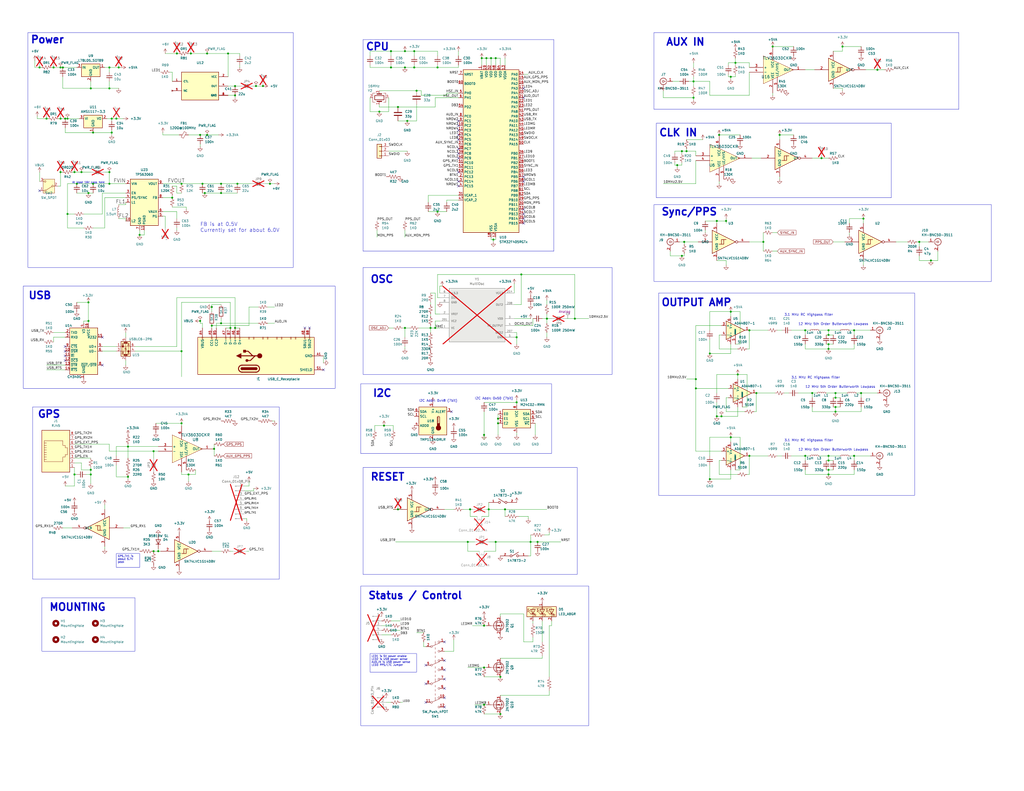
<source format=kicad_sch>
(kicad_sch (version 20231120) (generator "eeschema") (generator_version "8.0")
  (paper "C")
  (title_block (title "Clock") (date "2024-05-27") (rev "A.2") (company "Cullen Jennings"))
  (junction (at 271.78 228.6))
  (junction (at 49.53 256.54))
  (junction (at 220.98 27.94))
  (junction (at 35.56 64.77))
  (junction (at 452.12 256.54))
  (junction (at 401.32 34.29))
  (junction (at 60.96 64.77))
  (junction (at 63.5 64.77))
  (junction (at 271.78 231.14))
  (junction (at 466.09 248.92))
  (junction (at 99.06 100.33))
  (junction (at 60.96 72.39))
  (junction (at 36.83 64.77))
  (junction (at 93.98 107.95))
  (junction (at 452.12 190.5))
  (junction (at 398.78 238.76))
  (junction (at 266.7 278.13))
  (junction (at 265.43 31.75))
  (junction (at 227.33 49.53))
  (junction (at 412.75 214.63))
  (junction (at 293.37 295.91))
  (junction (at 264.16 364.49))
  (junction (at 391.16 120.65))
  (junction (at 120.65 176.53))
  (junction (at 96.52 29.21))
  (junction (at 139.7 46.99))
  (junction (at 217.17 58.42))
  (junction (at 255.27 295.91))
  (junction (at 49.53 259.08))
  (junction (at 120.65 105.41))
  (junction (at 110.49 100.33))
  (junction (at 222.25 66.04))
  (junction (at 115.57 177.8))
  (junction (at 209.55 232.41))
  (junction (at 455.93 214.63))
  (junction (at 398.78 41.91))
  (junction (at 41.91 100.33))
  (junction (at 36.83 116.84))
  (junction (at 379.73 207.01))
  (junction (at 393.7 227.33))
  (junction (at 124.46 29.21))
  (junction (at 143.51 46.99))
  (junction (at 213.36 36.83))
  (junction (at 369.57 90.17))
  (junction (at 264.16 341.63))
  (junction (at 34.29 36.83))
  (junction (at 59.69 36.83))
  (junction (at 387.35 193.04))
  (junction (at 207.01 60.96))
  (junction (at 220.98 36.83))
  (junction (at 147.32 100.33))
  (junction (at 129.54 100.33))
  (junction (at 113.03 29.21))
  (junction (at 256.54 278.13))
  (junction (at 264.16 384.81))
  (junction (at 264.16 237.49))
  (junction (at 273.05 369.57))
  (junction (at 439.42 180.34))
  (junction (at 452.12 187.96))
  (junction (at 379.73 212.09))
  (junction (at 213.36 27.94))
  (junction (at 125.73 179.07))
  (junction (at 391.16 227.33))
  (junction (at 455.93 224.79))
  (junction (at 128.27 179.07))
  (junction (at 234.95 179.07))
  (junction (at 374.65 82.55))
  (junction (at 452.12 180.34))
  (junction (at 378.46 53.34))
  (junction (at 104.14 29.21))
  (junction (at 128.27 46.99))
  (junction (at 40.64 259.08))
  (junction (at 396.24 120.65))
  (junction (at 111.76 105.41))
  (junction (at 69.85 243.84))
  (junction (at 99.06 191.77))
  (junction (at 452.12 259.08))
  (junction (at 25.4 64.77))
  (junction (at 49.53 48.26))
  (junction (at 443.23 214.63))
  (junction (at 455.93 217.17))
  (junction (at 273.05 389.89))
  (junction (at 408.94 248.92))
  (junction (at 59.69 48.26))
  (junction (at 275.59 278.13))
  (junction (at 226.06 27.94))
  (junction (at 109.22 175.26))
  (junction (at 471.17 119.38))
  (junction (at 226.06 36.83))
  (junction (at 372.11 82.55))
  (junction (at 220.98 179.07))
  (junction (at 50.8 100.33))
  (junction (at 99.06 231.14))
  (junction (at 76.2 128.27))
  (junction (at 83.82 300.99))
  (junction (at 452.12 251.46))
  (junction (at 64.77 36.83))
  (junction (at 113.03 73.66))
  (junction (at 439.42 248.92))
  (junction (at 313.69 173.99))
  (junction (at 116.84 245.11))
  (junction (at 387.35 261.62))
  (junction (at 238.76 36.83))
  (junction (at 452.12 248.92))
  (junction (at 33.02 36.83))
  (junction (at 217.17 278.13))
  (junction (at 421.64 25.4))
  (junction (at 29.21 36.83))
  (junction (at 416.56 132.08))
  (junction (at 398.78 170.18))
  (junction (at 48.26 165.1))
  (junction (at 48.26 175.26))
  (junction (at 267.97 31.75))
  (junction (at 289.56 295.91))
  (junction (at 469.9 214.63))
  (junction (at 21.59 36.83))
  (junction (at 459.74 25.4))
  (junction (at 86.36 300.99))
  (junction (at 33.02 64.77))
  (junction (at 455.93 222.25))
  (junction (at 452.12 182.88))
  (junction (at 33.02 93.98))
  (junction (at 378.46 44.45))
  (junction (at 120.65 100.33))
  (junction (at 270.51 31.75))
  (junction (at 48.26 105.41))
  (junction (at 448.31 86.36))
  (junction (at 109.22 73.66))
  (junction (at 262.89 31.75))
  (junction (at 284.48 149.86))
  (junction (at 478.79 38.1))
  (junction (at 102.87 259.08))
  (junction (at 69.85 260.35))
  (junction (at 270.51 295.91))
  (junction (at 59.69 93.98))
  (junction (at 115.57 167.64))
  (junction (at 425.45 73.66))
  (junction (at 83.82 246.38))
  (junction (at 298.45 173.99))
  (junction (at 392.43 73.66))
  (junction (at 40.64 93.98))
  (junction (at 237.49 179.07))
  (junction (at 238.76 115.57))
  (junction (at 281.94 219.71))
  (junction (at 281.94 184.15))
  (junction (at 402.59 204.47))
  (junction (at 269.24 130.81))
  (junction (at 128.27 52.07))
  (junction (at 44.45 93.98))
  (junction (at 373.38 132.08))
  (junction (at 508 142.24))
  (junction (at 466.09 180.34))
  (junction (at 50.8 72.39))
  (junction (at 372.11 139.7))
  (junction (at 59.69 100.33))
  (junction (at 408.94 180.34))
  (junction (at 501.65 132.08))
  (no_connect (at 232.41 373.38))
  (no_connect (at 232.41 363.22))
  (no_connect (at 176.53 201.93))
  (no_connect (at 285.75 121.92))
  (no_connect (at 285.75 53.34))
  (no_connect (at 285.75 116.84))
  (no_connect (at 246.38 224.79))
  (no_connect (at 242.57 365.76))
  (no_connect (at 285.75 99.06))
  (no_connect (at 168.91 179.07))
  (no_connect (at 35.56 191.77))
  (no_connect (at 250.19 73.66))
  (no_connect (at 285.75 96.52))
  (no_connect (at 285.75 114.3))
  (no_connect (at 250.19 83.82))
  (no_connect (at 250.19 66.04))
  (no_connect (at 250.19 76.2))
  (no_connect (at 242.57 386.08))
  (no_connect (at 285.75 119.38))
  (no_connect (at 55.88 184.15))
  (no_connect (at 250.19 101.6))
  (no_connect (at 242.57 375.92))
  (no_connect (at 250.19 93.98))
  (no_connect (at 242.57 360.68))
  (no_connect (at 242.57 350.52))
  (no_connect (at 35.56 189.23))
  (no_connect (at 232.41 383.54))
  (no_connect (at 250.19 71.12))
  (no_connect (at 166.37 179.07))
  (no_connect (at 242.57 370.84))
  (no_connect (at 285.75 48.26))
  (no_connect (at 35.56 194.31))
  (no_connect (at 35.56 196.85))
  (no_connect (at 55.88 199.39))
  (no_connect (at 242.57 381))
  (no_connect (at 250.19 86.36))
  (no_connect (at 250.19 81.28))
  (no_connect (at 21.59 104.14))
  (no_connect (at 250.19 68.58))
  (no_connect (at 250.19 99.06))
  (wire (pts (xy 50.8 100.33) (xy 59.69 100.33)))
  (wire (pts (xy 201.93 27.94) (xy 213.36 27.94)))
  (wire (pts (xy 427.99 214.63) (xy 430.53 214.63)))
  (wire (pts (xy 250.19 27.94) (xy 250.19 30.48)))
  (wire (pts (xy 401.32 34.29) (xy 408.94 34.29)))
  (wire (pts (xy 439.42 187.96) (xy 439.42 190.5)))
  (wire (pts (xy 384.81 120.65) (xy 391.16 120.65)))
  (wire (pts (xy 397.51 40.64) (xy 397.51 41.91)))
  (wire (pts (xy 298.45 171.45) (xy 298.45 173.99)))
  (wire (pts (xy 116.84 242.57) (xy 116.84 245.11)))
  (wire (pts (xy 281.94 219.71) (xy 281.94 220.98)))
  (wire (pts (xy 260.35 281.94) (xy 256.54 281.94)))
  (wire (pts (xy 275.59 31.75) (xy 275.59 35.56)))
  (wire (pts (xy 238.76 27.94) (xy 226.06 27.94)))
  (wire (pts (xy 398.78 193.04) (xy 398.78 187.96)))
  (wire (pts (xy 93.98 39.37) (xy 93.98 44.45)))
  (wire (pts (xy 431.8 248.92) (xy 439.42 248.92)))
  (wire (pts (xy 237.49 53.34) (xy 250.19 53.34)))
  (wire (pts (xy 134.62 300.99) (xy 135.89 300.99)))
  (wire (pts (xy 128.27 52.07) (xy 128.27 53.34)))
  (wire (pts (xy 58.42 64.77) (xy 60.96 64.77)))
  (wire (pts (xy 86.36 300.99) (xy 87.63 300.99)))
  (wire (pts (xy 124.46 29.21) (xy 124.46 41.91)))
  (wire (pts (xy 60.96 72.39) (xy 60.96 73.66)))
  (wire (pts (xy 106.68 259.08) (xy 106.68 256.54)))
  (wire (pts (xy 459.74 25.4) (xy 469.9 25.4)))
  (wire (pts (xy 290.83 347.98) (xy 290.83 350.52)))
  (wire (pts (xy 99.06 259.08) (xy 102.87 259.08)))
  (wire (pts (xy 292.1 231.14) (xy 292.1 237.49)))
  (wire (pts (xy 466.09 180.34) (xy 474.98 180.34)))
  (wire (pts (xy 398.78 170.18) (xy 398.78 172.72)))
  (wire (pts (xy 372.11 88.9) (xy 372.11 90.17)))
  (wire (pts (xy 201.93 60.96) (xy 207.01 60.96)))
  (wire (pts (xy 378.46 44.45) (xy 387.35 44.45)))
  (wire (pts (xy 99.06 191.77) (xy 99.06 165.1)))
  (wire (pts (xy 231.14 350.52) (xy 231.14 353.06)))
  (wire (pts (xy 213.36 27.94) (xy 220.98 27.94)))
  (wire (pts (xy 35.56 265.43) (xy 40.64 265.43)))
  (wire (pts (xy 59.69 242.57) (xy 40.64 242.57)))
  (wire (pts (xy 242.57 278.13) (xy 247.65 278.13)))
  (wire (pts (xy 21.59 93.98) (xy 21.59 99.06)))
  (wire (pts (xy 59.69 246.38) (xy 83.82 246.38)))
  (wire (pts (xy 266.7 295.91) (xy 270.51 295.91)))
  (wire (pts (xy 374.65 76.2) (xy 383.54 76.2)))
  (wire (pts (xy 40.64 259.08) (xy 40.64 255.27)))
  (wire (pts (xy 295.91 359.41) (xy 273.05 359.41)))
  (wire (pts (xy 454.66 222.25) (xy 455.93 222.25)))
  (wire (pts (xy 454.66 187.96) (xy 452.12 187.96)))
  (wire (pts (xy 57.15 298.45) (xy 57.15 299.72)))
  (wire (pts (xy 407.67 259.08) (xy 408.94 259.08)))
  (wire (pts (xy 281.94 181.61) (xy 281.94 184.15)))
  (wire (pts (xy 391.16 204.47) (xy 402.59 204.47)))
  (wire (pts (xy 238.76 149.86) (xy 284.48 149.86)))
  (wire (pts (xy 300.99 339.09) (xy 300.99 341.63)))
  (wire (pts (xy 369.57 90.17) (xy 372.11 90.17)))
  (wire (pts (xy 255.27 295.91) (xy 259.08 295.91)))
  (wire (pts (xy 379.73 177.8) (xy 379.73 207.01)))
  (wire (pts (xy 421.64 50.8) (xy 421.64 52.07)))
  (wire (pts (xy 368.3 82.55) (xy 372.11 82.55)))
  (wire (pts (xy 238.76 30.48) (xy 238.76 27.94)))
  (wire (pts (xy 247.65 355.6) (xy 242.57 355.6)))
  (wire (pts (xy 365.76 139.7) (xy 372.11 139.7)))
  (wire (pts (xy 471.17 119.38) (xy 471.17 121.92)))
  (wire (pts (xy 60.96 64.77) (xy 60.96 66.04)))
  (wire (pts (xy 264.16 364.49) (xy 265.43 364.49)))
  (wire (pts (xy 228.6 179.07) (xy 234.95 179.07)))
  (wire (pts (xy 35.56 201.93) (xy 25.4 201.93)))
  (wire (pts (xy 176.53 198.12) (xy 176.53 194.31)))
  (wire (pts (xy 408.94 180.34) (xy 419.1 180.34)))
  (wire (pts (xy 266.7 274.32) (xy 266.7 278.13)))
  (wire (pts (xy 378.46 41.91) (xy 378.46 44.45)))
  (wire (pts (xy 459.74 25.4) (xy 459.74 27.94)))
  (wire (pts (xy 452.12 187.96) (xy 452.12 190.5)))
  (wire (pts (xy 289.56 295.91) (xy 293.37 295.91)))
  (wire (pts (xy 57.15 107.95) (xy 68.58 107.95)))
  (wire (pts (xy 88.9 118.11) (xy 90.17 118.11)))
  (wire (pts (xy 280.67 166.37) (xy 284.48 166.37)))
  (wire (pts (xy 33.02 36.83) (xy 34.29 36.83)))
  (wire (pts (xy 412.75 224.79) (xy 412.75 214.63)))
  (wire (pts (xy 33.02 101.6) (xy 33.02 93.98)))
  (wire (pts (xy 387.35 180.34) (xy 387.35 170.18)))
  (wire (pts (xy 501.65 139.7) (xy 501.65 142.24)))
  (wire (pts (xy 421.64 127) (xy 424.18 127)))
  (wire (pts (xy 208.28 341.63) (xy 213.36 341.63)))
  (wire (pts (xy 49.53 256.54) (xy 49.53 259.08)))
  (wire (pts (xy 55.88 189.23) (xy 63.5 189.23)))
  (wire (pts (xy 49.53 255.27) (xy 49.53 256.54)))
  (wire (pts (xy 90.17 118.11) (xy 90.17 124.46)))
  (wire (pts (xy 115.57 300.99) (xy 120.65 300.99)))
  (wire (pts (xy 78.74 128.27) (xy 76.2 128.27)))
  (wire (pts (xy 445.77 214.63) (xy 443.23 214.63)))
  (wire (pts (xy 264.16 219.71) (xy 281.94 219.71)))
  (wire (pts (xy 146.05 176.53) (xy 149.86 176.53)))
  (wire (pts (xy 213.36 383.54) (xy 210.82 383.54)))
  (wire (pts (xy 31.75 101.6) (xy 33.02 101.6)))
  (wire (pts (xy 60.96 64.77) (xy 63.5 64.77)))
  (wire (pts (xy 379.73 87.63) (xy 379.73 100.33)))
  (wire (pts (xy 511.81 142.24) (xy 508 142.24)))
  (wire (pts (xy 207.01 49.53) (xy 227.33 49.53)))
  (wire (pts (xy 391.16 120.65) (xy 396.24 120.65)))
  (wire (pts (xy 295.91 173.99) (xy 298.45 173.99)))
  (wire (pts (xy 408.94 52.07) (xy 408.94 39.37)))
  (wire (pts (xy 372.11 82.55) (xy 374.65 82.55)))
  (wire (pts (xy 374.65 81.28) (xy 374.65 82.55)))
  (wire (pts (xy 379.73 212.09) (xy 397.51 212.09)))
  (wire (pts (xy 243.84 52.07) (xy 243.84 50.8)))
  (wire (pts (xy 237.49 53.34) (xy 237.49 58.42)))
  (wire (pts (xy 397.51 34.29) (xy 401.32 34.29)))
  (wire (pts (xy 273.05 335.28) (xy 273.05 336.55)))
  (wire (pts (xy 93.98 39.37) (xy 92.71 39.37)))
  (wire (pts (xy 90.17 29.21) (xy 96.52 29.21)))
  (wire (pts (xy 88.9 100.33) (xy 99.06 100.33)))
  (wire (pts (xy 36.83 116.84) (xy 36.83 124.46)))
  (wire (pts (xy 421.64 25.4) (xy 433.07 25.4)))
  (wire (pts (xy 201.93 36.83) (xy 213.36 36.83)))
  (wire (pts (xy 25.4 64.77) (xy 26.67 64.77)))
  (wire (pts (xy 375.92 44.45) (xy 378.46 44.45)))
  (wire (pts (xy 134.62 283.21) (xy 134.62 284.48)))
  (wire (pts (xy 469.9 214.63) (xy 469.9 217.17)))
  (wire (pts (xy 220.98 125.73) (xy 220.98 129.54)))
  (wire (pts (xy 250.19 109.22) (xy 243.84 109.22)))
  (wire (pts (xy 34.29 36.83) (xy 41.91 36.83)))
  (wire (pts (xy 237.49 58.42) (xy 217.17 58.42)))
  (wire (pts (xy 48.26 175.26) (xy 45.72 175.26)))
  (wire (pts (xy 454.66 217.17) (xy 455.93 217.17)))
  (wire (pts (xy 443.23 86.36) (xy 448.31 86.36)))
  (wire (pts (xy 469.9 222.25) (xy 469.9 224.79)))
  (wire (pts (xy 233.68 106.68) (xy 250.19 106.68)))
  (wire (pts (xy 96.52 115.57) (xy 96.52 119.38)))
  (wire (pts (xy 99.06 100.33) (xy 110.49 100.33)))
  (wire (pts (xy 69.85 260.35) (xy 69.85 261.62)))
  (wire (pts (xy 109.22 78.74) (xy 109.22 80.01)))
  (wire (pts (xy 387.35 193.04) (xy 398.78 193.04)))
  (wire (pts (xy 256.54 281.94) (xy 256.54 278.13)))
  (wire (pts (xy 401.32 256.54) (xy 403.86 256.54)))
  (wire (pts (xy 410.21 86.36) (xy 415.29 86.36)))
  (wire (pts (xy 387.35 52.07) (xy 408.94 52.07)))
  (wire (pts (xy 269.24 132.08) (xy 269.24 130.81)))
  (wire (pts (xy 129.54 100.33) (xy 120.65 100.33)))
  (wire (pts (xy 227.33 57.15) (xy 227.33 66.04)))
  (wire (pts (xy 396.24 217.17) (xy 397.51 217.17)))
  (wire (pts (xy 270.51 31.75) (xy 273.05 31.75)))
  (wire (pts (xy 256.54 278.13) (xy 257.81 278.13)))
  (wire (pts (xy 102.87 73.66) (xy 109.22 73.66)))
  (wire (pts (xy 401.32 31.75) (xy 401.32 34.29)))
  (wire (pts (xy 443.23 214.63) (xy 443.23 217.17)))
  (wire (pts (xy 392.43 99.06) (xy 392.43 100.33)))
  (wire (pts (xy 201.93 53.34) (xy 201.93 60.96)))
  (wire (pts (xy 402.59 190.5) (xy 392.43 190.5)))
  (wire (pts (xy 68.58 196.85) (xy 68.58 199.39)))
  (wire (pts (xy 401.32 40.64) (xy 401.32 41.91)))
  (wire (pts (xy 29.21 181.61) (xy 35.56 181.61)))
  (wire (pts (xy 29.21 184.15) (xy 29.21 186.69)))
  (wire (pts (xy 64.77 36.83) (xy 66.04 36.83)))
  (wire (pts (xy 370.84 132.08) (xy 373.38 132.08)))
  (wire (pts (xy 270.51 129.54) (xy 270.51 130.81)))
  (wire (pts (xy 374.65 82.55) (xy 379.73 82.55)))
  (wire (pts (xy 280.67 181.61) (xy 281.94 181.61)))
  (wire (pts (xy 421.64 137.16) (xy 424.18 137.16)))
  (wire (pts (xy 109.22 175.26) (xy 109.22 176.53)))
  (wire (pts (xy 115.57 170.18) (xy 115.57 167.64)))
  (wire (pts (xy 313.69 149.86) (xy 313.69 173.99)))
  (wire (pts (xy 212.09 179.07) (xy 214.63 179.07)))
  (wire (pts (xy 35.56 199.39) (xy 25.4 199.39)))
  (wire (pts (xy 281.94 187.96) (xy 281.94 184.15)))
  (wire (pts (xy 57.15 93.98) (xy 59.69 93.98)))
  (wire (pts (xy 59.69 48.26) (xy 64.77 48.26)))
  (wire (pts (xy 59.69 44.45) (xy 59.69 48.26)))
  (wire (pts (xy 67.31 288.29) (xy 71.12 288.29)))
  (wire (pts (xy 266.7 278.13) (xy 275.59 278.13)))
  (wire (pts (xy 452.12 256.54) (xy 452.12 259.08)))
  (wire (pts (xy 120.65 105.41) (xy 129.54 105.41)))
  (wire (pts (xy 463.55 119.38) (xy 471.17 119.38)))
  (wire (pts (xy 63.5 248.92) (xy 63.5 243.84)))
  (wire (pts (xy 110.49 105.41) (xy 111.76 105.41)))
  (wire (pts (xy 68.58 111.76) (xy 68.58 110.49)))
  (wire (pts (xy 391.16 219.71) (xy 391.16 227.33)))
  (wire (pts (xy 130.81 35.56) (xy 130.81 36.83)))
  (wire (pts (xy 284.48 149.86) (xy 313.69 149.86)))
  (wire (pts (xy 220.98 179.07) (xy 220.98 184.15)))
  (wire (pts (xy 102.87 259.08) (xy 102.87 262.89)))
  (wire (pts (xy 115.57 166.37) (xy 115.57 167.64)))
  (wire (pts (xy 139.7 46.99) (xy 143.51 46.99)))
  (wire (pts (xy 135.89 265.43) (xy 135.89 262.89)))
  (wire (pts (xy 402.59 227.33) (xy 402.59 222.25)))
  (wire (pts (xy 439.42 259.08) (xy 452.12 259.08)))
  (wire (pts (xy 247.65 349.25) (xy 247.65 355.6)))
  (wire (pts (xy 396.24 224.79) (xy 396.24 217.17)))
  (wire (pts (xy 448.31 86.36) (xy 452.12 86.36)))
  (wire (pts (xy 288.29 303.53) (xy 289.56 303.53)))
  (wire (pts (xy 93.98 106.68) (xy 93.98 107.95)))
  (wire (pts (xy 99.06 205.74) (xy 99.06 191.77)))
  (wire (pts (xy 284.48 149.86) (xy 284.48 166.37)))
  (wire (pts (xy 64.77 111.76) (xy 68.58 111.76)))
  (wire (pts (xy 243.84 109.22) (xy 243.84 110.49)))
  (wire (pts (xy 46.99 259.08) (xy 49.53 259.08)))
  (wire (pts (xy 271.78 231.14) (xy 271.78 237.49)))
  (wire (pts (xy 96.52 162.56) (xy 96.52 189.23)))
  (wire (pts (xy 373.38 132.08) (xy 373.38 133.35)))
  (wire (pts (xy 255.27 364.49) (xy 264.16 364.49)))
  (wire (pts (xy 391.16 227.33) (xy 393.7 227.33)))
  (wire (pts (xy 44.45 252.73) (xy 44.45 256.54)))
  (wire (pts (xy 227.33 49.53) (xy 229.87 49.53)))
  (wire (pts (xy 466.09 190.5) (xy 452.12 190.5)))
  (wire (pts (xy 207.01 58.42) (xy 217.17 58.42)))
  (wire (pts (xy 387.35 170.18) (xy 398.78 170.18)))
  (wire (pts (xy 408.94 259.08) (xy 408.94 248.92)))
  (wire (pts (xy 41.91 105.41) (xy 48.26 105.41)))
  (wire (pts (xy 270.51 295.91) (xy 289.56 295.91)))
  (wire (pts (xy 378.46 53.34) (xy 378.46 54.61)))
  (wire (pts (xy 452.12 180.34) (xy 452.12 182.88)))
  (wire (pts (xy 63.5 254) (xy 63.5 260.35)))
  (wire (pts (xy 298.45 181.61) (xy 298.45 184.15)))
  (wire (pts (xy 204.47 232.41) (xy 209.55 232.41)))
  (wire (pts (xy 76.2 125.73) (xy 76.2 128.27)))
  (wire (pts (xy 392.43 259.08) (xy 392.43 251.46)))
  (wire (pts (xy 234.95 177.8) (xy 234.95 179.07)))
  (wire (pts (xy 454.66 132.08) (xy 461.01 132.08)))
  (wire (pts (xy 68.58 105.41) (xy 55.88 105.41)))
  (wire (pts (xy 297.18 292.1) (xy 299.72 292.1)))
  (wire (pts (xy 57.15 36.83) (xy 59.69 36.83)))
  (wire (pts (xy 466.09 259.08) (xy 452.12 259.08)))
  (wire (pts (xy 135.89 177.8) (xy 115.57 177.8)))
  (wire (pts (xy 109.22 73.66) (xy 113.03 73.66)))
  (wire (pts (xy 361.95 49.53) (xy 361.95 53.34)))
  (wire (pts (xy 289.56 173.99) (xy 280.67 173.99)))
  (wire (pts (xy 63.5 260.35) (xy 69.85 260.35)))
  (wire (pts (xy 403.86 256.54) (xy 403.86 238.76)))
  (wire (pts (xy 262.89 281.94) (xy 266.7 281.94)))
  (wire (pts (xy 55.88 105.41) (xy 55.88 116.84)))
  (wire (pts (xy 466.09 256.54) (xy 466.09 259.08)))
  (wire (pts (xy 35.56 64.77) (xy 36.83 64.77)))
  (wire (pts (xy 463.55 127) (xy 463.55 128.27)))
  (wire (pts (xy 33.02 64.77) (xy 35.56 64.77)))
  (wire (pts (xy 262.89 31.75) (xy 265.43 31.75)))
  (wire (pts (xy 424.18 248.92) (xy 426.72 248.92)))
  (wire (pts (xy 478.79 38.1) (xy 482.6 38.1)))
  (wire (pts (xy 450.85 214.63) (xy 455.93 214.63)))
  (wire (pts (xy 96.52 162.56) (xy 128.27 162.56)))
  (wire (pts (xy 275.59 278.13) (xy 298.45 278.13)))
  (wire (pts (xy 86.36 246.38) (xy 83.82 246.38)))
  (wire (pts (xy 78.74 125.73) (xy 78.74 128.27)))
  (wire (pts (xy 463.55 121.92) (xy 463.55 119.38)))
  (wire (pts (xy 213.36 35.56) (xy 213.36 36.83)))
  (wire (pts (xy 458.47 222.25) (xy 455.93 222.25)))
  (wire (pts (xy 455.93 214.63) (xy 455.93 217.17)))
  (wire (pts (xy 285.75 350.52) (xy 285.75 335.28)))
  (wire (pts (xy 270.51 130.81) (xy 269.24 130.81)))
  (wire (pts (xy 110.49 176.53) (xy 110.49 179.07)))
  (wire (pts (xy 392.43 190.5) (xy 392.43 182.88)))
  (wire (pts (xy 57.15 124.46) (xy 57.15 107.95)))
  (wire (pts (xy 387.35 248.92) (xy 387.35 238.76)))
  (wire (pts (xy 269.24 130.81) (xy 267.97 130.81)))
  (wire (pts (xy 238.76 162.56) (xy 238.76 149.86)))
  (wire (pts (xy 252.73 278.13) (xy 256.54 278.13)))
  (wire (pts (xy 281.94 184.15) (xy 280.67 184.15)))
  (wire (pts (xy 59.69 242.57) (xy 59.69 246.38)))
  (wire (pts (xy 441.96 180.34) (xy 439.42 180.34)))
  (wire (pts (xy 234.95 179.07) (xy 237.49 179.07)))
  (wire (pts (xy 215.9 295.91) (xy 255.27 295.91)))
  (wire (pts (xy 373.38 139.7) (xy 372.11 139.7)))
  (wire (pts (xy 466.09 187.96) (xy 466.09 190.5)))
  (wire (pts (xy 439.42 38.1) (xy 444.5 38.1)))
  (wire (pts (xy 36.83 100.33) (xy 41.91 100.33)))
  (wire (pts (xy 454.66 27.94) (xy 459.74 27.94)))
  (wire (pts (xy 406.4 224.79) (xy 396.24 224.79)))
  (wire (pts (xy 290.83 177.8) (xy 290.83 173.99)))
  (wire (pts (xy 264.16 237.49) (xy 264.16 224.79)))
  (wire (pts (xy 264.16 341.63) (xy 265.43 341.63)))
  (wire (pts (xy 466.09 180.34) (xy 466.09 182.88)))
  (wire (pts (xy 34.29 48.26) (xy 49.53 48.26)))
  (wire (pts (xy 408.94 34.29) (xy 408.94 36.83)))
  (wire (pts (xy 401.32 187.96) (xy 403.86 187.96)))
  (wire (pts (xy 49.53 259.08) (xy 49.53 264.16)))
  (wire (pts (xy 447.04 248.92) (xy 452.12 248.92)))
  (wire (pts (xy 234.95 160.02) (xy 237.49 160.02)))
  (wire (pts (xy 129.54 100.33) (xy 137.16 100.33)))
  (wire (pts (xy 213.36 36.83) (xy 220.98 36.83)))
  (wire (pts (xy 393.7 246.38) (xy 379.73 246.38)))
  (wire (pts (xy 392.43 251.46) (xy 393.7 251.46)))
  (wire (pts (xy 396.24 142.24) (xy 396.24 144.78)))
  (wire (pts (xy 425.45 73.66) (xy 425.45 76.2)))
  (wire (pts (xy 392.43 182.88) (xy 393.7 182.88)))
  (wire (pts (xy 397.51 35.56) (xy 397.51 34.29)))
  (wire (pts (xy 403.86 187.96) (xy 403.86 170.18)))
  (wire (pts (xy 55.88 116.84) (xy 45.72 116.84)))
  (wire (pts (xy 412.75 214.63) (xy 422.91 214.63)))
  (wire (pts (xy 207.01 60.96) (xy 212.09 60.96)))
  (wire (pts (xy 48.26 165.1) (xy 48.26 175.26)))
  (wire (pts (xy 425.45 96.52) (xy 425.45 97.79)))
  (wire (pts (xy 118.11 176.53) (xy 118.11 179.07)))
  (wire (pts (xy 387.35 254) (xy 387.35 261.62)))
  (wire (pts (xy 68.58 119.38) (xy 68.58 120.65)))
  (wire (pts (xy 128.27 162.56) (xy 128.27 179.07)))
  (wire (pts (xy 50.8 124.46) (xy 57.15 124.46)))
  (wire (pts (xy 219.71 383.54) (xy 218.44 383.54)))
  (wire (pts (xy 281.94 218.44) (xy 281.94 219.71)))
  (wire (pts (xy 398.78 41.91) (xy 397.51 41.91)))
  (wire (pts (xy 237.49 179.07) (xy 240.03 179.07)))
  (wire (pts (xy 204.47 234.95) (xy 204.47 232.41)))
  (wire (pts (xy 116.84 245.11) (xy 116.84 248.92)))
  (wire (pts (xy 104.14 29.21) (xy 113.03 29.21)))
  (wire (pts (xy 130.81 30.48) (xy 130.81 29.21)))
  (wire (pts (xy 439.42 190.5) (xy 452.12 190.5)))
  (wire (pts (xy 289.56 303.53) (xy 289.56 295.91)))
  (wire (pts (xy 299.72 292.1) (xy 299.72 290.83)))
  (wire (pts (xy 379.73 207.01) (xy 379.73 212.09)))
  (wire (pts (xy 298.45 163.83) (xy 298.45 166.37)))
  (wire (pts (xy 443.23 222.25) (xy 443.23 224.79)))
  (wire (pts (xy 398.78 238.76) (xy 398.78 241.3)))
  (wire (pts (xy 463.55 180.34) (xy 466.09 180.34)))
  (wire (pts (xy 369.57 90.17) (xy 368.3 90.17)))
  (wire (pts (xy 240.03 160.02) (xy 240.03 156.21)))
  (wire (pts (xy 226.06 27.94) (xy 226.06 30.48)))
  (wire (pts (xy 213.36 344.17) (xy 218.44 344.17)))
  (wire (pts (xy 238.76 35.56) (xy 238.76 36.83)))
  (wire (pts (xy 387.35 261.62) (xy 398.78 261.62)))
  (wire (pts (xy 396.24 119.38) (xy 396.24 120.65)))
  (wire (pts (xy 124.46 29.21) (xy 130.81 29.21)))
  (wire (pts (xy 463.55 248.92) (xy 466.09 248.92)))
  (wire (pts (xy 472.44 38.1) (xy 478.79 38.1)))
  (wire (pts (xy 387.35 52.07) (xy 387.35 44.45)))
  (wire (pts (xy 138.43 46.99) (xy 139.7 46.99)))
  (wire (pts (xy 85.09 231.14) (xy 99.06 231.14)))
  (wire (pts (xy 49.53 44.45) (xy 49.53 48.26)))
  (wire (pts (xy 88.9 73.66) (xy 97.79 73.66)))
  (wire (pts (xy 63.5 64.77) (xy 67.31 64.77)))
  (wire (pts (xy 240.03 175.26) (xy 237.49 175.26)))
  (wire (pts (xy 424.18 180.34) (xy 426.72 180.34)))
  (wire (pts (xy 88.9 107.95) (xy 93.98 107.95)))
  (wire (pts (xy 231.14 353.06) (xy 232.41 353.06)))
  (wire (pts (xy 299.72 377.19) (xy 299.72 379.73)))
  (wire (pts (xy 466.09 248.92) (xy 474.98 248.92)))
  (wire (pts (xy 396.24 120.65) (xy 396.24 121.92)))
  (wire (pts (xy 115.57 177.8) (xy 115.57 179.07)))
  (wire (pts (xy 99.06 165.1) (xy 125.73 165.1)))
  (wire (pts (xy 392.43 73.66) (xy 403.86 73.66)))
  (wire (pts (xy 125.73 165.1) (xy 125.73 179.07)))
  (wire (pts (xy 22.86 36.83) (xy 21.59 36.83)))
  (wire (pts (xy 431.8 180.34) (xy 439.42 180.34)))
  (wire (pts (xy 217.17 278.13) (xy 219.71 278.13)))
  (wire (pts (xy 40.64 252.73) (xy 44.45 252.73)))
  (wire (pts (xy 401.32 35.56) (xy 401.32 34.29)))
  (wire (pts (xy 40.64 93.98) (xy 44.45 93.98)))
  (wire (pts (xy 469.9 224.79) (xy 455.93 224.79)))
  (wire (pts (xy 68.58 181.61) (xy 68.58 184.15)))
  (wire (pts (xy 416.56 132.08) (xy 416.56 137.16)))
  (wire (pts (xy 133.35 267.97) (xy 138.43 267.97)))
  (wire (pts (xy 36.83 116.84) (xy 36.83 100.33)))
  (wire (pts (xy 267.97 130.81) (xy 267.97 129.54)))
  (wire (pts (xy 113.03 73.66) (xy 119.38 73.66)))
  (wire (pts (xy 250.19 35.56) (xy 250.19 36.83)))
  (wire (pts (xy 407.67 190.5) (xy 408.94 190.5)))
  (wire (pts (xy 264.16 384.81) (xy 265.43 384.81)))
  (wire (pts (xy 466.09 248.92) (xy 466.09 251.46)))
  (wire (pts (xy 265.43 278.13) (xy 266.7 278.13)))
  (wire (pts (xy 288.29 281.94) (xy 288.29 283.21)))
  (wire (pts (xy 213.36 27.94) (xy 213.36 30.48)))
  (wire (pts (xy 120.65 166.37) (xy 115.57 166.37)))
  (wire (pts (xy 147.32 100.33) (xy 149.86 100.33)))
  (wire (pts (xy 96.52 101.6) (xy 93.98 101.6)))
  (wire (pts (xy 96.52 124.46) (xy 96.52 125.73)))
  (wire (pts (xy 31.75 64.77) (xy 33.02 64.77)))
  (wire (pts (xy 398.78 41.91) (xy 401.32 41.91)))
  (wire (pts (xy 405.13 222.25) (xy 407.67 222.25)))
  (wire (pts (xy 128.27 46.99) (xy 130.81 46.99)))
  (wire (pts (xy 59.69 100.33) (xy 68.58 100.33)))
  (wire (pts (xy 83.82 246.38) (xy 83.82 250.19)))
  (wire (pts (xy 214.63 232.41) (xy 209.55 232.41)))
  (wire (pts (xy 469.9 214.63) (xy 478.79 214.63)))
  (wire (pts (xy 455.93 222.25) (xy 455.93 224.79)))
  (wire (pts (xy 220.98 179.07) (xy 223.52 179.07)))
  (wire (pts (xy 379.73 177.8) (xy 393.7 177.8)))
  (wire (pts (xy 393.7 227.33) (xy 402.59 227.33)))
  (wire (pts (xy 34.29 41.91) (xy 34.29 48.26)))
  (wire (pts (xy 27.94 36.83) (xy 29.21 36.83)))
  (wire (pts (xy 96.52 29.21) (xy 97.79 29.21)))
  (wire (pts (xy 408.94 248.92) (xy 419.1 248.92)))
  (wire (pts (xy 280.67 154.94) (xy 280.67 160.02)))
  (wire (pts (xy 454.66 256.54) (xy 452.12 256.54)))
  (wire (pts (xy 49.53 48.26) (xy 59.69 48.26)))
  (wire (pts (xy 283.21 281.94) (xy 288.29 281.94)))
  (wire (pts (xy 273.05 335.28) (xy 285.75 335.28)))
  (wire (pts (xy 55.88 191.77) (xy 63.5 191.77)))
  (wire (pts (xy 109.22 176.53) (xy 110.49 176.53)))
  (wire (pts (xy 93.98 113.03) (xy 101.6 113.03)))
  (wire (pts (xy 271.78 228.6) (xy 271.78 231.14)))
  (wire (pts (xy 35.56 69.85) (xy 35.56 72.39)))
  (wire (pts (xy 488.95 132.08) (xy 495.3 132.08)))
  (wire (pts (xy 57.15 275.59) (xy 57.15 278.13)))
  (wire (pts (xy 459.74 48.26) (xy 459.74 49.53)))
  (wire (pts (xy 280.67 177.8) (xy 290.83 177.8)))
  (wire (pts (xy 41.91 100.33) (xy 50.8 100.33)))
  (wire (pts (xy 452.12 248.92) (xy 458.47 248.92)))
  (wire (pts (xy 285.75 40.64) (xy 288.29 40.64)))
  (wire (pts (xy 33.02 93.98) (xy 34.29 93.98)))
  (wire (pts (xy 102.87 259.08) (xy 106.68 259.08)))
  (wire (pts (xy 146.05 167.64) (xy 149.86 167.64)))
  (wire (pts (xy 69.85 243.84) (xy 69.85 250.19)))
  (wire (pts (xy 34.29 288.29) (xy 39.37 288.29)))
  (wire (pts (xy 471.17 142.24) (xy 471.17 144.78)))
  (wire (pts (xy 73.66 191.77) (xy 99.06 191.77)))
  (wire (pts (xy 96.52 105.41) (xy 96.52 101.6)))
  (wire (pts (xy 447.04 180.34) (xy 452.12 180.34)))
  (wire (pts (xy 265.43 31.75) (xy 265.43 35.56)))
  (wire (pts (xy 102.87 29.21) (xy 104.14 29.21)))
  (wire (pts (xy 243.84 50.8) (xy 250.19 50.8)))
  (wire (pts (xy 439.42 248.92) (xy 439.42 251.46)))
  (wire (pts (xy 48.26 165.1) (xy 41.91 165.1)))
  (wire (pts (xy 295.91 358.14) (xy 295.91 359.41)))
  (wire (pts (xy 40.64 250.19) (xy 49.53 250.19)))
  (wire (pts (xy 398.78 41.91) (xy 398.78 43.18)))
  (wire (pts (xy 467.36 214.63) (xy 469.9 214.63)))
  (wire (pts (xy 408.94 190.5) (xy 408.94 180.34)))
  (wire (pts (xy 411.48 224.79) (xy 412.75 224.79)))
  (wire (pts (xy 135.89 167.64) (xy 135.89 177.8)))
  (wire (pts (xy 441.96 248.92) (xy 439.42 248.92)))
  (wire (pts (xy 120.65 176.53) (xy 118.11 176.53)))
  (wire (pts (xy 110.49 100.33) (xy 120.65 100.33)))
  (wire (pts (xy 391.16 214.63) (xy 391.16 204.47)))
  (wire (pts (xy 454.66 48.26) (xy 459.74 48.26)))
  (wire (pts (xy 264.16 240.03) (xy 264.16 237.49)))
  (wire (pts (xy 378.46 52.07) (xy 378.46 53.34)))
  (wire (pts (xy 501.65 132.08) (xy 501.65 134.62)))
  (wire (pts (xy 234.95 165.1) (xy 234.95 166.37)))
  (wire (pts (xy 281.94 236.22) (xy 281.94 237.49)))
  (wire (pts (xy 439.42 256.54) (xy 439.42 259.08)))
  (wire (pts (xy 50.8 72.39) (xy 60.96 72.39)))
  (wire (pts (xy 234.95 179.07) (xy 234.95 181.61)))
  (wire (pts (xy 368.3 83.82) (xy 368.3 82.55)))
  (wire (pts (xy 45.72 175.26) (xy 45.72 176.53)))
  (wire (pts (xy 237.49 171.45) (xy 240.03 171.45)))
  (wire (pts (xy 435.61 214.63) (xy 443.23 214.63)))
  (wire (pts (xy 40.64 265.43) (xy 40.64 259.08)))
  (wire (pts (xy 219.71 179.07) (xy 220.98 179.07)))
  (wire (pts (xy 233.68 115.57) (xy 238.76 115.57)))
  (wire (pts (xy 361.95 100.33) (xy 379.73 100.33)))
  (wire (pts (xy 125.73 179.07) (xy 123.19 179.07)))
  (wire (pts (xy 217.17 66.04) (xy 222.25 66.04)))
  (wire (pts (xy 373.38 132.08) (xy 381 132.08)))
  (wire (pts (xy 384.81 125.73) (xy 384.81 127)))
  (wire (pts (xy 212.09 82.55) (xy 222.25 82.55)))
  (wire (pts (xy 240.03 156.21) (xy 241.3 156.21)))
  (wire (pts (xy 403.86 170.18) (xy 398.78 170.18)))
  (wire (pts (xy 49.53 256.54) (xy 44.45 256.54)))
  (wire (pts (xy 361.95 53.34) (xy 378.46 53.34)))
  (wire (pts (xy 207.01 57.15) (xy 207.01 58.42)))
  (wire (pts (xy 144.78 100.33) (xy 147.32 100.33)))
  (wire (pts (xy 60.96 71.12) (xy 60.96 72.39)))
  (wire (pts (xy 35.56 184.15) (xy 29.21 184.15)))
  (wire (pts (xy 398.78 261.62) (xy 398.78 256.54)))
  (wire (pts (xy 407.67 222.25) (xy 407.67 204.47)))
  (wire (pts (xy 99.06 231.14) (xy 99.06 232.41)))
  (wire (pts (xy 298.45 173.99) (xy 298.45 176.53)))
  (wire (pts (xy 270.51 31.75) (xy 270.51 35.56)))
  (wire (pts (xy 391.16 120.65) (xy 391.16 121.92)))
  (wire (pts (xy 36.83 64.77) (xy 43.18 64.77)))
  (wire (pts (xy 59.69 36.83) (xy 64.77 36.83)))
  (wire (pts (xy 229.87 49.53) (xy 229.87 52.07)))
  (wire (pts (xy 416.56 127) (xy 416.56 132.08)))
  (wire (pts (xy 237.49 171.45) (xy 237.49 160.02)))
  (wire (pts (xy 387.35 185.42) (xy 387.35 193.04)))
  (wire (pts (xy 408.94 132.08) (xy 416.56 132.08)))
  (wire (pts (xy 113.03 29.21) (xy 124.46 29.21)))
  (wire (pts (xy 19.05 33.02) (xy 19.05 36.83)))
  (wire (pts (xy 64.77 119.38) (xy 68.58 119.38)))
  (wire (pts (xy 299.72 379.73) (xy 273.05 379.73)))
  (wire (pts (xy 213.36 339.09) (xy 218.44 339.09)))
  (wire (pts (xy 227.33 345.44) (xy 231.14 345.44)))
  (wire (pts (xy 86.36 299.72) (xy 86.36 300.99)))
  (wire (pts (xy 88.9 115.57) (xy 96.52 115.57)))
  (wire (pts (xy 300.99 341.63) (xy 299.72 341.63)))
  (wire (pts (xy 29.21 36.83) (xy 33.02 36.83)))
  (wire (pts (xy 452.12 251.46) (xy 454.66 251.46)))
  (wire (pts (xy 264.16 389.89) (xy 273.05 389.89)))
  (wire (pts (xy 59.69 93.98) (xy 59.69 100.33)))
  (wire (pts (xy 261.62 300.99) (xy 255.27 300.99)))
  (wire (pts (xy 59.69 36.83) (xy 59.69 39.37)))
  (wire (pts (xy 443.23 224.79) (xy 455.93 224.79)))
  (wire (pts (xy 125.73 300.99) (xy 127 300.99)))
  (wire (pts (xy 205.74 125.73) (xy 205.74 129.54)))
  (wire (pts (xy 238.76 115.57) (xy 243.84 115.57)))
  (wire (pts (xy 450.85 256.54) (xy 452.12 256.54)))
  (wire (pts (xy 289.56 292.1) (xy 289.56 295.91)))
  (wire (pts (xy 220.98 36.83) (xy 226.06 36.83)))
  (wire (pts (xy 124.46 46.99) (xy 128.27 46.99)))
  (wire (pts (xy 214.63 278.13) (xy 217.17 278.13)))
  (wire (pts (xy 255.27 300.99) (xy 255.27 295.91)))
  (wire (pts (xy 111.76 105.41) (xy 120.65 105.41)))
  (wire (pts (xy 148.59 229.87) (xy 149.86 229.87)))
  (wire (pts (xy 44.45 93.98) (xy 49.53 93.98)))
  (wire (pts (xy 208.28 346.71) (xy 213.36 346.71)))
  (wire (pts (xy 450.85 187.96) (xy 452.12 187.96)))
  (wire (pts (xy 313.69 173.99) (xy 321.31 173.99)))
  (wire (pts (xy 452.12 182.88) (xy 454.66 182.88)))
  (wire (pts (xy 40.64 116.84) (xy 36.83 116.84)))
  (wire (pts (xy 36.83 124.46) (xy 45.72 124.46)))
  (wire (pts (xy 508 142.24) (xy 501.65 142.24)))
  (wire (pts (xy 378.46 44.45) (xy 378.46 46.99)))
  (wire (pts (xy 259.08 384.81) (xy 264.16 384.81)))
  (wire (pts (xy 387.35 238.76) (xy 398.78 238.76)))
  (wire (pts (xy 439.42 180.34) (xy 439.42 182.88)))
  (wire (pts (xy 69.85 243.84) (xy 86.36 243.84)))
  (wire (pts (xy 120.65 173.99) (xy 120.65 176.53)))
  (wire (pts (xy 133.35 265.43) (xy 135.89 265.43)))
  (wire (pts (xy 226.06 27.94) (xy 220.98 27.94)))
  (wire (pts (xy 379.73 82.55) (xy 379.73 85.09)))
  (wire (pts (xy 140.97 167.64) (xy 135.89 167.64)))
  (wire (pts (xy 130.81 179.07) (xy 128.27 179.07)))
  (wire (pts (xy 275.59 278.13) (xy 275.59 281.94)))
  (wire (pts (xy 262.89 31.75) (xy 262.89 35.56)))
  (wire (pts (xy 63.5 243.84) (xy 69.85 243.84)))
  (wire (pts (xy 234.95 171.45) (xy 234.95 172.72)))
  (wire (pts (xy 402.59 259.08) (xy 392.43 259.08)))
  (wire (pts (xy 264.16 369.57) (xy 273.05 369.57)))
  (wire (pts (xy 265.43 31.75) (xy 267.97 31.75)))
  (wire (pts (xy 69.85 242.57) (xy 69.85 243.84)))
  (wire (pts (xy 369.57 90.17) (xy 369.57 91.44)))
  (wire (pts (xy 295.91 339.09) (xy 295.91 350.52)))
  (wire (pts (xy 83.82 300.99) (xy 86.36 300.99)))
  (wire (pts (xy 373.38 138.43) (xy 373.38 139.7)))
  (wire (pts (xy 450.85 251.46) (xy 452.12 251.46)))
  (wire (pts (xy 379.73 246.38) (xy 379.73 212.09)))
  (wire (pts (xy 372.11 83.82) (xy 372.11 82.55)))
  (wire (pts (xy 452.12 248.92) (xy 452.12 251.46)))
  (wire (pts (xy 299.72 341.63) (xy 299.72 369.57)))
  (wire (pts (xy 367.03 44.45) (xy 370.84 44.45)))
  (wire (pts (xy 374.65 207.01) (xy 379.73 207.01)))
  (wire (pts (xy 402.59 204.47) (xy 402.59 207.01)))
  (wire (pts (xy 266.7 281.94) (xy 266.7 278.13)))
  (wire (pts (xy 214.63 234.95) (xy 214.63 232.41)))
  (wire (pts (xy 452.12 180.34) (xy 458.47 180.34)))
  (wire (pts (xy 455.93 217.17) (xy 458.47 217.17)))
  (wire (pts (xy 48.26 105.41) (xy 50.8 105.41)))
  (wire (pts (xy 212.09 53.34) (xy 212.09 60.96)))
  (wire (pts (xy 365.76 137.16) (xy 365.76 139.7)))
  (wire (pts (xy 264.16 300.99) (xy 270.51 300.99)))
  (wire (pts (xy 293.37 295.91) (xy 306.07 295.91)))
  (wire (pts (xy 501.65 132.08) (xy 506.73 132.08)))
  (wire (pts (xy 120.65 176.53) (xy 140.97 176.53)))
  (wire (pts (xy 20.32 64.77) (xy 25.4 64.77)))
  (wire (pts (xy 290.83 350.52) (xy 285.75 350.52)))
  (wire (pts (xy 99.06 105.41) (xy 96.52 105.41)))
  (wire (pts (xy 201.93 30.48) (xy 201.93 27.94)))
  (wire (pts (xy 48.26 175.26) (xy 48.26 176.53)))
  (wire (pts (xy 290.83 339.09) (xy 290.83 340.36)))
  (wire (pts (xy 455.93 214.63) (xy 462.28 214.63)))
  (wire (pts (xy 298.45 173.99) (xy 300.99 173.99)))
  (wire (pts (xy 271.78 226.06) (xy 271.78 228.6)))
  (wire (pts (xy 19.05 36.83) (xy 21.59 36.83)))
  (wire (pts (xy 40.64 259.08) (xy 41.91 259.08)))
  (wire (pts (xy 138.43 267.97) (xy 138.43 266.7)))
  (wire (pts (xy 220.98 189.23) (xy 220.98 190.5)))
  (wire (pts (xy 391.16 142.24) (xy 396.24 142.24)))
  (wire (pts (xy 124.46 52.07) (xy 128.27 52.07)))
  (wire (pts (xy 313.69 173.99) (xy 308.61 173.99)))
  (wire (pts (xy 500.38 132.08) (xy 501.65 132.08)))
  (wire (pts (xy 229.87 52.07) (xy 243.84 52.07)))
  (wire (pts (xy 450.85 182.88) (xy 452.12 182.88)))
  (wire (pts (xy 257.81 341.63) (xy 264.16 341.63)))
  (wire (pts (xy 133.35 283.21) (xy 134.62 283.21)))
  (wire (pts (xy 39.37 93.98) (xy 40.64 93.98)))
  (wire (pts (xy 368.3 88.9) (xy 368.3 90.17)))
  (wire (pts (xy 403.86 238.76) (xy 398.78 238.76)))
  (wire (pts (xy 407.67 204.47) (xy 402.59 204.47)))
  (wire (pts (xy 270.51 300.99) (xy 270.51 295.91)))
  (wire (pts (xy 201.93 35.56) (xy 201.93 36.83)))
  (wire (pts (xy 378.46 34.29) (xy 378.46 36.83)))
  (wire (pts (xy 267.97 31.75) (xy 267.97 35.56)))
  (wire (pts (xy 88.9 72.39) (xy 88.9 73.66)))
  (wire (pts (xy 20.32 63.5) (xy 20.32 64.77)))
  (wire (pts (xy 101.6 113.03) (xy 101.6 114.3)))
  (wire (pts (xy 73.66 189.23) (xy 96.52 189.23)))
  (wire (pts (xy 99.06 257.81) (xy 99.06 259.08)))
  (wire (pts (xy 233.68 110.49) (xy 233.68 106.68)))
  (wire (pts (xy 237.49 175.26) (xy 237.49 179.07)))
  (wire (pts (xy 240.03 162.56) (xy 238.76 162.56)))
  (wire (pts (xy 35.56 72.39) (xy 50.8 72.39)))
  (wire (pts (xy 267.97 31.75) (xy 270.51 31.75)))
  (wire (pts (xy 226.06 35.56) (xy 226.06 36.83)))
  (wire (pts (xy 425.45 73.66) (xy 433.07 73.66)))
  (wire (pts (xy 273.05 35.56) (xy 273.05 31.75)))
  (wire (pts (xy 226.06 36.83) (xy 238.76 36.83)))
  (wire (pts (xy 227.33 66.04) (xy 222.25 66.04)))
  (wire (pts (xy 238.76 36.83) (xy 250.19 36.83)))
  (wire (pts (xy 511.81 137.16) (xy 511.81 142.24)))
  (rectangle (start 198.12 21.59) (end 302.26 137.16))
  (rectangle (start 356.87 111.76) (end 541.02 153.67))
  (rectangle (start 17.78 222.25) (end 152.4 316.23))
  (rectangle (start 358.14 67.31) (end 486.41 107.95))
  (rectangle (start 12.7 156.21) (end 182.88 212.09))
  (rectangle (start 198.12 146.05) (end 334.01 204.47))
  (rectangle (start 196.85 320.04) (end 321.31 396.24))
  (rectangle (start 15.24 17.78) (end 160.02 146.05))
  (rectangle (start 198.12 255.27) (end 314.96 313.69))
  (rectangle (start 356.87 17.78) (end 523.24 59.69))
  (rectangle (start 196.85 209.55) (end 300.99 247.65))
  (rectangle (start 359.41 160.02) (end 499.11 270.51))
  (rectangle (start 22.86 326.39) (end 73.66 355.6))
  (text_box "LED1 is 5V power enable\nLED2 is USB power sense\nAUD_IN is USB power sense \nLED3 PPS/LTC Jumper " (at 201.93 356.87 0) (size 25.4 10.16) (effects (font (size 1 1)) (justify left top)))
  (text_box "GPS_TX1 is about 5.7V peak" (at 63.5 302.26 0) (size 12.7 7.62) (effects (font (size 1 1)) (justify left top)))
  (text "At least 16V caps here" (at 39.37 100.33 0) (effects (font (size 1 1)) (justify left bottom)))
  (text "AUX IN" (at 363.22 25.4 0) (effects (font (size 4 4) (thickness 0.8) (bold yes)) (justify left bottom)))
  (text "RESET" (at 201.93 262.89 0) (effects (font (size 4 4) (thickness 0.8) (bold yes)) (justify left bottom)))
  (text "OUTPUT AMP" (at 360.68 167.64 0) (effects (font (size 4 4) (thickness 0.8) (bold yes)) (justify left bottom)))
  (text "USB" (at 15.24 163.83 0) (effects (font (size 4 4) (thickness 0.8) (bold yes)) (justify left bottom)))
  (text "3.1 MHz RC Highpass filter" (at 431.8 207.01 0) (effects (font (size 1.27 1.27)) (justify left bottom)))
  (text "GPS" (at 20.32 228.6 0) (effects (font (size 4 4) (thickness 0.8) (bold yes)) (justify left bottom)))
  (text "CPU\n" (at 199.39 27.94 0) (effects (font (size 4 4) (thickness 0.8) (bold yes)) (justify left bottom)))
  (text "I2C" (at 203.2 217.17 0) (effects (font (size 4 4) (thickness 0.8) (bold yes)) (justify left bottom)))
  (text "Status / Control\n" (at 200.66 327.66 0) (effects (font (size 4 4) (thickness 0.8) (bold yes)) (justify left bottom)))
  (text "Sync/PPS" (at 360.68 118.11 0) (effects (font (size 4 4) (thickness 0.8) (bold yes)) (justify left bottom)))
  (text "3.1 MHz RC Highpass filter" (at 427.99 172.72 0) (effects (font (size 1.27 1.27)) (justify left bottom)))
  (text "CLK IN" (at 359.41 74.93 0) (effects (font (size 4 4) (thickness 0.8) (bold yes)) (justify left bottom)))
  (text "MOUNTING\n" (at 26.67 334.01 0) (effects (font (size 4 4) (thickness 0.8) (bold yes)) (justify left bottom)))
  (text "12 MHz 5th Order Butterworth Lowpass" (at 435.61 246.38 0) (effects (font (size 1.27 1.27)) (justify left bottom)))
  (text "FB is at 0.5V \nCurrently set for about 6.0V " (at 109.22 127 0) (effects (font (size 2 2)) (justify left bottom)))
  (text "12 MHz 5th Order Butterworth Lowpass" (at 439.42 212.09 0) (effects (font (size 1.27 1.27)) (justify left bottom)))
  (text "12 MHz 5th Order Butterworth Lowpass" (at 435.61 177.8 0) (effects (font (size 1.27 1.27)) (justify left bottom)))
  (text "3.1 MHz RC Highpass filter" (at 427.99 241.3 0) (effects (font (size 1.27 1.27)) (justify left bottom)))
  (text "I2C Addr: 0x48 (7bit)" (at 228.6 219.71 0) (effects (font (size 1.27 1.27)) (justify left bottom)))
  (text "I2C Addr: 0x50 (7bit)" (at 259.08 218.44 0) (effects (font (size 1.27 1.27)) (justify left bottom)))
  (text "OSC\n" (at 201.93 154.94 0) (effects (font (size 4 4) (thickness 0.8) (bold yes)) (justify left bottom)))
  (text "Power" (at 16.51 24.13 0) (effects (font (size 4 4) (thickness 0.8) (bold yes)) (justify left bottom)))
  (label "GPS_RX1" (at 71.12 288.29 0))
  (label "LED10" (at 218.44 339.09 0))
  (label "SYNC_IN" (at 285.75 91.44 0))
  (label "NCOL7" (at 285.75 116.84 0))
  (label "SDA" (at 204.47 240.03 270))
  (label "LEDMB" (at 259.08 384.81 0))
  (label "SDA" (at 285.75 106.68 0))
  (label "GPS_RX1" (at 133.35 273.05 0) (effects (font (size 1 1))))
  (label "GPS_PPS" (at 285.75 109.22 0))
  (label "LED9" (at 285.75 83.82 0))
  (label "DB3" (at 250.19 58.42 180))
  (label "SWDIO" (at 212.09 85.09 0))
  (label "BOOT1" (at 285.75 88.9 0))
  (label "GPS_TX2H" (at 40.64 237.49 0))
  (label "LED3" (at 219.71 383.54 0) (effects (font (size 1 1))))
  (label "AUX_SYNC_IN" (at 250.19 78.74 180))
  (label "LED1" (at 87.63 39.37 180))
  (label "NROW1" (at 250.19 101.6 180))
  (label "GPS_TX1H" (at 133.35 278.13 0) (effects (font (size 1 1))))
  (label "GPS_EXT_PPS" (at 40.64 242.57 0))
  (label "LEDMB" (at 285.75 101.6 0))
  (label "GPS_RX1H" (at 29.21 288.29 180))
  (label "GPS_RX1" (at 250.19 88.9 180))
  (label "SCL" (at 226.06 227.33 180))
  (label "NCOL10" (at 250.19 99.06 180))
  (label "BOOT1" (at 210.82 96.52 180))
  (label "LED9" (at 218.44 341.63 0))
  (label "USB_TX" (at 24.13 181.61 180))
  (label "AUD_IN" (at 149.86 176.53 0))
  (label "NROW2" (at 250.19 66.04 180))
  (label "GPS_RX2H" (at 120.65 229.87 180))
  (label "HSE_IN" (at 250.19 50.8 180))
  (label "OCXO_OUT" (at 280.67 177.8 0))
  (label "USB_RTS" (at 214.63 278.13 180))
  (label "LEDMR" (at 285.75 71.12 0))
  (label "AUX_GPS_PPS" (at 285.75 43.18 0))
  (label "CLK" (at 285.75 78.74 0))
  (label "USB_TX" (at 285.75 66.04 0))
  (label "NCOL6" (at 285.75 119.38 0))
  (label "AUX_CLK" (at 487.68 38.1 0))
  (label "FL1" (at 68.58 111.76 180) (effects (font (size 2 2))))
  (label "FL2" (at 64.77 119.38 0) (effects (font (size 2 2))))
  (label "LED2" (at 149.86 167.64 0))
  (label "DB3" (at 218.44 346.71 0))
  (label "NCOL1" (at 285.75 99.06 0))
  (label "NCOL5" (at 285.75 121.92 0))
  (label "GPS_EXT_PPS" (at 133.35 270.51 0))
  (label "GPS_TX1" (at 135.89 300.99 0))
  (label "GPS_TX1" (at 133.35 280.67 0) (effects (font (size 1 1))))
  (label "USB_DTR" (at 25.4 199.39 0))
  (label "10MHz2.5V" (at 374.65 207.01 180))
  (label "FVOUT" (at 91.44 100.33 0) (effects (font (size 2 2))))
  (label "SCL" (at 292.1 228.6 0))
  (label "GPS_TX1H" (at 40.64 245.11 0))
  (label "NRST" (at 250.19 40.64 180))
  (label "SDA" (at 292.1 226.06 0))
  (label "SCL" (at 214.63 240.03 270))
  (label "AUX_MON_PPS" (at 285.75 45.72 0))
  (label "10MHz2.5V" (at 321.31 173.99 0))
  (label "USB_RTS" (at 25.4 201.93 0))
  (label "LEDMG" (at 285.75 68.58 0))
  (label "NCOL9" (at 250.19 93.98 180))
  (label "SWDCLK" (at 285.75 76.2 0))
  (label "BTN1" (at 227.33 345.44 0))
  (label "PPS_OUT" (at 205.74 120.65 0))
  (label "MON_PPS" (at 285.75 111.76 0))
  (label "NCOL4" (at 250.19 81.28 180))
  (label "BTN1" (at 218.44 344.17 0))
  (label "NROW4" (at 250.19 71.12 180))
  (label "SWDCLK" (at 212.09 80.01 0))
  (label "GPS_RX1H" (at 133.35 275.59 0) (effects (font (size 1 1))))
  (label "SWDIO" (at 285.75 73.66 0))
  (label "LEDMG" (at 255.27 364.49 0))
  (label "BOOT0" (at 298.45 278.13 0))
  (label "10MHz2.5V" (at 361.95 100.33 0))
  (label "NCOL2" (at 250.19 86.36 180))
  (label "GPS_TX1" (at 250.19 91.44 180))
  (label "PPS_OUT" (at 220.98 120.65 0))
  (label "PPS_OUT" (at 285.75 60.96 0))
  (label "LED1" (at 285.75 55.88 0))
  (label "LED4" (at 285.75 48.26 0))
  (label "BOOT0" (at 250.19 45.72 180))
  (label "NRST" (at 306.07 295.91 0))
  (label "Vadj" (at 237.49 179.07 0))
  (label "LED8" (at 250.19 76.2 180))
  (label "SDA" (at 226.06 224.79 180))
  (label "GPS_TX1H" (at 76.2 300.99 180))
  (label "BTN1" (at 250.19 96.52 180))
  (label "NCOL8" (at 285.75 114.3 0))
  (label "MON_PPS" (at 205.74 129.54 0))
  (label "AUX_MON_PPS" (at 220.98 129.54 0))
  (label "LED3" (at 285.75 93.98 0))
  (label "FVIN" (at 68.58 100.33 180) (effects (font (size 2 2))))
  (label "AUD_IN" (at 250.19 63.5 180))
  (label "SCL" (at 285.75 104.14 0))
  (label "CLK" (at 457.2 86.36 0))
  (label "LEDMR" (at 257.81 341.63 180))
  (label "GPS_EN" (at 40.64 250.19 0))
  (label "USB_RX" (at 285.75 63.5 0))
  (label "GPS_TX2H" (at 140.97 229.87 180))
  (label "GPS_RX2H" (at 40.64 240.03 0))
  (label "GPS_RX1H" (at 40.64 247.65 0))
  (label "HSE_OUT" (at 250.19 53.34 180))
  (label "USB_DTR" (at 215.9 295.91 180))
  (label "LED10" (at 285.75 86.36 0))
  (label "AUX_CLK" (at 288.29 40.64 0))
  (label "NCOL3" (at 250.19 83.82 180))
  (label "NROW3" (at 250.19 68.58 180))
  (label "OSC_ADJ" (at 285.75 50.8 0))
  (label "LED2" (at 285.75 58.42 0))
  (label "NROW5" (at 285.75 96.52 0))
  (label "AUD_OUT" (at 285.75 53.34 0))
  (label "USB_RX" (at 24.13 186.69 180))
  (label "LED7" (at 250.19 73.66 180))
  (global_label "OSC_ADJ" (shape input) (at 212.09 179.07 180) (property "Intersheetrefs" "${INTERSHEET_REFS}" (effects (hide yes))))
  (global_label "AUX_GPS_PPS" (shape input) (at 121.92 248.92 0) (property "Intersheetrefs" "${INTERSHEET_REFS}" (effects (hide yes))))
  (global_label "AUX_SYNC_IN" (shape input) (at 424.18 137.16 0) (property "Intersheetrefs" "${INTERSHEET_REFS}" (effects (hide yes))))
  (global_label "SYNC_IN" (shape input) (at 424.18 127 0) (property "Intersheetrefs" "${INTERSHEET_REFS}" (effects (hide yes))))
  (global_label "GPS_PPS" (shape input) (at 121.92 242.57 0) (property "Intersheetrefs" "${INTERSHEET_REFS}" (effects (hide yes))))
  (global_label "PPS_OUT" (shape input) (at 454.66 132.08 180) (property "Intersheetrefs" "${INTERSHEET_REFS}" (effects (hide yes))))
  (netclass_flag "" (length 2.54) (shape rectangle) (at 309.88 173.99 0) (property "Netclass" "Analog" (at 304.8 170.18 0) (effects (font (italic yes)) (justify left))))
  (symbol (lib_id "power:+5V") (at 143.51 46.99 270) (unit 1)
    (property "Reference" "#PWR039" (effects (hide yes)))
    (property "Value" "+5V" (at 147.32 46.99 90) (effects (justify left)))
    (property "Description" "Power symbol creates a global label with name \"+5V\"" (effects (hide yes)))
  )
  (symbol (lib_id "Jumper:SolderJumper_2_Bridged") (at 140.97 100.33 0) (mirror x) (unit 1) (in_bom no) (dnp yes)
    (property "Reference" "JP9" (at 140.97 97.79 0))
    (property "Value" "SolderJumper_2_Bridged" (effects (hide yes)))
    (property "Footprint" "Jumper:SolderJumper-2_P1.3mm_Bridged2Bar_RoundedPad1.0x1.5mm" (effects (hide yes)))
    (property "Description" "Solder Jumper, 2-pole, closed/bridged" (effects (hide yes)))
  )
  (symbol (lib_id "power:GND") (at 293.37 300.99 0) (mirror y) (unit 1)
    (property "Reference" "#PWR012" (effects (hide yes)))
    (property "Value" "GND" (effects (hide yes)))
    (property "Description" "Power symbol creates a global label with name \"GND\" , ground" (effects (hide yes)))
  )
  (symbol (lib_id "Device:R_US") (at 293.37 292.1 270) (unit 1)
    (property "Reference" "R27" (at 293.37 287.02 90))
    (property "Value" "47K" (at 293.37 289.56 90))
    (property "Footprint" "Resistor_SMD:R_0603_1608Metric" (effects (hide yes)))
    (property "Description" "Resistor, US symbol" (effects (hide yes)))
    (property "JLCPCB Part #" "C25819" (effects (hide yes)))
  )
  (symbol (lib_id "Device:R_Small_US") (at 378.46 49.53 0) (unit 1)
    (property "Reference" "R47" (at 381 48.26 0) (effects (justify left)))
    (property "Value" "100R" (at 381 50.8 0) (effects (justify left)))
    (property "Footprint" "Resistor_SMD:R_0603_1608Metric" (effects (hide yes)))
    (property "Description" "Resistor, small US symbol" (effects (hide yes)))
    (property "JLCPCB Part #" "C22775" (effects (hide yes)))
  )
  (symbol (lib_id "Device:R_Small_US") (at 234.95 175.26 0) (unit 1)
    (property "Reference" "R12" (at 229.87 172.72 0) (effects (justify left)))
    (property "Value" "1K5" (at 229.87 175.26 0) (effects (justify left)))
    (property "Footprint" "Resistor_SMD:R_0603_1608Metric" (effects (hide yes)))
    (property "Description" "Resistor, small US symbol" (effects (hide yes)))
    (property "JLCPCB Part #" "C22843" (effects (hide yes)))
  )
  (symbol (lib_id "Jumper:SolderJumper_2_Bridged") (at 134.62 46.99 0) (unit 1) (in_bom no) (dnp yes)
    (property "Reference" "JP4" (at 134.62 44.45 0))
    (property "Value" "SolderJumper_2_Bridged" (effects (hide yes)))
    (property "Footprint" "Jumper:SolderJumper-2_P1.3mm_Bridged2Bar_RoundedPad1.0x1.5mm" (effects (hide yes)))
    (property "Description" "Solder Jumper, 2-pole, closed/bridged" (effects (hide yes)))
  )
  (symbol (lib_id "power:GND") (at 134.62 284.48 0) (unit 1)
    (property "Reference" "#PWR0137" (effects (hide yes)))
    (property "Value" "GND" (at 134.62 288.29 0))
    (property "Description" "Power symbol creates a global label with name \"GND\" , ground" (effects (hide yes)))
  )
  (symbol (lib_id "Device:C_Small") (at 463.55 124.46 0) (unit 1)
    (property "Reference" "C11" (at 458.47 120.65 0) (effects (justify left)))
    (property "Value" "100n" (at 457.2 121.92 0) (effects (justify left)))
    (property "Footprint" "Capacitor_SMD:C_0402_1005Metric" (effects (hide yes)))
    (property "Description" "Unpolarized capacitor, small symbol" (effects (hide yes)))
    (property "JLCPCB Part #" "C307331" (effects (hide yes)))
  )
  (symbol (lib_id "Connector:Conn_Coaxial") (at 365.76 132.08 0) (mirror y) (unit 1) (exclude_from_sim yes)
    (property "Reference" "J9" (at 361.95 131.1032 0) (effects (justify left)))
    (property "Value" "KH-BNC50-3511" (at 377.19 128.27 0) (effects (justify left)))
    (property "Footprint" "blinky_footprints:BNC_Amphenol_B6252HB-NPP3G-50_Horizontal-CJ" (effects (hide yes)))
    (property "Datasheet" " ~" (effects (hide yes)))
    (property "Description" "coaxial connector (BNC, SMA, SMB, SMC, Cinch/RCA, LEMO, ...)" (effects (hide yes)))
    (property "JLCPCB Part #" "C2837587" (effects (hide yes)))
    (property "JLCPCB Rotation Offset" "180" (effects (hide yes)))
    (property "JLCPCB Position Offset" "0,-13.0" (effects (hide yes)))
  )
  (symbol (lib_id "Device:C_Small") (at 454.66 254 0) (unit 1)
    (property "Reference" "C15" (at 457.2 252.73 0) (effects (justify left)))
    (property "Value" "220p" (at 457.2 255.27 0) (effects (justify left)))
    (property "Footprint" "Capacitor_SMD:C_0603_1608Metric" (effects (hide yes)))
    (property "Description" "Unpolarized capacitor, small symbol" (effects (hide yes)))
    (property "JLCPCB Part #" "C1603" (effects (hide yes)))
  )
  (symbol (lib_id "power:+5VA") (at 421.64 25.4 0) (unit 1)
    (property "Reference" "#PWR096" (effects (hide yes)))
    (property "Value" "+5VA" (at 421.64 21.59 0))
    (property "Description" "Power symbol creates a global label with name \"+5VA\"" (effects (hide yes)))
  )
  (symbol (lib_id "Device:R_Small_US") (at 217.17 179.07 270) (mirror x) (unit 1)
    (property "Reference" "R24" (at 217.17 172.72 90))
    (property "Value" "1K0" (at 217.17 175.26 90))
    (property "Footprint" "Resistor_SMD:R_0603_1608Metric" (effects (hide yes)))
    (property "Description" "Resistor, small US symbol" (effects (hide yes)))
    (property "JLCPCB Part #" "C21190" (effects (hide yes)))
  )
  (symbol (lib_id "Device:C_Small") (at 41.91 102.87 0) (unit 1)
    (property "Reference" "C62" (at 44.45 101.6063 0) (effects (justify left)))
    (property "Value" "10u" (at 44.45 104.1463 0) (effects (justify left)))
    (property "Footprint" "Capacitor_SMD:C_0603_1608Metric" (effects (hide yes)))
    (property "Description" "Unpolarized capacitor, small symbol" (effects (hide yes)))
    (property "JLCPCB Part #" "C96446" (effects (hide yes)))
  )
  (symbol (lib_id "Device:R_Small_US") (at 100.33 29.21 270) (mirror x) (unit 1)
    (property "Reference" "R81" (at 100.33 31.75 90))
    (property "Value" "0R1" (at 100.33 26.67 90))
    (property "Footprint" "Resistor_SMD:R_1206_3216Metric" (effects (hide yes)))
    (property "Description" "Resistor, small US symbol" (effects (hide yes)))
    (property "JLCPCB Part #" "C25334" (effects (hide yes)))
  )
  (symbol (lib_id "Connector:Conn_Coaxial") (at 483.87 214.63 0) (unit 1) (exclude_from_sim yes)
    (property "Reference" "J13" (at 487.68 213.6532 0) (effects (justify left)))
    (property "Value" "KH-BNC50-3511" (at 480.06 210.82 0) (effects (justify left)))
    (property "Footprint" "blinky_footprints:BNC_Amphenol_B6252HB-NPP3G-50_Horizontal-CJ" (effects (hide yes)))
    (property "Datasheet" " ~" (effects (hide yes)))
    (property "Description" "coaxial connector (BNC, SMA, SMB, SMC, Cinch/RCA, LEMO, ...)" (effects (hide yes)))
    (property "JLCPCB Part #" "C2837587" (effects (hide yes)))
    (property "JLCPCB Rotation Offset" "180" (effects (hide yes)))
    (property "JLCPCB Position Offset" "0,-13.0" (effects (hide yes)))
  )
  (symbol (lib_id "power:GND") (at 298.45 184.15 0) (unit 1)
    (property "Reference" "#PWR016" (effects (hide yes)))
    (property "Value" "GND" (at 298.45 189.23 0))
    (property "Description" "Power symbol creates a global label with name \"GND\" , ground" (effects (hide yes)))
  )
  (symbol (lib_id "power:GND") (at 102.87 262.89 0) (unit 1)
    (property "Reference" "#PWR081" (effects (hide yes)))
    (property "Value" "GND" (at 102.87 266.7 0))
    (property "Description" "Power symbol creates a global label with name \"GND\" , ground" (effects (hide yes)))
  )
  (symbol (lib_id "Device:R_Small_US") (at 90.17 39.37 270) (mirror x) (unit 1)
    (property "Reference" "R69" (at 90.17 35.56 90))
    (property "Value" "1K0" (at 89.916 41.91 90))
    (property "Footprint" "Resistor_SMD:R_0603_1608Metric" (effects (hide yes)))
    (property "Description" "Resistor, small US symbol" (effects (hide yes)))
    (property "JLCPCB Part #" "C21190" (effects (hide yes)))
  )
  (symbol (lib_id "power:+3.3V") (at 97.79 290.83 0) (unit 1)
    (property "Reference" "#PWR0119" (effects (hide yes)))
    (property "Value" "+3.3V" (at 97.79 285.75 0))
    (property "Description" "Power symbol creates a global label with name \"+3.3V\"" (effects (hide yes)))
  )
  (symbol (lib_id "Device:C_Small") (at 469.9 27.94 0) (unit 1)
    (property "Reference" "C53" (at 473.71 29.21 0) (effects (justify left)))
    (property "Value" "100n" (at 472.44 26.67 0) (effects (justify left)))
    (property "Footprint" "Capacitor_SMD:C_0402_1005Metric" (effects (hide yes)))
    (property "Description" "Unpolarized capacitor, small symbol" (effects (hide yes)))
    (property "JLCPCB Part #" "C307331" (effects (hide yes)))
  )
  (symbol (lib_id "power:PWR_FLAG") (at 139.7 46.99 0) (unit 1)
    (property "Reference" "#FLG05" (effects (hide yes)))
    (property "Value" "PWR_FLAG" (effects (hide yes)))
    (property "Description" "Special symbol for telling ERC where power comes from" (effects (hide yes)))
  )
  (symbol (lib_id "Device:C_Small") (at 458.47 219.71 0) (unit 1)
    (property "Reference" "C6" (at 461.01 218.44 0) (effects (justify left)))
    (property "Value" "220p" (at 461.01 220.98 0) (effects (justify left)))
    (property "Footprint" "Capacitor_SMD:C_0603_1608Metric" (effects (hide yes)))
    (property "Description" "Unpolarized capacitor, small symbol" (effects (hide yes)))
    (property "JLCPCB Part #" "C1603" (effects (hide yes)))
  )
  (symbol (lib_id "Connector:TestPoint") (at 217.17 278.13 0) (unit 1) (in_bom no) (dnp yes)
    (property "Reference" "TP8" (at 215.9 273.05 0) (effects (justify left)))
    (property "Value" "~" (at 215.9 271.78 0) (effects (justify left)))
    (property "Footprint" "TestPoint:TestPoint_THTPad_D1.0mm_Drill0.5mm" (effects (hide yes)))
    (property "Description" "test point" (effects (hide yes)))
  )
  (symbol (lib_id "power:PWR_FLAG") (at 44.45 93.98 0) (unit 1)
    (property "Reference" "#FLG09" (effects (hide yes)))
    (property "Value" "PWR_FLAG" (at 49.53 91.44 0))
    (property "Description" "Special symbol for telling ERC where power comes from" (effects (hide yes)))
  )
  (symbol (lib_id "power:GND") (at 101.6 114.3 0) (unit 1)
    (property "Reference" "#PWR0115" (effects (hide yes)))
    (property "Value" "GND" (effects (hide yes)))
    (property "Description" "Power symbol creates a global label with name \"GND\" , ground" (effects (hide yes)))
  )
  (symbol (lib_id "BlinkyShared:BA50DD0WHFP-TR") (at 109.22 46.99 0) (unit 1)
    (property "Reference" "U12" (at 109.22 34.29 0))
    (property "Value" "BA50DD0WHFP-TR" (effects (hide yes)))
    (property "Footprint" "blinky_footprints:DPAK172P1054X200-6N" (effects (hide yes)))
    (property "Datasheet" "https://jlcpcb.com/partdetail/RohmSemicon-BA50DD0WHFPTR/C509718#:~:text=Datasheet-,Download,-Source" (effects (hide yes)))
    (property "PARTREV" "003" (effects (hide yes)))
    (property "MANUFACTURER" "Rohm Semiconductor" (effects (hide yes)))
    (property "MAXIMUM_PACKAGE_HEIGHT" "2.005 mm" (effects (hide yes)))
    (property "STANDARD" "IPC 7351B" (effects (hide yes)))
    (property "JLCPCB Position Offset" "-1.5,0" (effects (hide yes)))
    (property "JLCPCB Part #" "C509718" (effects (hide yes)))
  )
  (symbol (lib_id "74xGxx:SN74LVC1G14DBV") (at 52.07 288.29 0) (mirror y) (unit 1)
    (property "Reference" "U19" (at 48.26 288.29 0))
    (property "Value" "SN74LVC1G14DBV" (at 41.91 293.37 0))
    (property "Footprint" "Package_TO_SOT_SMD:SOT-23-5" (effects (hide yes)))
    (property "Datasheet" "https://www.ti.com/lit/ds/symlink/sn74lvc1g14.pdf" (effects (hide yes)))
    (property "Description" "Single Schmitt NOT Gate, Low-Voltage CMOS, SOT-23" (effects (hide yes)))
    (property "JLCPCB Part #" "C133145" (effects (hide yes)))
  )
  (symbol (lib_id "Device:C_Small") (at 443.23 219.71 0) (unit 1)
    (property "Reference" "C5" (at 436.88 218.44 0) (effects (justify left)))
    (property "Value" "150p" (at 436.88 222.25 0) (effects (justify left)))
    (property "Footprint" "Capacitor_SMD:C_0603_1608Metric" (effects (hide yes)))
    (property "Description" "Unpolarized capacitor, small symbol" (effects (hide yes)))
    (property "JLCPCB Part #" "C1594" (effects (hide yes)))
  )
  (symbol (lib_id "Device:R_Small_US") (at 43.18 116.84 90) (mirror x) (unit 1)
    (property "Reference" "R29" (at 43.18 121.92 90))
    (property "Value" "1K0" (at 43.18 119.38 90))
    (property "Footprint" "Resistor_SMD:R_0603_1608Metric" (effects (hide yes)))
    (property "Description" "Resistor, small US symbol" (effects (hide yes)))
    (property "JLCPCB Part #" "C21190" (effects (hide yes)))
  )
  (symbol (lib_id "power:GND") (at 289.56 166.37 0) (unit 1)
    (property "Reference" "#PWR087" (effects (hide yes)))
    (property "Value" "GND" (effects (hide yes)))
    (property "Description" "Power symbol creates a global label with name \"GND\" , ground" (effects (hide yes)))
  )
  (symbol (lib_id "power:GND") (at 292.1 237.49 0) (unit 1)
    (property "Reference" "#PWR0114" (effects (hide yes)))
    (property "Value" "GND" (at 292.1 242.57 0))
    (property "Description" "Power symbol creates a global label with name \"GND\" , ground" (effects (hide yes)))
  )
  (symbol (lib_id "power:GND") (at 269.24 132.08 0) (unit 1)
    (property "Reference" "#PWR01" (effects (hide yes)))
    (property "Value" "GND" (effects (hide yes)))
    (property "Description" "Power symbol creates a global label with name \"GND\" , ground" (effects (hide yes)))
  )
  (symbol (lib_id "power:+3.3V") (at 237.49 262.89 0) (unit 1)
    (property "Reference" "#PWR0141" (effects (hide yes)))
    (property "Value" "+3.3V" (at 233.68 261.62 0))
    (property "Description" "Power symbol creates a global label with name \"+3.3V\"" (effects (hide yes)))
  )
  (symbol (lib_id "power:GND") (at 83.82 262.89 0) (unit 1)
    (property "Reference" "#PWR0123" (effects (hide yes)))
    (property "Value" "GND" (at 83.82 266.7 0))
    (property "Description" "Power symbol creates a global label with name \"GND\" , ground" (effects (hide yes)))
  )
  (symbol (lib_id "Transistor_FET:2N7002") (at 270.51 341.63 0) (unit 1)
    (property "Reference" "Q1" (at 279.4 341.63 90))
    (property "Value" "2N7002" (at 276.86 341.63 90))
    (property "Footprint" "Package_TO_SOT_SMD:SOT-23" (effects (hide yes)))
    (property "Datasheet" "https://www.onsemi.com/pub/Collateral/NDS7002A-D.PDF" (effects (hide yes)))
    (property "Description" "0.115A Id, 60V Vds, N-Channel MOSFET, SOT-23" (effects (hide yes)))
    (property "JLCPCB Rotation Offset" "180" (effects (hide yes)))
    (property "JLCPCB Part #" "C8545" (effects (hide yes)))
  )
  (symbol (lib_id "BlinkyShared:TLV3603DCKR") (at 99.06 245.11 0) (unit 1)
    (property "Reference" "U8" (at 106.68 240.03 0) (effects (font (size 1.524 1.524))))
    (property "Value" "TLV3603DCKR" (at 106.68 237.49 0) (effects (font (size 1.524 1.524))))
    (property "Footprint" "Package_TO_SOT_SMD:SOT-363_SC-70-6" (effects (hide yes)))
    (property "Datasheet" "TLV3603DCKR" (effects (hide yes)))
    (property "JLCPCB Part #" "C5213955" (effects (hide yes)))
  )
  (symbol (lib_id "Device:C_Small") (at 387.35 251.46 0) (unit 1)
    (property "Reference" "C10" (at 381 250.19 0) (effects (justify left)))
    (property "Value" "100n" (at 381 254 0) (effects (justify left)))
    (property "Footprint" "Capacitor_SMD:C_0402_1005Metric" (effects (hide yes)))
    (property "Description" "Unpolarized capacitor, small symbol" (effects (hide yes)))
    (property "JLCPCB Part #" "C307331" (effects (hide yes)))
  )
  (symbol (lib_id "power:GND") (at 207.01 60.96 0) (unit 1)
    (property "Reference" "#PWR04" (effects (hide yes)))
    (property "Value" "GND" (at 207.01 66.04 0))
    (property "Description" "Power symbol creates a global label with name \"GND\" , ground" (effects (hide yes)))
  )
  (symbol (lib_id "power:GND") (at 433.07 30.48 0) (unit 1)
    (property "Reference" "#PWR099" (effects (hide yes)))
    (property "Value" "GND" (at 433.07 35.56 0))
    (property "Description" "Power symbol creates a global label with name \"GND\" , ground" (effects (hide yes)))
  )
  (symbol (lib_id "Device:R_Small_US") (at 48.26 124.46 90) (mirror x) (unit 1)
    (property "Reference" "R30" (at 48.26 129.54 90))
    (property "Value" "1K0" (at 48.26 127 90))
    (property "Footprint" "Resistor_SMD:R_0603_1608Metric" (effects (hide yes)))
    (property "Description" "Resistor, small US symbol" (effects (hide yes)))
    (property "JLCPCB Part #" "C21190" (effects (hide yes)))
  )
  (symbol (lib_id "Connector:TestPoint") (at 63.5 64.77 0) (unit 1) (in_bom no) (dnp yes)
    (property "Reference" "TP7" (at 62.23 59.69 0) (effects (justify left)))
    (property "Value" "~" (at 62.23 58.42 0) (effects (justify left)))
    (property "Footprint" "TestPoint:TestPoint_THTPad_D1.0mm_Drill0.5mm" (effects (hide yes)))
    (property "Description" "test point" (effects (hide yes)))
  )
  (symbol (lib_id "Device:R_Small_US") (at 405.13 190.5 90) (unit 1)
    (property "Reference" "R10" (at 405.13 184.15 90))
    (property "Value" "510R" (at 405.13 186.69 90))
    (property "Footprint" "Resistor_SMD:R_0603_1608Metric" (effects (hide yes)))
    (property "Description" "Resistor, small US symbol" (effects (hide yes)))
    (property "JLCPCB Part #" "C23193" (effects (hide yes)))
  )
  (symbol (lib_id "power:GND") (at 57.15 299.72 0) (unit 1)
    (property "Reference" "#PWR0125" (effects (hide yes)))
    (property "Value" "GND" (effects (hide yes)))
    (property "Description" "Power symbol creates a global label with name \"GND\" , ground" (effects (hide yes)))
  )
  (symbol (lib_id "power:GND") (at 86.36 292.1 180) (unit 1)
    (property "Reference" "#PWR0126" (effects (hide yes)))
    (property "Value" "GND" (at 86.36 287.02 0))
    (property "Description" "Power symbol creates a global label with name \"GND\" , ground" (effects (hide yes)))
  )
  (symbol (lib_id "Device:C_Small") (at 233.68 113.03 180) (unit 1)
    (property "Reference" "C35" (at 236.22 111.7536 0) (effects (justify right)))
    (property "Value" "2u2" (at 236.22 114.2936 0) (effects (justify right)))
    (property "Footprint" "Capacitor_SMD:C_0603_1608Metric" (effects (hide yes)))
    (property "Description" "Unpolarized capacitor, small symbol" (effects (hide yes)))
    (property "JLCPCB Part #" "C23630" (effects (hide yes)))
  )
  (symbol (lib_id "power:GND") (at 115.57 167.64 270) (unit 1)
    (property "Reference" "#PWR074" (effects (hide yes)))
    (property "Value" "GND" (at 113.03 167.64 90) (effects (justify right)))
    (property "Description" "Power symbol creates a global label with name \"GND\" , ground" (effects (hide yes)))
  )
  (symbol (lib_id "power:GND") (at 128.27 53.34 0) (unit 1)
    (property "Reference" "#PWR044" (effects (hide yes)))
    (property "Value" "GND" (effects (hide yes)))
    (property "Description" "Power symbol creates a global label with name \"GND\" , ground" (effects (hide yes)))
  )
  (symbol (lib_id "power:GND") (at 288.29 283.21 0) (unit 1)
    (property "Reference" "#PWR013" (effects (hide yes)))
    (property "Value" "GND" (effects (hide yes)))
    (property "Description" "Power symbol creates a global label with name \"GND\" , ground" (effects (hide yes)))
  )
  (symbol (lib_id "Connector:TestPoint") (at 25.4 64.77 0) (unit 1) (in_bom no) (dnp yes)
    (property "Reference" "TP5" (at 24.13 59.69 0) (effects (justify left)))
    (property "Value" "~" (at 24.13 58.42 0) (effects (justify left)))
    (property "Footprint" "TestPoint:TestPoint_THTPad_D1.0mm_Drill0.5mm" (effects (hide yes)))
    (property "Description" "test point" (effects (hide yes)))
  )
  (symbol (lib_id "Device:C_Small") (at 429.26 248.92 270) (unit 1)
    (property "Reference" "C16" (at 429.2536 242.57 90))
    (property "Value" "1n0" (at 429.2536 245.11 90))
    (property "Footprint" "Capacitor_SMD:C_0603_1608Metric" (effects (hide yes)))
    (property "Description" "Unpolarized capacitor, small symbol" (effects (hide yes)))
    (property "JLCPCB Part #" "C1588" (effects (hide yes)))
  )
  (symbol (lib_id "power:+3.3V") (at 209.55 232.41 0) (unit 1)
    (property "Reference" "#PWR0107" (effects (hide yes)))
    (property "Value" "+3.3V" (at 209.55 227.33 0))
    (property "Description" "Power symbol creates a global label with name \"+3.3V\"" (effects (hide yes)))
  )
  (symbol (lib_id "Amplifier_Operational:ADA4807-1") (at 405.13 214.63 0) (unit 1)
    (property "Reference" "U1" (at 405.13 208.28 0))
    (property "Value" "ADA4807-1" (at 410.21 210.82 0))
    (property "Footprint" "Package_TO_SOT_SMD:SOT-23-6" (effects (hide yes)))
    (property "Datasheet" "https://www.analog.com/media/en/technical-documentation/data-sheets/ADA4807-1_4807-2_4807-4.pdf" (effects (hide yes)))
    (property "Description" "Single Rail-to-Rail Input/Output Amplifiers, with disable, SC-70-6/SOT-23-6" (effects (hide yes)))
    (property "JLCPCB Rotation Offset" "270" (effects (hide yes)))
    (property "JLCPCB Part #" "C2058411" (effects (hide yes)))
  )
  (symbol (lib_id "Connector:Conn_01x02_Pin") (at 261.62 306.07 90) (unit 1) (in_bom no) (dnp yes)
    (property "Reference" "J8" (at 265.43 304.165 90) (effects (justify right)))
    (property "Value" "Conn_01x02_Pin" (at 251.46 308.61 90) (effects (justify right)))
    (property "Footprint" "Connector_PinHeader_2.54mm:PinHeader_1x02_P2.54mm_Vertical" (effects (hide yes)))
    (property "Description" "Generic connector, single row, 01x02, script generated" (effects (hide yes)))
  )
  (symbol (lib_id "Device:R_Small_US") (at 119.38 242.57 270) (unit 1)
    (property "Reference" "R60" (at 119.38 237.49 90))
    (property "Value" "1K0" (at 119.38 240.03 90))
    (property "Footprint" "Resistor_SMD:R_0603_1608Metric" (effects (hide yes)))
    (property "Description" "Resistor, small US symbol" (effects (hide yes)))
    (property "JLCPCB Part #" "C21190" (effects (hide yes)))
  )
  (symbol (lib_id "Device:R_Small_US") (at 215.9 341.63 270) (unit 1)
    (property "Reference" "R67" (effects (hide yes)))
    (property "Value" "1K0" (at 212.09 341.63 90))
    (property "Footprint" "Resistor_SMD:R_0603_1608Metric" (effects (hide yes)))
    (property "Description" "Resistor, small US symbol" (effects (hide yes)))
    (property "JLCPCB Part #" "C21190" (effects (hide yes)))
  )
  (symbol (lib_id "Device:C_Small") (at 50.8 102.87 0) (unit 1)
    (property "Reference" "C60" (at 53.34 101.6063 0) (effects (justify left)))
    (property "Value" "10u" (at 53.34 104.1463 0) (effects (justify left)))
    (property "Footprint" "Capacitor_SMD:C_0603_1608Metric" (effects (hide yes)))
    (property "Description" "Unpolarized capacitor, small symbol" (effects (hide yes)))
    (property "JLCPCB Part #" "C96446" (effects (hide yes)))
  )
  (symbol (lib_id "Device:R_Small_US") (at 234.95 162.56 0) (unit 1)
    (property "Reference" "R9" (at 229.87 161.29 0) (effects (justify left)))
    (property "Value" "2R0" (at 229.87 163.83 0) (effects (justify left)))
    (property "Footprint" "Resistor_SMD:R_0603_1608Metric" (effects (hide yes)))
    (property "Description" "Resistor, small US symbol" (effects (hide yes)))
    (property "JLCPCB Part #" "C22977" (effects (hide yes)))
  )
  (symbol (lib_id "Jumper:SolderJumper_2_Bridged") (at 83.82 254 90) (unit 1) (in_bom no) (dnp yes)
    (property "Reference" "JP3" (at 81.28 254 0))
    (property "Value" "SolderJumper_2_Bridged" (effects (hide yes)))
    (property "Footprint" "Jumper:SolderJumper-2_P1.3mm_Bridged2Bar_RoundedPad1.0x1.5mm" (effects (hide yes)))
    (property "Description" "Solder Jumper, 2-pole, closed/bridged" (effects (hide yes)))
  )
  (symbol (lib_id "Device:C_Small") (at 293.37 173.99 90) (unit 1)
    (property "Reference" "C24" (at 293.37 177.8 90))
    (property "Value" "100n" (at 292.1 180.34 90))
    (property "Footprint" "Capacitor_SMD:C_0603_1608Metric" (effects (hide yes)))
    (property "Description" "Unpolarized capacitor, small symbol" (effects (hide yes)))
    (property "JLCPCB Part #" "C14663" (effects (hide yes)))
  )
  (symbol (lib_id "Device:R_Small_US") (at 401.32 29.21 0) (unit 1)
    (property "Reference" "R43" (at 402.59 26.67 0) (effects (justify left)))
    (property "Value" "1K0" (at 402.59 29.21 0) (effects (justify left)))
    (property "Footprint" "Resistor_SMD:R_0603_1608Metric" (effects (hide yes)))
    (property "Description" "Resistor, small US symbol" (effects (hide yes)))
    (property "JLCPCB Part #" "C21190" (effects (hide yes)))
  )
  (symbol (lib_id "Mechanical:MountingHole") (at 30.48 340.36 0) (unit 1) (exclude_from_sim yes) (in_bom no)
    (property "Reference" "H1" (at 33.02 339.09 0) (effects (justify left)))
    (property "Value" "MountingHole" (at 33.02 341.63 0) (effects (justify left)))
    (property "Footprint" "MountingHole:MountingHole_2.2mm_M2" (effects (hide yes)))
    (property "Description" "Mounting Hole without connection" (effects (hide yes)))
  )
  (symbol (lib_id "Connector:Conn_01x02_Pin") (at 260.35 287.02 90) (unit 1) (in_bom no) (dnp yes)
    (property "Reference" "J14" (at 264.16 285.115 90) (effects (justify right)))
    (property "Value" "Conn_01x02_Pin" (at 250.19 289.56 90) (effects (justify right)))
    (property "Footprint" "Connector_PinHeader_2.54mm:PinHeader_1x02_P2.54mm_Vertical" (effects (hide yes)))
    (property "Description" "Generic connector, single row, 01x02, script generated" (effects (hide yes)))
  )
  (symbol (lib_id "power:GND") (at 40.64 279.4 0) (mirror y) (unit 1)
    (property "Reference" "#PWR0131" (effects (hide yes)))
    (property "Value" "GND" (at 40.64 283.21 0))
    (property "Description" "Power symbol creates a global label with name \"GND\" , ground" (effects (hide yes)))
  )
  (symbol (lib_id "power:GND") (at 392.43 100.33 0) (unit 1)
    (property "Reference" "#PWR072" (effects (hide yes)))
    (property "Value" "GND" (effects (hide yes)))
    (property "Description" "Power symbol creates a global label with name \"GND\" , ground" (effects (hide yes)))
  )
  (symbol (lib_id "Device:R_Small_US") (at 234.95 194.31 0) (unit 1)
    (property "Reference" "R17" (at 229.87 193.04 0) (effects (justify left)))
    (property "Value" "20R" (at 229.87 195.58 0) (effects (justify left)))
    (property "Footprint" "Resistor_SMD:R_0603_1608Metric" (effects (hide yes)))
    (property "Description" "Resistor, small US symbol" (effects (hide yes)))
    (property "JLCPCB Part #" "C22950" (effects (hide yes)))
  )
  (symbol (lib_id "power:GND") (at 480.06 254 0) (unit 1)
    (property "Reference" "#PWR071" (effects (hide yes)))
    (property "Value" "GND" (at 480.06 259.08 0))
    (property "Description" "Power symbol creates a global label with name \"GND\" , ground" (effects (hide yes)))
  )
  (symbol (lib_id "power:GND") (at 49.53 264.16 0) (unit 1)
    (property "Reference" "#PWR055" (effects (hide yes)))
    (property "Value" "GND" (at 49.53 269.24 0))
    (property "Description" "Power symbol creates a global label with name \"GND\" , ground" (effects (hide yes)))
  )
  (symbol (lib_id "Regulator_Switching:TPS63060") (at 78.74 110.49 0) (unit 1)
    (property "Reference" "U23" (at 78.74 92.71 0))
    (property "Value" "TPS63060" (at 78.74 95.25 0))
    (property "Footprint" "blinky_footprints:Texas_S-PWSON-N10_ThermalVias-CJ" (effects (hide yes)))
    (property "Datasheet" "http://www.ti.com/lit/ds/symlink/tps63060.pdf" (effects (hide yes)))
    (property "Description" "Buck-Boost Converter, 2.5-12V Input Voltage, 2-A Switch Current, Adjustable 2.5-8V Output Voltage, S-PWSON-N10" (effects (hide yes)))
    (property "JLCPCB Part #" "C48567" (effects (hide yes)))
    (property "JLCPCB Rotation Offset" "270" (effects (hide yes)))
  )
  (symbol (lib_id "power:GND") (at 96.52 125.73 0) (unit 1)
    (property "Reference" "#PWR092" (effects (hide yes)))
    (property "Value" "GND" (at 96.52 130.81 0))
    (property "Description" "Power symbol creates a global label with name \"GND\" , ground" (effects (hide yes)))
  )
  (symbol (lib_id "Device:C_Small") (at 243.84 113.03 180) (unit 1)
    (property "Reference" "C40" (at 246.38 111.7536 0) (effects (justify right)))
    (property "Value" "2u2" (at 246.38 114.2936 0) (effects (justify right)))
    (property "Footprint" "Capacitor_SMD:C_0603_1608Metric" (effects (hide yes)))
    (property "Description" "Unpolarized capacitor, small symbol" (effects (hide yes)))
    (property "JLCPCB Part #" "C23630" (effects (hide yes)))
  )
  (symbol (lib_id "Device:R_Small_US") (at 29.21 64.77 270) (mirror x) (unit 1)
    (property "Reference" "R79" (at 29.21 67.31 90))
    (property "Value" "0R1" (at 29.21 62.23 90))
    (property "Footprint" "Resistor_SMD:R_1206_3216Metric" (effects (hide yes)))
    (property "Description" "Resistor, small US symbol" (effects (hide yes)))
    (property "JLCPCB Part #" "C25334" (effects (hide yes)))
  )
  (symbol (lib_id "power:+3.3V") (at 88.9 72.39 0) (unit 1)
    (property "Reference" "#PWR052" (effects (hide yes)))
    (property "Value" "+3.3V" (at 88.9 67.31 0))
    (property "Description" "Power symbol creates a global label with name \"+3.3V\"" (effects (hide yes)))
  )
  (symbol (lib_id "Device:R_Small_US") (at 119.38 248.92 90) (unit 1)
    (property "Reference" "R61" (at 119.38 254 90))
    (property "Value" "1K0" (at 119.38 251.46 90))
    (property "Footprint" "Resistor_SMD:R_0603_1608Metric" (effects (hide yes)))
    (property "Description" "Resistor, small US symbol" (effects (hide yes)))
    (property "JLCPCB Part #" "C21190" (effects (hide yes)))
  )
  (symbol (lib_id "Device:R_Small_US") (at 421.64 248.92 90) (unit 1)
    (property "Reference" "R7" (at 421.64 242.57 90))
    (property "Value" "49R9" (at 421.64 245.11 90))
    (property "Footprint" "Resistor_SMD:R_0603_1608Metric" (effects (hide yes)))
    (property "Description" "Resistor, small US symbol" (effects (hide yes)))
    (property "JLCPCB Part #" "C23185" (effects (hide yes)))
  )
  (symbol (lib_id "Mechanical:MountingHole") (at 52.07 349.25 0) (unit 1) (exclude_from_sim yes) (in_bom no)
    (property "Reference" "H4" (at 54.61 347.98 0) (effects (justify left)))
    (property "Value" "MountingHole" (at 54.61 350.52 0) (effects (justify left)))
    (property "Footprint" "MountingHole:MountingHole_2.2mm_M2" (effects (hide yes)))
    (property "Description" "Mounting Hole without connection" (effects (hide yes)))
  )
  (symbol (lib_id "power:+3.3VA") (at 275.59 31.75 0) (unit 1)
    (property "Reference" "#PWR03" (effects (hide yes)))
    (property "Value" "+3.3VA" (at 275.59 26.67 0))
    (property "Description" "Power symbol creates a global label with name \"+3.3VA\"" (effects (hide yes)))
  )
  (symbol (lib_id "74xGxx:SN74LVC1G14DBV") (at 459.74 38.1 0) (unit 1)
    (property "Reference" "U17" (at 463.55 38.1 0))
    (property "Value" "SN74LVC1G14DBV" (at 463.55 46.99 0))
    (property "Footprint" "Package_TO_SOT_SMD:SOT-23-5" (effects (hide yes)))
    (property "Datasheet" "https://www.ti.com/lit/ds/symlink/sn74lvc1g14.pdf" (effects (hide yes)))
    (property "Description" "Single Schmitt NOT Gate, Low-Voltage CMOS, SOT-23" (effects (hide yes)))
    (property "JLCPCB Part #" "C133145" (effects (hide yes)))
  )
  (symbol (lib_id "power:GND") (at 76.2 128.27 0) (unit 1)
    (property "Reference" "#PWR076" (effects (hide yes)))
    (property "Value" "GND" (at 76.2 133.35 0))
    (property "Description" "Power symbol creates a global label with name \"GND\" , ground" (effects (hide yes)))
  )
  (symbol (lib_id "Connector:TestPoint") (at 21.59 36.83 0) (unit 1) (in_bom no) (dnp yes)
    (property "Reference" "TP14" (at 20.32 31.75 0) (effects (justify left)))
    (property "Value" "~" (at 20.32 30.48 0) (effects (justify left)))
    (property "Footprint" "TestPoint:TestPoint_THTPad_D1.0mm_Drill0.5mm" (effects (hide yes)))
    (property "Description" "test point" (effects (hide yes)))
  )
  (symbol (lib_id "Device:C_Small") (at 114.3 287.02 0) (unit 1)
    (property "Reference" "C57" (at 116.84 284.48 0) (effects (justify left)))
    (property "Value" "100n" (at 116.84 287.02 0) (effects (justify left)))
    (property "Footprint" "Capacitor_SMD:C_0402_1005Metric" (effects (hide yes)))
    (property "Description" "Unpolarized capacitor, small symbol" (effects (hide yes)))
    (property "JLCPCB Part #" "C307331" (effects (hide yes)))
  )
  (symbol (lib_id "power:GND") (at 109.22 80.01 0) (unit 1)
    (property "Reference" "#PWR053" (effects (hide yes)))
    (property "Value" "GND" (at 109.22 85.09 0))
    (property "Description" "Power symbol creates a global label with name \"GND\" , ground" (effects (hide yes)))
  )
  (symbol (lib_id "power:GND") (at 247.65 238.76 0) (unit 1)
    (property "Reference" "#PWR023" (effects (hide yes)))
    (property "Value" "GND" (at 247.65 243.84 0))
    (property "Description" "Power symbol creates a global label with name \"GND\" , ground" (effects (hide yes)))
  )
  (symbol (lib_id "Device:R_Small_US") (at 210.82 344.17 270) (unit 1)
    (property "Reference" "R66" (effects (hide yes)))
    (property "Value" "1K0" (at 214.63 344.17 90))
    (property "Footprint" "Resistor_SMD:R_0603_1608Metric" (effects (hide yes)))
    (property "Description" "Resistor, small US symbol" (effects (hide yes)))
    (property "JLCPCB Part #" "C21190" (effects (hide yes)))
  )
  (symbol (lib_id "Device:R") (at 120.65 170.18 0) (unit 1)
    (property "Reference" "R37" (at 123.19 171.45 90) (effects (justify left)))
    (property "Value" "5K1" (at 120.65 171.45 90) (effects (justify left)))
    (property "Footprint" "Resistor_SMD:R_0603_1608Metric" (effects (hide yes)))
    (property "Description" "Resistor" (effects (hide yes)))
    (property "JLCPCB Part #" "C23186" (effects (hide yes)))
  )
  (symbol (lib_id "power:GND") (at 425.45 97.79 0) (unit 1)
    (property "Reference" "#PWR056" (effects (hide yes)))
    (property "Value" "GND" (effects (hide yes)))
    (property "Description" "Power symbol creates a global label with name \"GND\" , ground" (effects (hide yes)))
  )
  (symbol (lib_id "Device:C_Small") (at 384.81 123.19 0) (unit 1)
    (property "Reference" "C9" (at 378.46 121.92 0) (effects (justify left)))
    (property "Value" "100n" (at 378.46 125.73 0) (effects (justify left)))
    (property "Footprint" "Capacitor_SMD:C_0402_1005Metric" (effects (hide yes)))
    (property "Description" "Unpolarized capacitor, small symbol" (effects (hide yes)))
    (property "JLCPCB Part #" "C307331" (effects (hide yes)))
  )
  (symbol (lib_id "Device:R_Small_US") (at 497.84 132.08 90) (unit 1)
    (property "Reference" "R4" (at 496.57 137.16 90))
    (property "Value" "200R" (at 497.84 134.62 90))
    (property "Footprint" "Resistor_SMD:R_0603_1608Metric" (effects (hide yes)))
    (property "Description" "Resistor, small US symbol" (effects (hide yes)))
    (property "JLCPCB Part #" "C8218" (effects (hide yes)))
  )
  (symbol (lib_id "Device:R_Small_US") (at 426.72 49.53 90) (unit 1)
    (property "Reference" "R45" (at 426.72 44.45 90))
    (property "Value" "130K" (at 426.72 46.99 90))
    (property "Footprint" "Resistor_SMD:R_0603_1608Metric" (effects (hide yes)))
    (property "Description" "Resistor, small US symbol" (effects (hide yes)))
    (property "JLCPCB Part #" "C22795" (effects (hide yes)))
  )
  (symbol (lib_id "Device:R_Small_US") (at 264.16 339.09 0) (unit 1)
    (property "Reference" "R76" (at 259.08 337.82 0) (effects (justify left)))
    (property "Value" "47K" (at 259.08 340.36 0) (effects (justify left)))
    (property "Footprint" "Resistor_SMD:R_0603_1608Metric" (effects (hide yes)))
    (property "Description" "Resistor, small US symbol" (effects (hide yes)))
    (property "JLCPCB Part #" "C25819" (effects (hide yes)))
  )
  (symbol (lib_id "Device:R_Small_US") (at 214.63 237.49 0) (unit 1)
    (property "Reference" "R59" (at 209.55 234.95 0) (effects (justify left)))
    (property "Value" "1K5" (at 209.55 237.49 0) (effects (justify left)))
    (property "Footprint" "Resistor_SMD:R_0603_1608Metric" (effects (hide yes)))
    (property "Description" "Resistor, small US symbol" (effects (hide yes)))
    (property "JLCPCB Part #" "C22843" (effects (hide yes)))
  )
  (symbol (lib_id "Device:C_Small") (at 403.86 76.2 0) (unit 1)
    (property "Reference" "C25" (at 397.51 74.93 0) (effects (justify left)))
    (property "Value" "100n" (at 405.13 74.93 0) (effects (justify left)))
    (property "Footprint" "Capacitor_SMD:C_0402_1005Metric" (effects (hide yes)))
    (property "Description" "Unpolarized capacitor, small symbol" (effects (hide yes)))
    (property "JLCPCB Part #" "C307331" (effects (hide yes)))
  )
  (symbol (lib_id "Device:R_US") (at 144.78 229.87 270) (mirror x) (unit 1)
    (property "Reference" "R34" (at 144.78 224.79 90))
    (property "Value" "4K7" (at 144.78 227.33 90))
    (property "Footprint" "Resistor_SMD:R_0603_1608Metric" (effects (hide yes)))
    (property "Description" "Resistor, US symbol" (effects (hide yes)))
    (property "JLCPCB Part #" "C23162" (effects (hide yes)))
  )
  (symbol (lib_id "Device:R_Small_US") (at 234.95 184.15 0) (unit 1)
    (property "Reference" "R13" (at 229.87 182.88 0) (effects (justify left)))
    (property "Value" "1K5" (at 229.87 185.42 0) (effects (justify left)))
    (property "Footprint" "Resistor_SMD:R_0603_1608Metric" (effects (hide yes)))
    (property "Description" "Resistor, small US symbol" (effects (hide yes)))
    (property "JLCPCB Part #" "C22843" (effects (hide yes)))
  )
  (symbol (lib_id "Jumper:SolderJumper_2_Bridged") (at 261.62 278.13 0) (unit 1) (in_bom no) (dnp yes)
    (property "Reference" "JP2" (at 261.62 275.59 0))
    (property "Value" "SolderJumper_2_Bridged" (effects (hide yes)))
    (property "Footprint" "Jumper:SolderJumper-2_P1.3mm_Bridged2Bar_RoundedPad1.0x1.5mm" (effects (hide yes)))
    (property "Description" "Solder Jumper, 2-pole, closed/bridged" (effects (hide yes)))
  )
  (symbol (lib_id "Device:R_US") (at 290.83 344.17 180) (unit 1)
    (property "Reference" "R70" (at 292.1 342.9 0) (effects (justify right)))
    (property "Value" "150R" (at 292.1 345.44 0) (effects (justify right)))
    (property "Footprint" "Resistor_SMD:R_0603_1608Metric" (effects (hide yes)))
    (property "Description" "Resistor, US symbol" (effects (hide yes)))
    (property "JLCPCB Part #" "C22808" (effects (hide yes)))
  )
  (symbol (lib_id "power:GND") (at 238.76 115.57 0) (unit 1)
    (property "Reference" "#PWR065" (effects (hide yes)))
    (property "Value" "GND" (at 238.76 120.65 0))
    (property "Description" "Power symbol creates a global label with name \"GND\" , ground" (effects (hide yes)))
  )
  (symbol (lib_id "power:GND") (at 83.82 308.61 0) (unit 1)
    (property "Reference" "#PWR0121" (effects (hide yes)))
    (property "Value" "GND" (at 86.36 309.88 0) (effects (justify left)))
    (property "Description" "Power symbol creates a global label with name \"GND\" , ground" (effects (hide yes)))
  )
  (symbol (lib_id "Connector:TestPoint") (at 29.21 36.83 0) (unit 1) (in_bom no) (dnp yes)
    (property "Reference" "TP15" (at 27.94 31.75 0) (effects (justify left)))
    (property "Value" "~" (at 27.94 30.48 0) (effects (justify left)))
    (property "Footprint" "TestPoint:TestPoint_THTPad_D1.0mm_Drill0.5mm" (effects (hide yes)))
    (property "Description" "test point" (effects (hide yes)))
  )
  (symbol (lib_id "power:GND") (at 281.94 237.49 0) (unit 1)
    (property "Reference" "#PWR0111" (effects (hide yes)))
    (property "Value" "GND" (at 281.94 242.57 0))
    (property "Description" "Power symbol creates a global label with name \"GND\" , ground" (effects (hide yes)))
  )
  (symbol (lib_id "Connector_Generic:Conn_01x03") (at 207.01 82.55 180) (unit 1)
    (property "Reference" "J2" (at 207.01 73.66 0))
    (property "Value" "Conn_01x03" (at 207.01 76.2 0))
    (property "Footprint" "blinky_footprints:JST_PH_S3B-PH-SM4-TB_1x03-1MP_P2.00mm_Horizontal" (effects (hide yes)))
    (property "Description" "Generic connector, single row, 01x03, script generated (kicad-library-utils/schlib/autogen/connector/)" (effects (hide yes)))
    (property "JLCPCB Part #" "C265101" (effects (hide yes)))
  )
  (symbol (lib_id "power:+3.3V") (at 114.3 284.48 0) (unit 1)
    (property "Reference" "#PWR0134" (effects (hide yes)))
    (property "Value" "+3.3V" (at 114.3 279.4 0))
    (property "Description" "Power symbol creates a global label with name \"+3.3V\"" (effects (hide yes)))
  )
  (symbol (lib_id "Device:R_US") (at 80.01 300.99 270) (unit 1)
    (property "Reference" "R35" (at 80.01 294.64 90))
    (property "Value" "3K3" (at 80.01 297.18 90))
    (property "Footprint" "Resistor_SMD:R_0603_1608Metric" (effects (hide yes)))
    (property "Description" "Resistor, US symbol" (effects (hide yes)))
    (property "JLCPCB Part #" "C22978" (effects (hide yes)))
  )
  (symbol (lib_id "Device:R_Small_US") (at 421.64 180.34 90) (unit 1)
    (property "Reference" "R11" (at 421.64 173.99 90))
    (property "Value" "49R9" (at 421.64 176.53 90))
    (property "Footprint" "Resistor_SMD:R_0603_1608Metric" (effects (hide yes)))
    (property "Description" "Resistor, small US symbol" (effects (hide yes)))
    (property "JLCPCB Part #" "C23185" (effects (hide yes)))
  )
  (symbol (lib_id "Device:C_Small") (at 44.45 259.08 90) (unit 1)
    (property "Reference" "C1" (at 43.18 264.16 0) (effects (justify left)))
    (property "Value" "100n" (at 45.72 266.7 0) (effects (justify left)))
    (property "Footprint" "Capacitor_SMD:C_0402_1005Metric" (effects (hide yes)))
    (property "Description" "Unpolarized capacitor, small symbol" (effects (hide yes)))
    (property "JLCPCB Part #" "C307331" (effects (hide yes)))
  )
  (symbol (lib_id "power:GND") (at 224.79 288.29 0) (unit 1)
    (property "Reference" "#PWR0146" (effects (hide yes)))
    (property "Value" "GND" (effects (hide yes)))
    (property "Description" "Power symbol creates a global label with name \"GND\" , ground" (effects (hide yes)))
  )
  (symbol (lib_id "Device:C_Small") (at 469.9 219.71 180) (unit 1)
    (property "Reference" "C7" (at 474.98 218.44 0) (effects (justify left)))
    (property "Value" "150p" (at 476.25 222.25 0) (effects (justify left)))
    (property "Footprint" "Capacitor_SMD:C_0603_1608Metric" (effects (hide yes)))
    (property "Description" "Unpolarized capacitor, small symbol" (effects (hide yes)))
    (property "JLCPCB Part #" "C1594" (effects (hide yes)))
  )
  (symbol (lib_id "Device:R_US") (at 214.63 96.52 270) (unit 1)
    (property "Reference" "R32" (at 214.63 99.06 90))
    (property "Value" "4K7" (at 214.63 93.98 90))
    (property "Footprint" "Resistor_SMD:R_0603_1608Metric" (effects (hide yes)))
    (property "Description" "Resistor, US symbol" (effects (hide yes)))
    (property "JLCPCB Part #" "C23162" (effects (hide yes)))
  )
  (symbol (lib_id "Device:L_Small") (at 444.5 180.34 90) (unit 1)
    (property "Reference" "L5" (at 447.04 181.61 90))
    (property "Value" "1uH" (at 441.96 181.61 90))
    (property "Footprint" "Inductor_SMD:L_0805_2012Metric" (effects (hide yes)))
    (property "Description" "Inductor, small symbol" (effects (hide yes)))
    (property "JLCPCB Part #" "C1042" (effects (hide yes)))
  )
  (symbol (lib_id "Device:C_Small") (at 450.85 254 0) (unit 1)
    (property "Reference" "C13" (at 444.5 252.73 0) (effects (justify left)))
    (property "Value" "330p" (at 444.5 256.54 0) (effects (justify left)))
    (property "Footprint" "Capacitor_SMD:C_0603_1608Metric" (effects (hide yes)))
    (property "Description" "Unpolarized capacitor, small symbol" (effects (hide yes)))
    (property "JLCPCB Part #" "C1664" (effects (hide yes)))
  )
  (symbol (lib_id "power:GND") (at 149.86 229.87 0) (unit 1)
    (property "Reference" "#PWR08" (effects (hide yes)))
    (property "Value" "GND" (effects (hide yes)))
    (property "Description" "Power symbol creates a global label with name \"GND\" , ground" (effects (hide yes)))
  )
  (symbol (lib_id "BlinkyShared:147873-2") (at 274.32 274.32 0) (unit 1)
    (property "Reference" "S3" (at 274.32 267.97 0))
    (property "Value" "147873-2" (at 274.32 270.51 0))
    (property "Footprint" "blinky_footprints:SW_147873-2" (effects (hide yes)))
    (property "Comment" "147873-2" (effects (hide yes)))
    (property "Contact_Current_Rating" "50 mA" (effects (hide yes)))
    (property "Configuration_Pole-Throw" "Single Pole - Single Throw" (effects (hide yes)))
    (property "JLCPCB Part #" "C266189" (effects (hide yes)))
  )
  (symbol (lib_id "power:GND") (at 372.11 139.7 0) (unit 1)
    (property "Reference" "#PWR058" (effects (hide yes)))
    (property "Value" "GND" (at 372.11 144.78 0))
    (property "Description" "Power symbol creates a global label with name \"GND\" , ground" (effects (hide yes)))
  )
  (symbol (lib_id "power:GND") (at 508 142.24 0) (unit 1)
    (property "Reference" "#PWR083" (effects (hide yes)))
    (property "Value" "GND" (effects (hide yes)))
    (property "Description" "Power symbol creates a global label with name \"GND\" , ground" (effects (hide yes)))
  )
  (symbol (lib_id "power:GND") (at 369.57 91.44 0) (unit 1)
    (property "Reference" "#PWR025" (effects (hide yes)))
    (property "Value" "GND" (at 369.57 96.52 0))
    (property "Description" "Power symbol creates a global label with name \"GND\" , ground" (effects (hide yes)))
  )
  (symbol (lib_id "Device:Crystal_GND24") (at 207.01 53.34 90) (unit 1)
    (property "Reference" "Y2" (at 201.93 49.53 90))
    (property "Value" "16MHz " (at 204.47 46.99 90))
    (property "Footprint" "Crystal:Crystal_SMD_3225-4Pin_3.2x2.5mm" (effects (hide yes)))
    (property "Description" "Four pin crystal, GND on pins 2 and 4" (effects (hide yes)))
    (property "JLCPCB Part #" "C13738" (effects (hide yes)))
  )
  (symbol (lib_id "MCU_ST_STM32F4:STM32F405RGTx") (at 267.97 83.82 0) (unit 1)
    (property "Reference" "U10" (at 272.4659 129.54 0) (effects (justify left)))
    (property "Value" "STM32F405RGTx" (at 272.4659 132.08 0) (effects (justify left)))
    (property "Footprint" "Package_QFP:LQFP-64_10x10mm_P0.5mm" (effects (hide yes)))
    (property "Datasheet" "https://www.st.com/resource/en/datasheet/stm32f405rg.pdf" (effects (hide yes)))
    (property "Description" "STMicroelectronics Arm Cortex-M4 MCU, 1024KB flash, 192KB RAM, 168 MHz, 1.8-3.6V, 51 GPIO, LQFP64" (effects (hide yes)))
    (property "JLCPCB Part #" "C15742" (effects (hide yes)))
  )
  (symbol (lib_id "Device:C") (at 227.33 53.34 0) (unit 1)
    (property "Reference" "C28" (at 231.14 52.07 0) (effects (justify left)))
    (property "Value" "33p" (at 231.14 54.61 0) (effects (justify left)))
    (property "Footprint" "Capacitor_SMD:C_0603_1608Metric" (effects (hide yes)))
    (property "Description" "Unpolarized capacitor" (effects (hide yes)))
    (property "JLCPCB Part #" "C1663" (effects (hide yes)))
  )
  (symbol (lib_id "BlinkyShared:USB_C_Receptacle") (at 135.89 194.31 90) (unit 1)
    (property "Reference" "J4" (at 140.97 205.74 0) (effects (justify right)))
    (property "Value" "USB_C_Receptacle" (at 146.05 207.01 90) (effects (justify right)))
    (property "Footprint" "blinky_footprints:USB_C_Receptacle_HRO_TYPE-C-31-M-12" (effects (hide yes)))
    (property "Datasheet" "https://www.usb.org/sites/default/files/documents/usb_type-c.zip" (effects (hide yes)))
    (property "Description" "USB Full-Featured Type-C Receptacle connector" (effects (hide yes)))
    (property "JLCPCB Part #" "C165948" (effects (hide yes)))
    (property "JLCPCB Position Offset" "0,1.5" (effects (hide yes)))
  )
  (symbol (lib_id "Device:C_Small") (at 247.65 236.22 180) (unit 1)
    (property "Reference" "C55" (at 250.19 234.9436 0) (effects (justify right)))
    (property "Value" "100n" (at 250.19 237.4836 0) (effects (justify right)))
    (property "Footprint" "Capacitor_SMD:C_0402_1005Metric" (effects (hide yes)))
    (property "Description" "Unpolarized capacitor, small symbol" (effects (hide yes)))
    (property "JLCPCB Part #" "C307331" (effects (hide yes)))
  )
  (symbol (lib_id "Device:R_US") (at 124.46 229.87 270) (mirror x) (unit 1)
    (property "Reference" "R33" (at 124.46 224.79 90))
    (property "Value" "4K7" (at 124.46 227.33 90))
    (property "Footprint" "Resistor_SMD:R_0603_1608Metric" (effects (hide yes)))
    (property "Description" "Resistor, US symbol" (effects (hide yes)))
    (property "JLCPCB Part #" "C23162" (effects (hide yes)))
  )
  (symbol (lib_id "Device:C_Small") (at 213.36 33.02 0) (unit 1)
    (property "Reference" "C36" (at 215.9 31.7563 0) (effects (justify left)))
    (property "Value" "100n" (at 215.9 34.2963 0) (effects (justify left)))
    (property "Footprint" "Capacitor_SMD:C_0402_1005Metric" (effects (hide yes)))
    (property "Description" "Unpolarized capacitor, small symbol" (effects (hide yes)))
    (property "JLCPCB Part #" "C307331" (effects (hide yes)))
  )
  (symbol (lib_id "Device:C_Small") (at 34.29 39.37 180) (unit 1)
    (property "Reference" "C33" (at 36.83 38.0936 0) (effects (justify right)))
    (property "Value" "100n" (at 36.83 40.6336 0) (effects (justify right)))
    (property "Footprint" "Capacitor_SMD:C_0402_1005Metric" (effects (hide yes)))
    (property "Description" "Unpolarized capacitor, small symbol" (effects (hide yes)))
    (property "JLCPCB Part #" "C307331" (effects (hide yes)))
  )
  (symbol (lib_id "power:GND") (at 396.24 144.78 0) (unit 1)
    (property "Reference" "#PWR059" (effects (hide yes)))
    (property "Value" "GND" (effects (hide yes)))
    (property "Description" "Power symbol creates a global label with name \"GND\" , ground" (effects (hide yes)))
  )
  (symbol (lib_id "Device:R_Small_US") (at 425.45 214.63 90) (unit 1)
    (property "Reference" "R3" (at 425.45 208.28 90))
    (property "Value" "49R9" (at 425.45 210.82 90))
    (property "Footprint" "Resistor_SMD:R_0603_1608Metric" (effects (hide yes)))
    (property "Description" "Resistor, small US symbol" (effects (hide yes)))
    (property "JLCPCB Part #" "C23185" (effects (hide yes)))
  )
  (symbol (lib_id "Transistor_FET:2N7002") (at 270.51 364.49 0) (unit 1)
    (property "Reference" "Q9" (at 279.4 364.49 90))
    (property "Value" "2N7002" (at 276.86 364.49 90))
    (property "Footprint" "Package_TO_SOT_SMD:SOT-23" (effects (hide yes)))
    (property "Datasheet" "https://www.onsemi.com/pub/Collateral/NDS7002A-D.PDF" (effects (hide yes)))
    (property "Description" "0.115A Id, 60V Vds, N-Channel MOSFET, SOT-23" (effects (hide yes)))
    (property "JLCPCB Rotation Offset" "180" (effects (hide yes)))
    (property "JLCPCB Part #" "C8545" (effects (hide yes)))
  )
  (symbol (lib_id "power:+3.3V") (at 425.45 73.66 0) (unit 1)
    (property "Reference" "#PWR029" (effects (hide yes)))
    (property "Value" "+3.3V" (at 429.26 71.12 0))
    (property "Description" "Power symbol creates a global label with name \"+3.3V\"" (effects (hide yes)))
  )
  (symbol (lib_id "Device:R_Small_US") (at 264.16 367.03 0) (unit 1)
    (property "Reference" "R77" (at 259.08 365.76 0) (effects (justify left)))
    (property "Value" "47K" (at 259.08 368.3 0) (effects (justify left)))
    (property "Footprint" "Resistor_SMD:R_0603_1608Metric" (effects (hide yes)))
    (property "Description" "Resistor, small US symbol" (effects (hide yes)))
    (property "JLCPCB Part #" "C25819" (effects (hide yes)))
  )
  (symbol (lib_id "power:+3.3V") (at 247.65 233.68 0) (unit 1)
    (property "Reference" "#PWR021" (effects (hide yes)))
    (property "Value" "+3.3V" (at 247.65 228.6 0))
    (property "Description" "Power symbol creates a global label with name \"+3.3V\"" (effects (hide yes)))
  )
  (symbol (lib_id "power:GND") (at 41.91 170.18 0) (mirror y) (unit 1)
    (property "Reference" "#PWR011" (effects (hide yes)))
    (property "Value" "GND" (at 41.91 173.99 0))
    (property "Description" "Power symbol creates a global label with name \"GND\" , ground" (effects (hide yes)))
  )
  (symbol (lib_id "Device:C_Small") (at 110.49 102.87 0) (unit 1)
    (property "Reference" "C61" (at 113.03 101.6063 0) (effects (justify left)))
    (property "Value" "22u" (at 113.03 104.1463 0) (effects (justify left)))
    (property "Footprint" "Capacitor_SMD:C_0805_2012Metric" (effects (hide yes)))
    (property "Description" "Unpolarized capacitor, small symbol" (effects (hide yes)))
    (property "JLCPCB Part #" "C45783" (effects (hide yes)))
  )
  (symbol (lib_id "Regulator_Linear:L78L05_SOT89") (at 49.53 36.83 0) (unit 1)
    (property "Reference" "U9" (at 49.53 30.48 0))
    (property "Value" "L78L05_SOT89" (at 49.53 33.02 0))
    (property "Footprint" "Package_TO_SOT_SMD:SOT-89-3" (effects (hide yes)))
    (property "Datasheet" "http://www.st.com/content/ccc/resource/technical/document/datasheet/15/55/e5/aa/23/5b/43/fd/CD00000446.pdf/files/CD00000446.pdf/jcr:content/translations/en.CD00000446.pdf" (effects (hide yes)))
    (property "Description" "Positive 100mA 30V Linear Regulator, Fixed Output 5V, SOT-89" (effects (hide yes)))
    (property "JLCPCB Rotation Offset" "180" (effects (hide yes)))
    (property "JLCPCB Part #" "C71136" (effects (hide yes)))
    (property "JLCPCB Position Offset" "0.5,0" (effects (hide yes)))
  )
  (symbol (lib_id "Connector:TestPoint") (at 448.31 86.36 0) (unit 1) (in_bom no) (dnp yes)
    (property "Reference" "TP10" (at 447.04 81.28 0) (effects (justify left)))
    (property "Value" "~" (at 447.04 80.01 0) (effects (justify left)))
    (property "Footprint" "TestPoint:TestPoint_THTPad_D1.0mm_Drill0.5mm" (effects (hide yes)))
    (property "Description" "test point" (effects (hide yes)))
  )
  (symbol (lib_id "Device:C_Small") (at 433.07 214.63 270) (unit 1)
    (property "Reference" "C3" (at 433.0636 208.28 90))
    (property "Value" "1n0" (at 433.0636 210.82 90))
    (property "Footprint" "Capacitor_SMD:C_0603_1608Metric" (effects (hide yes)))
    (property "Description" "Unpolarized capacitor, small symbol" (effects (hide yes)))
    (property "JLCPCB Part #" "C1588" (effects (hide yes)))
  )
  (symbol (lib_id "Device:C_Small") (at 387.35 182.88 0) (unit 1)
    (property "Reference" "C17" (at 381 181.61 0) (effects (justify left)))
    (property "Value" "100n" (at 381 185.42 0) (effects (justify left)))
    (property "Footprint" "Capacitor_SMD:C_0402_1005Metric" (effects (hide yes)))
    (property "Description" "Unpolarized capacitor, small symbol" (effects (hide yes)))
    (property "JLCPCB Part #" "C307331" (effects (hide yes)))
  )
  (symbol (lib_id "Device:R_Small_US") (at 49.53 252.73 0) (unit 1)
    (property "Reference" "R1" (at 50.8 252.73 0) (effects (justify left)))
    (property "Value" "100R" (at 50.8 255.27 0) (effects (justify left)))
    (property "Footprint" "Resistor_SMD:R_0603_1608Metric" (effects (hide yes)))
    (property "Description" "Resistor, small US symbol" (effects (hide yes)))
    (property "JLCPCB Part #" "C22775" (effects (hide yes)))
  )
  (symbol (lib_id "Device:R_US") (at 83.82 304.8 180) (unit 1)
    (property "Reference" "R36" (at 78.74 304.8 0) (effects (justify right)))
    (property "Value" "4K7" (at 78.74 306.07 0) (effects (justify right)))
    (property "Footprint" "Resistor_SMD:R_0603_1608Metric" (effects (hide yes)))
    (property "Description" "Resistor, US symbol" (effects (hide yes)))
    (property "JLCPCB Part #" "C23162" (effects (hide yes)))
  )
  (symbol (lib_id "Connector:TestPoint") (at 96.52 29.21 0) (unit 1) (in_bom no) (dnp yes)
    (property "Reference" "TP12" (at 95.25 24.13 0) (effects (justify left)))
    (property "Value" "~" (at 95.25 22.86 0) (effects (justify left)))
    (property "Footprint" "TestPoint:TestPoint_THTPad_D1.0mm_Drill0.5mm" (effects (hide yes)))
    (property "Description" "test point" (effects (hide yes)))
  )
  (symbol (lib_id "power:+3.3V") (at 208.28 336.55 0) (unit 1)
    (property "Reference" "#PWR032" (effects (hide yes)))
    (property "Value" "+3.3V" (at 208.28 332.74 0))
    (property "Description" "Power symbol creates a global label with name \"+3.3V\"" (effects (hide yes)))
  )
  (symbol (lib_id "power:GND") (at 273.05 369.57 0) (unit 1)
    (property "Reference" "#PWR0117" (effects (hide yes)))
    (property "Value" "GND" (effects (hide yes)))
    (property "Description" "Power symbol creates a global label with name \"GND\" , ground" (effects (hide yes)))
  )
  (symbol (lib_id "Transistor_FET:2N7002") (at 270.51 384.81 0) (unit 1)
    (property "Reference" "Q10" (at 279.4 384.81 90))
    (property "Value" "2N7002" (at 276.86 384.81 90))
    (property "Footprint" "Package_TO_SOT_SMD:SOT-23" (effects (hide yes)))
    (property "Datasheet" "https://www.onsemi.com/pub/Collateral/NDS7002A-D.PDF" (effects (hide yes)))
    (property "Description" "0.115A Id, 60V Vds, N-Channel MOSFET, SOT-23" (effects (hide yes)))
    (property "JLCPCB Rotation Offset" "180" (effects (hide yes)))
    (property "JLCPCB Part #" "C8545" (effects (hide yes)))
  )
  (symbol (lib_id "Device:C_Small") (at 466.09 185.42 180) (unit 1)
    (property "Reference" "C23" (at 471.17 184.15 0) (effects (justify left)))
    (property "Value" "150p" (at 472.44 187.96 0) (effects (justify left)))
    (property "Footprint" "Capacitor_SMD:C_0603_1608Metric" (effects (hide yes)))
    (property "Description" "Unpolarized capacitor, small symbol" (effects (hide yes)))
    (property "JLCPCB Part #" "C1594" (effects (hide yes)))
  )
  (symbol (lib_id "power:+3.3VA") (at 250.19 27.94 0) (unit 1)
    (property "Reference" "#PWR06" (effects (hide yes)))
    (property "Value" "+3.3VA" (at 245.11 26.67 0))
    (property "Description" "Power symbol creates a global label with name \"+3.3VA\"" (effects (hide yes)))
  )
  (symbol (lib_id "Connector:Conn_Coaxial") (at 480.06 180.34 0) (unit 1) (exclude_from_sim yes)
    (property "Reference" "J3" (at 483.87 179.3632 0) (effects (justify left)))
    (property "Value" "KH-BNC50-3511" (at 476.25 176.53 0) (effects (justify left)))
    (property "Footprint" "blinky_footprints:BNC_Amphenol_B6252HB-NPP3G-50_Horizontal-CJ" (effects (hide yes)))
    (property "Datasheet" " ~" (effects (hide yes)))
    (property "Description" "coaxial connector (BNC, SMA, SMB, SMC, Cinch/RCA, LEMO, ...)" (effects (hide yes)))
    (property "JLCPCB Part #" "C2837587" (effects (hide yes)))
    (property "JLCPCB Rotation Offset" "180" (effects (hide yes)))
    (property "JLCPCB Position Offset" "0,-13.0" (effects (hide yes)))
  )
  (symbol (lib_id "power:+6V") (at 90.17 29.21 0) (unit 1)
    (property "Reference" "#PWR036" (effects (hide yes)))
    (property "Value" "+6V" (at 90.17 24.13 0))
    (property "Description" "Power symbol creates a global label with name \"+6V\"" (effects (hide yes)))
  )
  (symbol (lib_id "power:GND") (at 273.05 303.53 0) (mirror y) (unit 1)
    (property "Reference" "#PWR066" (effects (hide yes)))
    (property "Value" "GND" (effects (hide yes)))
    (property "Description" "Power symbol creates a global label with name \"GND\" , ground" (effects (hide yes)))
  )
  (symbol (lib_id "power:GND") (at 421.64 52.07 0) (unit 1)
    (property "Reference" "#PWR097" (effects (hide yes)))
    (property "Value" "GND" (effects (hide yes)))
    (property "Description" "Power symbol creates a global label with name \"GND\" , ground" (effects (hide yes)))
  )
  (symbol (lib_id "Device:R_Small_US") (at 26.67 181.61 270) (mirror x) (unit 1)
    (property "Reference" "R51" (at 26.67 176.53 90))
    (property "Value" "1K0" (at 26.67 179.07 90))
    (property "Footprint" "Resistor_SMD:R_0603_1608Metric" (effects (hide yes)))
    (property "Description" "Resistor, small US symbol" (effects (hide yes)))
    (property "JLCPCB Part #" "C21190" (effects (hide yes)))
  )
  (symbol (lib_id "power:PWR_FLAG") (at 36.83 64.77 0) (unit 1)
    (property "Reference" "#FLG08" (effects (hide yes)))
    (property "Value" "PWR_FLAG" (effects (hide yes)))
    (property "Description" "Special symbol for telling ERC where power comes from" (effects (hide yes)))
  )
  (symbol (lib_id "Device:C_Small") (at 109.22 76.2 180) (unit 1)
    (property "Reference" "C37" (at 111.76 74.9236 0) (effects (justify right)))
    (property "Value" "100n" (at 111.76 77.4636 0) (effects (justify right)))
    (property "Footprint" "Capacitor_SMD:C_0603_1608Metric" (effects (hide yes)))
    (property "Description" "Unpolarized capacitor, small symbol" (effects (hide yes)))
    (property "JLCPCB Part #" "C14663" (effects (hide yes)))
  )
  (symbol (lib_id "power:GND") (at 69.85 261.62 0) (unit 1)
    (property "Reference" "#PWR057" (effects (hide yes)))
    (property "Value" "GND" (at 69.85 265.43 0))
    (property "Description" "Power symbol creates a global label with name \"GND\" , ground" (effects (hide yes)))
  )
  (symbol (lib_id "Connector:TestPoint") (at 40.64 93.98 0) (unit 1) (in_bom no) (dnp yes)
    (property "Reference" "TP11" (at 39.37 88.9 0) (effects (justify left)))
    (property "Value" "~" (at 39.37 87.63 0) (effects (justify left)))
    (property "Footprint" "TestPoint:TestPoint_THTPad_D1.0mm_Drill0.5mm" (effects (hide yes)))
    (property "Description" "test point" (effects (hide yes)))
  )
  (symbol (lib_id "Device:C_Small") (at 250.19 33.02 0) (unit 1)
    (property "Reference" "C30" (at 252.73 31.7563 0) (effects (justify left)))
    (property "Value" "100n" (at 252.73 34.2963 0) (effects (justify left)))
    (property "Footprint" "Capacitor_SMD:C_0402_1005Metric" (effects (hide yes)))
    (property "Description" "Unpolarized capacitor, small symbol" (effects (hide yes)))
    (property "JLCPCB Part #" "C307331" (effects (hide yes)))
  )
  (symbol (lib_id "power:GND") (at 210.82 386.08 0) (mirror y) (unit 1)
    (property "Reference" "#PWR042" (effects (hide yes)))
    (property "Value" "GND" (effects (hide yes)))
    (property "Description" "Power symbol creates a global label with name \"GND\" , ground" (effects (hide yes)))
  )
  (symbol (lib_id "Device:C_Small") (at 397.51 38.1 0) (unit 1)
    (property "Reference" "C51" (at 391.16 36.83 0) (effects (justify left)))
    (property "Value" "100n" (at 391.16 40.64 0) (effects (justify left)))
    (property "Footprint" "Capacitor_SMD:C_0402_1005Metric" (effects (hide yes)))
    (property "Description" "Unpolarized capacitor, small symbol" (effects (hide yes)))
    (property "JLCPCB Part #" "C307331" (effects (hide yes)))
  )
  (symbol (lib_id "power:+3.3V") (at 224.79 267.97 0) (unit 1)
    (property "Reference" "#PWR088" (effects (hide yes)))
    (property "Value" "+3.3V" (at 224.282 263.906 0))
    (property "Description" "Power symbol creates a global label with name \"+3.3V\"" (effects (hide yes)))
  )
  (symbol (lib_id "Connector:TestPoint") (at 143.51 46.99 0) (unit 1) (in_bom no) (dnp yes)
    (property "Reference" "TP3" (at 142.24 41.91 0) (effects (justify left)))
    (property "Value" "~" (at 142.24 40.64 0) (effects (justify left)))
    (property "Footprint" "TestPoint:TestPoint_THTPad_D1.0mm_Drill0.5mm" (effects (hide yes)))
    (property "Description" "test point" (effects (hide yes)))
  )
  (symbol (lib_id "Device:R_Small_US") (at 264.16 387.35 0) (unit 1)
    (property "Reference" "R78" (at 259.08 386.08 0) (effects (justify left)))
    (property "Value" "47K" (at 259.08 388.62 0) (effects (justify left)))
    (property "Footprint" "Resistor_SMD:R_0603_1608Metric" (effects (hide yes)))
    (property "Description" "Resistor, small US symbol" (effects (hide yes)))
    (property "JLCPCB Part #" "C25819" (effects (hide yes)))
  )
  (symbol (lib_id "Amplifier_Operational:ADA4807-1") (at 401.32 248.92 0) (unit 1)
    (property "Reference" "U4" (at 401.32 242.57 0))
    (property "Value" "ADA4807-1" (at 406.4 245.11 0))
    (property "Footprint" "Package_TO_SOT_SMD:SOT-23-6" (effects (hide yes)))
    (property "Datasheet" "https://www.analog.com/media/en/technical-documentation/data-sheets/ADA4807-1_4807-2_4807-4.pdf" (effects (hide yes)))
    (property "Description" "Single Rail-to-Rail Input/Output Amplifiers, with disable, SC-70-6/SOT-23-6" (effects (hide yes)))
    (property "JLCPCB Rotation Offset" "270" (effects (hide yes)))
    (property "JLCPCB Part #" "C2058411" (effects (hide yes)))
  )
  (symbol (lib_id "Device:L") (at 64.77 115.57 0) (mirror y) (unit 1)
    (property "Reference" "L7" (at 63.5 114.3 0) (effects (justify left)))
    (property "Value" "1.5uH" (at 63.5 116.84 0) (effects (justify left)))
    (property "Footprint" "Inductor_SMD:L_Coilcraft_XAL4020-XXX" (effects (hide yes)))
    (property "Description" "Inductor" (effects (hide yes)))
    (property "JLCPCB Part #" "C3033018" (effects (hide yes)))
    (property "MPN" "XFL4020-152MEC" (effects (hide yes)))
    (property "MANUFACTURER" "Coilcraft" (effects (hide yes)))
  )
  (symbol (lib_id "power:+3.3V") (at 459.74 25.4 0) (unit 1)
    (property "Reference" "#PWR0100" (effects (hide yes)))
    (property "Value" "+3.3V" (at 459.74 20.32 0))
    (property "Description" "Power symbol creates a global label with name \"+3.3V\"" (effects (hide yes)))
  )
  (symbol (lib_id "Device:C_Small") (at 129.54 102.87 0) (unit 1)
    (property "Reference" "C65" (at 132.08 101.6063 0) (effects (justify left)))
    (property "Value" "22u" (at 132.08 104.1463 0) (effects (justify left)))
    (property "Footprint" "Capacitor_SMD:C_0805_2012Metric" (effects (hide yes)))
    (property "Description" "Unpolarized capacitor, small symbol" (effects (hide yes)))
    (property "JLCPCB Part #" "C45783" (effects (hide yes)))
  )
  (symbol (lib_id "Device:C") (at 217.17 62.23 0) (unit 1)
    (property "Reference" "C29" (at 220.98 60.96 0) (effects (justify left)))
    (property "Value" "33p" (at 220.98 63.5 0) (effects (justify left)))
    (property "Footprint" "Capacitor_SMD:C_0603_1608Metric" (effects (hide yes)))
    (property "Description" "Unpolarized capacitor" (effects (hide yes)))
    (property "JLCPCB Part #" "C1663" (effects (hide yes)))
  )
  (symbol (lib_id "Connector:TestPoint") (at 33.02 64.77 0) (unit 1) (in_bom no) (dnp yes)
    (property "Reference" "TP6" (at 31.75 59.69 0) (effects (justify left)))
    (property "Value" "~" (at 31.75 58.42 0) (effects (justify left)))
    (property "Footprint" "TestPoint:TestPoint_THTPad_D1.0mm_Drill0.5mm" (effects (hide yes)))
    (property "Description" "test point" (effects (hide yes)))
  )
  (symbol (lib_id "Device:C_Small") (at 60.96 68.58 0) (unit 1)
    (property "Reference" "C34" (at 63.5 67.3163 0) (effects (justify left)))
    (property "Value" "10u" (at 63.5 69.8563 0) (effects (justify left)))
    (property "Footprint" "Capacitor_SMD:C_0603_1608Metric" (effects (hide yes)))
    (property "Description" "Unpolarized capacitor, small symbol" (effects (hide yes)))
    (property "JLCPCB Part #" "C96446" (effects (hide yes)))
  )
  (symbol (lib_id "Device:R_Small_US") (at 405.13 259.08 90) (unit 1)
    (property "Reference" "R6" (at 405.13 252.73 90))
    (property "Value" "510R" (at 405.13 255.27 90))
    (property "Footprint" "Resistor_SMD:R_0603_1608Metric" (effects (hide yes)))
    (property "Description" "Resistor, small US symbol" (effects (hide yes)))
    (property "JLCPCB Part #" "C23193" (effects (hide yes)))
  )
  (symbol (lib_id "Device:R_Small_US") (at 401.32 38.1 0) (unit 1)
    (property "Reference" "R44" (at 402.59 36.83 0) (effects (justify left)))
    (property "Value" "1K0" (at 402.59 39.37 0) (effects (justify left)))
    (property "Footprint" "Resistor_SMD:R_0603_1608Metric" (effects (hide yes)))
    (property "Description" "Resistor, small US symbol" (effects (hide yes)))
    (property "JLCPCB Part #" "C21190" (effects (hide yes)))
  )
  (symbol (lib_id "Device:R_Small_US") (at 93.98 104.14 0) (unit 1)
    (property "Reference" "R31" (at 88.9 101.6 0) (effects (justify left)))
    (property "Value" "120K" (at 87.63 104.14 0) (effects (justify left)))
    (property "Footprint" "Resistor_SMD:R_0603_1608Metric" (effects (hide yes)))
    (property "Description" "Resistor, small US symbol" (effects (hide yes)))
    (property "JLCPCB Part #" "C25808" (effects (hide yes)))
  )
  (symbol (lib_id "Device:R_Small_US") (at 143.51 167.64 90) (mirror x) (unit 1)
    (property "Reference" "R39" (at 143.51 170.18 90))
    (property "Value" "1K0" (at 143.51 165.1 90))
    (property "Footprint" "Resistor_SMD:R_0603_1608Metric" (effects (hide yes)))
    (property "Description" "Resistor, small US symbol" (effects (hide yes)))
    (property "JLCPCB Part #" "C21190" (effects (hide yes)))
  )
  (symbol (lib_id "power:GND") (at 218.44 96.52 0) (unit 1)
    (property "Reference" "#PWR069" (effects (hide yes)))
    (property "Value" "GND" (at 220.98 99.06 0))
    (property "Description" "Power symbol creates a global label with name \"GND\" , ground" (effects (hide yes)))
  )
  (symbol (lib_id "Device:R_Small_US") (at 454.66 86.36 270) (mirror x) (unit 1)
    (property "Reference" "R57" (at 454.66 83.82 90))
    (property "Value" "1K0" (at 455.93 88.9 90))
    (property "Footprint" "Resistor_SMD:R_0603_1608Metric" (effects (hide yes)))
    (property "Description" "Resistor, small US symbol" (effects (hide yes)))
    (property "JLCPCB Part #" "C21190" (effects (hide yes)))
  )
  (symbol (lib_id "power:VBUS") (at 21.59 93.98 0) (unit 1)
    (property "Reference" "#PWR030" (effects (hide yes)))
    (property "Value" "VBUS" (at 21.59 90.17 0))
    (property "Description" "Power symbol creates a global label with name \"VBUS\"" (effects (hide yes)))
  )
  (symbol (lib_id "power:GND") (at 273.05 346.71 0) (unit 1)
    (property "Reference" "#PWR010" (effects (hide yes)))
    (property "Value" "GND" (effects (hide yes)))
    (property "Description" "Power symbol creates a global label with name \"GND\" , ground" (effects (hide yes)))
  )
  (symbol (lib_id "Device:R_Small_US") (at 373.38 135.89 0) (unit 1)
    (property "Reference" "R5" (at 375.92 134.62 0) (effects (justify left)))
    (property "Value" "1K0" (at 375.92 137.16 0) (effects (justify left)))
    (property "Footprint" "Resistor_SMD:R_0603_1608Metric" (effects (hide yes)))
    (property "Description" "Resistor, small US symbol" (effects (hide yes)))
    (property "JLCPCB Part #" "C21190" (effects (hide yes)))
  )
  (symbol (lib_id "Device:R_Small_US") (at 25.4 36.83 270) (mirror x) (unit 1)
    (property "Reference" "R82" (at 25.4 39.37 90))
    (property "Value" "0R1" (at 25.4 34.29 90))
    (property "Footprint" "Resistor_SMD:R_1206_3216Metric" (effects (hide yes)))
    (property "Description" "Resistor, small US symbol" (effects (hide yes)))
    (property "JLCPCB Part #" "C25334" (effects (hide yes)))
  )
  (symbol (lib_id "Device:C_Small") (at 63.5 251.46 0) (unit 1)
    (property "Reference" "C48" (at 57.15 250.19 0) (effects (justify left)))
    (property "Value" "100n" (at 57.15 254 0) (effects (justify left)))
    (property "Footprint" "Capacitor_SMD:C_0402_1005Metric" (effects (hide yes)))
    (property "Description" "Unpolarized capacitor, small symbol" (effects (hide yes)))
    (property "JLCPCB Part #" "C307331" (effects (hide yes)))
  )
  (symbol (lib_id "power:GND") (at 398.78 43.18 0) (unit 1)
    (property "Reference" "#PWR094" (effects (hide yes)))
    (property "Value" "GND" (at 398.78 48.26 0))
    (property "Description" "Power symbol creates a global label with name \"GND\" , ground" (effects (hide yes)))
  )
  (symbol (lib_id "Device:R_Small_US") (at 104.14 256.54 90) (unit 1)
    (property "Reference" "R21" (at 104.14 251.46 90))
    (property "Value" "130K" (at 104.14 254 90))
    (property "Footprint" "Resistor_SMD:R_0603_1608Metric" (effects (hide yes)))
    (property "Description" "Resistor, small US symbol" (effects (hide yes)))
    (property "JLCPCB Part #" "C22795" (effects (hide yes)))
  )
  (symbol (lib_id "power:+3.3V") (at 471.17 119.38 0) (unit 1)
    (property "Reference" "#PWR062" (effects (hide yes)))
    (property "Value" "+3.3V" (at 471.17 114.3 0))
    (property "Description" "Power symbol creates a global label with name \"+3.3V\"" (effects (hide yes)))
  )
  (symbol (lib_id "Device:R_Small_US") (at 83.82 260.35 0) (unit 1)
    (property "Reference" "R50" (at 86.36 259.08 0) (effects (justify left)))
    (property "Value" "10K" (at 86.36 261.62 0) (effects (justify left)))
    (property "Footprint" "Resistor_SMD:R_0603_1608Metric" (effects (hide yes)))
    (property "Description" "Resistor, small US symbol" (effects (hide yes)))
    (property "JLCPCB Part #" "C25804" (effects (hide yes)))
  )
  (symbol (lib_id "Jumper:SolderJumper_2_Bridged") (at 262.89 295.91 0) (unit 1) (in_bom no) (dnp yes)
    (property "Reference" "JP1" (at 262.89 293.37 0))
    (property "Value" "SolderJumper_2_Bridged" (effects (hide yes)))
    (property "Footprint" "Jumper:SolderJumper-2_P1.3mm_Bridged2Bar_RoundedPad1.0x1.5mm" (effects (hide yes)))
    (property "Description" "Solder Jumper, 2-pole, closed/bridged" (effects (hide yes)))
  )
  (symbol (lib_id "Device:R_Small_US") (at 26.67 186.69 90) (mirror x) (unit 1)
    (property "Reference" "R55" (at 26.67 191.77 90))
    (property "Value" "1K0" (at 26.67 189.23 90))
    (property "Footprint" "Resistor_SMD:R_0603_1608Metric" (effects (hide yes)))
    (property "Description" "Resistor, small US symbol" (effects (hide yes)))
    (property "JLCPCB Part #" "C21190" (effects (hide yes)))
  )
  (symbol (lib_id "power:GND") (at 68.58 199.39 0) (unit 1)
    (property "Reference" "#PWR031" (effects (hide yes)))
    (property "Value" "GND" (at 71.12 203.2 0) (effects (justify right)))
    (property "Description" "Power symbol creates a global label with name \"GND\" , ground" (effects (hide yes)))
  )
  (symbol (lib_id "power:GND") (at 64.77 48.26 0) (unit 1)
    (property "Reference" "#PWR046" (effects (hide yes)))
    (property "Value" "GND" (effects (hide yes)))
    (property "Description" "Power symbol creates a global label with name \"GND\" , ground" (effects (hide yes)))
  )
  (symbol (lib_id "Connector:Conn_01x03_Pin") (at 205.74 383.54 0) (unit 1) (in_bom no) (dnp yes)
    (property "Reference" "J6" (at 206.375 375.92 0))
    (property "Value" "Conn_01x03_Pin" (at 203.2 382.27 90))
    (property "Footprint" "Connector_PinHeader_2.54mm:PinHeader_1x03_P2.54mm_Vertical" (effects (hide yes)))
    (property "Description" "Generic connector, single row, 01x03, script generated" (effects (hide yes)))
  )
  (symbol (lib_id "Device:R_Small_US") (at 220.98 123.19 0) (unit 1)
    (property "Reference" "R62" (at 223.52 121.92 0) (effects (justify left)))
    (property "Value" "1K0" (at 223.52 124.46 0) (effects (justify left)))
    (property "Footprint" "Resistor_SMD:R_0603_1608Metric" (effects (hide yes)))
    (property "Description" "Resistor, small US symbol" (effects (hide yes)))
    (property "JLCPCB Part #" "C21190" (effects (hide yes)))
  )
  (symbol (lib_id "power:+3.3V") (at 210.82 381 0) (mirror y) (unit 1)
    (property "Reference" "#PWR0109" (effects (hide yes)))
    (property "Value" "+3.3V" (at 210.82 377.19 0))
    (property "Description" "Power symbol creates a global label with name \"+3.3V\"" (effects (hide yes)))
  )
  (symbol (lib_id "Device:R_Small_US") (at 419.1 137.16 270) (unit 1)
    (property "Reference" "R64" (at 419.1 142.24 90))
    (property "Value" "1K0" (at 419.1 139.7 90))
    (property "Footprint" "Resistor_SMD:R_0603_1608Metric" (effects (hide yes)))
    (property "Description" "Resistor, small US symbol" (effects (hide yes)))
    (property "JLCPCB Part #" "C21190" (effects (hide yes)))
  )
  (symbol (lib_id "power:+5V") (at 40.64 274.32 0) (mirror y) (unit 1)
    (property "Reference" "#PWR0132" (effects (hide yes)))
    (property "Value" "+5V" (at 36.83 273.05 0))
    (property "Description" "Power symbol creates a global label with name \"+5V\"" (effects (hide yes)))
  )
  (symbol (lib_id "power:+3.3VA") (at 241.3 156.21 0) (unit 1)
    (property "Reference" "#PWR0116" (effects (hide yes)))
    (property "Value" "+3.3VA" (at 246.38 153.67 0))
    (property "Description" "Power symbol creates a global label with name \"+3.3VA\"" (effects (hide yes)))
  )
  (symbol (lib_id "Jumper:SolderJumper_2_Bridged") (at 53.34 93.98 0) (unit 1) (in_bom no) (dnp yes)
    (property "Reference" "JP6" (at 53.34 91.44 0))
    (property "Value" "SolderJumper_2_Bridged" (effects (hide yes)))
    (property "Footprint" "Jumper:SolderJumper-2_P1.3mm_Bridged2Bar_RoundedPad1.0x1.5mm" (effects (hide yes)))
    (property "Description" "Solder Jumper, 2-pole, closed/bridged" (effects (hide yes)))
  )
  (symbol (lib_id "power:GND") (at 463.55 128.27 0) (unit 1)
    (property "Reference" "#PWR082" (effects (hide yes)))
    (property "Value" "GND" (at 463.55 133.35 0))
    (property "Description" "Power symbol creates a global label with name \"GND\" , ground" (effects (hide yes)))
  )
  (symbol (lib_id "Device:R_Small_US") (at 93.98 110.49 0) (unit 1)
    (property "Reference" "R53" (at 96.52 109.22 0) (effects (justify left)))
    (property "Value" "12K" (at 96.52 111.76 0) (effects (justify left)))
    (property "Footprint" "Resistor_SMD:R_0603_1608Metric" (effects (hide yes)))
    (property "Description" "Resistor, small US symbol" (effects (hide yes)))
    (property "JLCPCB Part #" "C22790" (effects (hide yes)))
  )
  (symbol (lib_id "power:PWR_FLAG") (at 147.32 100.33 0) (unit 1)
    (property "Reference" "#FLG011" (effects (hide yes)))
    (property "Value" "PWR_FLAG" (at 147.32 95.25 0))
    (property "Description" "Special symbol for telling ERC where power comes from" (effects (hide yes)))
  )
  (symbol (lib_id "power:+5V") (at 289.56 161.29 0) (unit 1)
    (property "Reference" "#PWR051" (effects (hide yes)))
    (property "Value" "+5V" (at 289.56 157.48 0))
    (property "Description" "Power symbol creates a global label with name \"+5V\"" (effects (hide yes)))
  )
  (symbol (lib_id "Device:R_Small_US") (at 231.14 347.98 0) (mirror x) (unit 1)
    (property "Reference" "R72" (effects (hide yes)))
    (property "Value" "1K0" (at 233.68 347.98 90))
    (property "Footprint" "Resistor_SMD:R_0603_1608Metric" (effects (hide yes)))
    (property "Description" "Resistor, small US symbol" (effects (hide yes)))
    (property "JLCPCB Part #" "C21190" (effects (hide yes)))
  )
  (symbol (lib_id "power:GND") (at 281.94 187.96 0) (unit 1)
    (property "Reference" "#PWR015" (effects (hide yes)))
    (property "Value" "GND" (at 281.94 193.04 0))
    (property "Description" "Power symbol creates a global label with name \"GND\" , ground" (effects (hide yes)))
  )
  (symbol (lib_id "Connector:TestPoint") (at 33.02 93.98 0) (unit 1) (in_bom no) (dnp yes)
    (property "Reference" "TP9" (at 31.75 88.9 0) (effects (justify left)))
    (property "Value" "~" (at 31.75 87.63 0) (effects (justify left)))
    (property "Footprint" "TestPoint:TestPoint_THTPad_D1.0mm_Drill0.5mm" (effects (hide yes)))
    (property "Description" "test point" (effects (hide yes)))
  )
  (symbol (lib_id "Device:C_Small") (at 439.42 185.42 0) (unit 1)
    (property "Reference" "C19" (at 433.07 184.15 0) (effects (justify left)))
    (property "Value" "150p" (at 433.07 187.96 0) (effects (justify left)))
    (property "Footprint" "Capacitor_SMD:C_0603_1608Metric" (effects (hide yes)))
    (property "Description" "Unpolarized capacitor, small symbol" (effects (hide yes)))
    (property "JLCPCB Part #" "C1594" (effects (hide yes)))
  )
  (symbol (lib_id "power:+3.3V") (at 247.65 349.25 0) (mirror y) (unit 1)
    (property "Reference" "#PWR089" (effects (hide yes)))
    (property "Value" "+3.3V" (at 247.65 345.44 0))
    (property "Description" "Power symbol creates a global label with name \"+3.3V\"" (effects (hide yes)))
  )
  (symbol (lib_id "power:GND") (at 391.16 227.33 0) (unit 1)
    (property "Reference" "#PWR022" (effects (hide yes)))
    (property "Value" "GND" (at 391.16 231.14 0))
    (property "Description" "Power symbol creates a global label with name \"GND\" , ground" (effects (hide yes)))
  )
  (symbol (lib_id "Device:R_Small_US") (at 234.95 189.23 0) (unit 1)
    (property "Reference" "R14" (at 229.87 187.96 0) (effects (justify left)))
    (property "Value" "330R" (at 229.87 190.5 0) (effects (justify left)))
    (property "Footprint" "Resistor_SMD:R_0603_1608Metric" (effects (hide yes)))
    (property "Description" "Resistor, small US symbol" (effects (hide yes)))
    (property "JLCPCB Part #" "C23138" (effects (hide yes)))
  )
  (symbol (lib_id "Device:C_Small") (at 373.38 44.45 90) (unit 1)
    (property "Reference" "C54" (at 373.3863 38.1 90))
    (property "Value" "100n" (at 373.3863 40.64 90))
    (property "Footprint" "Capacitor_SMD:C_0603_1608Metric" (effects (hide yes)))
    (property "Description" "Unpolarized capacitor, small symbol" (effects (hide yes)))
    (property "JLCPCB Part #" "C14663" (effects (hide yes)))
  )
  (symbol (lib_id "power:GND") (at 471.17 144.78 0) (unit 1)
    (property "Reference" "#PWR060" (effects (hide yes)))
    (property "Value" "GND" (effects (hide yes)))
    (property "Description" "Power symbol creates a global label with name \"GND\" , ground" (effects (hide yes)))
  )
  (symbol (lib_id "power:+3.3VA") (at 99.06 231.14 0) (unit 1)
    (property "Reference" "#PWR078" (effects (hide yes)))
    (property "Value" "+3.3VA" (at 99.06 226.06 0))
    (property "Description" "Power symbol creates a global label with name \"+3.3VA\"" (effects (hide yes)))
  )
  (symbol (lib_id "power:GND") (at 222.25 82.55 0) (unit 1)
    (property "Reference" "#PWR0102" (effects (hide yes)))
    (property "Value" "GND" (at 222.25 87.63 0))
    (property "Description" "Power symbol creates a global label with name \"GND\" , ground" (effects (hide yes)))
  )
  (symbol (lib_id "power:PWR_FLAG") (at 113.03 73.66 0) (unit 1)
    (property "Reference" "#FLG01" (effects (hide yes)))
    (property "Value" "PWR_FLAG" (at 113.03 68.58 0))
    (property "Description" "Special symbol for telling ERC where power comes from" (effects (hide yes)))
  )
  (symbol (lib_id "Device:L_Small") (at 461.01 248.92 270) (mirror x) (unit 1)
    (property "Reference" "L4" (at 463.55 250.19 90))
    (property "Value" "1uH" (at 457.2 250.19 90))
    (property "Footprint" "Inductor_SMD:L_0805_2012Metric" (effects (hide yes)))
    (property "Description" "Inductor, small symbol" (effects (hide yes)))
    (property "JLCPCB Part #" "C1042" (effects (hide yes)))
  )
  (symbol (lib_id "Device:C_Small") (at 41.91 167.64 0) (unit 1)
    (property "Reference" "C50" (at 35.56 166.37 0) (effects (justify left)))
    (property "Value" "100n" (at 35.56 170.18 0) (effects (justify left)))
    (property "Footprint" "Capacitor_SMD:C_0402_1005Metric" (effects (hide yes)))
    (property "Description" "Unpolarized capacitor, small symbol" (effects (hide yes)))
    (property "JLCPCB Part #" "C307331" (effects (hide yes)))
  )
  (symbol (lib_id "Device:R_Small_US") (at 36.83 93.98 270) (mirror x) (unit 1)
    (property "Reference" "R42" (at 36.83 96.52 90))
    (property "Value" "0R020" (at 36.83 91.44 90))
    (property "Footprint" "Resistor_SMD:R_1206_3216Metric" (effects (hide yes)))
    (property "Description" "Resistor, small US symbol" (effects (hide yes)))
    (property "JLCPCB Part #" "C2765435" (effects (hide yes)))
  )
  (symbol (lib_id "Device:C_Small") (at 454.66 219.71 0) (unit 1)
    (property "Reference" "C8" (at 448.31 218.44 0) (effects (justify left)))
    (property "Value" "330p" (at 448.31 222.25 0) (effects (justify left)))
    (property "Footprint" "Capacitor_SMD:C_0603_1608Metric" (effects (hide yes)))
    (property "Description" "Unpolarized capacitor, small symbol" (effects (hide yes)))
    (property "JLCPCB Part #" "C1664" (effects (hide yes)))
  )
  (symbol (lib_id "Device:C_Small") (at 264.16 222.25 180) (unit 1)
    (property "Reference" "C47" (at 266.7 220.9736 0) (effects (justify right)))
    (property "Value" "100n" (at 266.7 223.5136 0) (effects (justify right)))
    (property "Footprint" "Capacitor_SMD:C_0402_1005Metric" (effects (hide yes)))
    (property "Description" "Unpolarized capacitor, small symbol" (effects (hide yes)))
    (property "JLCPCB Part #" "C307331" (effects (hide yes)))
  )
  (symbol (lib_id "power:+3.3V") (at 48.26 165.1 0) (mirror y) (unit 1)
    (property "Reference" "#PWR028" (effects (hide yes)))
    (property "Value" "+3.3V" (at 50.8 161.29 0) (effects (justify left)))
    (property "Description" "Power symbol creates a global label with name \"+3.3V\"" (effects (hide yes)))
  )
  (symbol (lib_id "Device:R_Small_US") (at 397.51 97.79 90) (unit 1)
    (property "Reference" "R18" (at 397.51 92.71 90))
    (property "Value" "130K" (at 397.51 95.25 90))
    (property "Footprint" "Resistor_SMD:R_0603_1608Metric" (effects (hide yes)))
    (property "Description" "Resistor, small US symbol" (effects (hide yes)))
    (property "JLCPCB Part #" "C22795" (effects (hide yes)))
  )
  (symbol (lib_id "Sensor_Temperature:TMP102xxDRL") (at 236.22 229.87 0) (unit 1)
    (property "Reference" "U18" (at 234.95 229.87 0))
    (property "Value" "TMP112AIDRLR" (at 236.22 240.03 0))
    (property "Footprint" "Package_TO_SOT_SMD:SOT-563" (effects (hide yes)))
    (property "Datasheet" "https://www.ti.com/lit/ds/symlink/tmp102.pdf" (effects (hide yes)))
    (property "Description" "Digital Temperature Sensor, +/- 3 °C, low-Power, SMBus, 12 bit, Two-Wire Serial Interface, SOT-563" (effects (hide yes)))
    (property "JLCPCB Part #" "C28927" (effects (hide yes)))
    (property "JLCPCB Rotation Offset" "180" (effects (hide yes)))
  )
  (symbol (lib_id "power:+5V") (at 57.15 275.59 0) (mirror y) (unit 1)
    (property "Reference" "#PWR0127" (effects (hide yes)))
    (property "Value" "+5V" (at 53.34 274.32 0))
    (property "Description" "Power symbol creates a global label with name \"+5V\"" (effects (hide yes)))
  )
  (symbol (lib_id "Device:R_Small_US") (at 215.9 346.71 270) (unit 1)
    (property "Reference" "R68" (effects (hide yes)))
    (property "Value" "1K0" (at 215.9 349.25 90))
    (property "Footprint" "Resistor_SMD:R_0603_1608Metric" (effects (hide yes)))
    (property "Description" "Resistor, small US symbol" (effects (hide yes)))
    (property "JLCPCB Part #" "C21190" (effects (hide yes)))
  )
  (symbol (lib_id "power:PWR_FLAG") (at 113.03 29.21 0) (unit 1)
    (property "Reference" "#FLG02" (effects (hide yes)))
    (property "Value" "PWR_FLAG" (at 118.11 26.67 0))
    (property "Description" "Special symbol for telling ERC where power comes from" (effects (hide yes)))
  )
  (symbol (lib_id "BlinkyShared:TLV3603DCKR") (at 392.43 86.36 0) (unit 1)
    (property "Reference" "U6" (at 388.62 90.17 0) (effects (font (size 1.524 1.524))))
    (property "Value" "TLV3603DCKR" (at 394.97 80.01 0) (effects (font (size 1.524 1.524))))
    (property "Footprint" "Package_TO_SOT_SMD:SOT-363_SC-70-6" (effects (hide yes)))
    (property "Datasheet" "TLV3603DCKR" (effects (hide yes)))
    (property "JLCPCB Part #" "C5213955" (effects (hide yes)))
  )
  (symbol (lib_id "power:GND") (at 452.12 259.08 0) (unit 1)
    (property "Reference" "#PWR050" (effects (hide yes)))
    (property "Value" "GND" (at 452.12 264.16 0))
    (property "Description" "Power symbol creates a global label with name \"GND\" , ground" (effects (hide yes)))
  )
  (symbol (lib_id "power:+3.3V") (at 236.22 219.71 0) (unit 1)
    (property "Reference" "#PWR0124" (effects (hide yes)))
    (property "Value" "+3.3V" (at 236.22 214.63 0))
    (property "Description" "Power symbol creates a global label with name \"+3.3V\"" (effects (hide yes)))
  )
  (symbol (lib_id "Diode:1N4148W") (at 86.36 295.91 90) (unit 1)
    (property "Reference" "D4" (at 88.9 294.64 90) (effects (justify right)))
    (property "Value" "B5819W SL" (at 81.026 292.608 90) (effects (justify right)))
    (property "Footprint" "Diode_SMD:D_SOD-123" (effects (hide yes)))
    (property "Description" "40V 600mV@1A 1A SOD-123 Schottky Barrier Diodes" (effects (hide yes)))
    (property "Sim.Device" "D" (effects (hide yes)))
    (property "Sim.Pins" "1=K 2=A" (effects (hide yes)))
    (property "JLCPCB Part #" "C8598" (effects (hide yes)))
  )
  (symbol (lib_id "power:+5VA") (at 401.32 26.67 0) (unit 1)
    (property "Reference" "#PWR095" (effects (hide yes)))
    (property "Value" "+5VA" (at 401.32 22.86 0))
    (property "Description" "Power symbol creates a global label with name \"+5VA\"" (effects (hide yes)))
  )
  (symbol (lib_id "Regulator_Linear:AMS1117-3.3") (at 50.8 64.77 0) (unit 1)
    (property "Reference" "U11" (at 50.8 58.42 0))
    (property "Value" "AMS1117-3.3" (at 50.8 60.96 0))
    (property "Footprint" "Package_TO_SOT_SMD:SOT-223-3_TabPin2" (effects (hide yes)))
    (property "Datasheet" "http://www.advanced-monolithic.com/pdf/ds1117.pdf" (effects (hide yes)))
    (property "Description" "1A Low Dropout regulator, positive, 3.3V fixed output, SOT-223" (effects (hide yes)))
    (property "JLCPCB Part #" "C6186" (effects (hide yes)))
  )
  (symbol (lib_id "power:GND") (at 403.86 78.74 0) (unit 1)
    (property "Reference" "#PWR073" (effects (hide yes)))
    (property "Value" "GND" (at 403.86 83.82 0))
    (property "Description" "Power symbol creates a global label with name \"GND\" , ground" (effects (hide yes)))
  )
  (symbol (lib_id "power:GND") (at 400.05 97.79 0) (unit 1)
    (property "Reference" "#PWR024" (effects (hide yes)))
    (property "Value" "GND" (effects (hide yes)))
    (property "Description" "Power symbol creates a global label with name \"GND\" , ground" (effects (hide yes)))
  )
  (symbol (lib_id "power:+5VA") (at 383.54 76.2 0) (unit 1)
    (property "Reference" "#PWR026" (effects (hide yes)))
    (property "Value" "+5VA" (at 387.35 74.93 0))
    (property "Description" "Power symbol creates a global label with name \"+5VA\"" (effects (hide yes)))
  )
  (symbol (lib_id "power:+5VA") (at 66.04 36.83 270) (unit 1)
    (property "Reference" "#PWR037" (effects (hide yes)))
    (property "Value" "+5VA" (at 69.85 36.83 90) (effects (justify left)))
    (property "Description" "Power symbol creates a global label with name \"+5VA\"" (effects (hide yes)))
  )
  (symbol (lib_id "power:+3.3V") (at 264.16 336.55 0) (unit 1)
    (property "Reference" "#PWR0145" (effects (hide yes)))
    (property "Value" "+3.3V" (at 264.16 331.47 0))
    (property "Description" "Power symbol creates a global label with name \"+3.3V\"" (effects (hide yes)))
  )
  (symbol (lib_id "Device:R_Small_US") (at 372.11 86.36 0) (unit 1)
    (property "Reference" "R20" (at 373.38 85.09 0) (effects (justify left)))
    (property "Value" "1K0" (at 373.38 87.63 0) (effects (justify left)))
    (property "Footprint" "Resistor_SMD:R_0603_1608Metric" (effects (hide yes)))
    (property "Description" "Resistor, small US symbol" (effects (hide yes)))
    (property "JLCPCB Part #" "C21190" (effects (hide yes)))
  )
  (symbol (lib_id "power:GND") (at 114.3 289.56 0) (unit 1)
    (property "Reference" "#PWR0133" (effects (hide yes)))
    (property "Value" "GND" (at 114.3 293.37 0))
    (property "Description" "Power symbol creates a global label with name \"GND\" , ground" (effects (hide yes)))
  )
  (symbol (lib_id "power:+3.3V") (at 281.94 274.32 0) (unit 1)
    (property "Reference" "#PWR084" (effects (hide yes)))
    (property "Value" "+3.3V" (at 281.94 269.24 0))
    (property "Description" "Power symbol creates a global label with name \"+3.3V\"" (effects (hide yes)))
  )
  (symbol (lib_id "74xGxx:SN74LVC1G14DBV") (at 476.25 132.08 0) (unit 1)
    (property "Reference" "U2" (at 478.79 121.92 0))
    (property "Value" "SN74LVC1G14DBV" (at 477.266 142.24 0))
    (property "Footprint" "Package_TO_SOT_SMD:SOT-23-5" (effects (hide yes)))
    (property "Datasheet" "https://www.ti.com/lit/ds/symlink/sn74lvc1g14.pdf" (effects (hide yes)))
    (property "Description" "Single Schmitt NOT Gate, Low-Voltage CMOS, SOT-23" (effects (hide yes)))
    (property "JLCPCB Part #" "C133145" (effects (hide yes)))
  )
  (symbol (lib_id "power:+5VA") (at 392.43 73.66 0) (unit 1)
    (property "Reference" "#PWR093" (effects (hide yes)))
    (property "Value" "+5VA" (at 396.24 71.12 0))
    (property "Description" "Power symbol creates a global label with name \"+5VA\"" (effects (hide yes)))
  )
  (symbol (lib_id "Device:C_Small") (at 429.26 180.34 270) (unit 1)
    (property "Reference" "C21" (at 429.2536 173.99 90))
    (property "Value" "1n0" (at 429.2536 176.53 90))
    (property "Footprint" "Capacitor_SMD:C_0603_1608Metric" (effects (hide yes)))
    (property "Description" "Unpolarized capacitor, small symbol" (effects (hide yes)))
    (property "JLCPCB Part #" "C1588" (effects (hide yes)))
  )
  (symbol (lib_id "Device:L_Small") (at 461.01 180.34 270) (mirror x) (unit 1)
    (property "Reference" "L6" (at 463.55 181.61 90))
    (property "Value" "1uH" (at 457.2 181.61 90))
    (property "Footprint" "Inductor_SMD:L_0805_2012Metric" (effects (hide yes)))
    (property "Description" "Inductor, small symbol" (effects (hide yes)))
    (property "JLCPCB Part #" "C1042" (effects (hide yes)))
  )
  (symbol (lib_id "power:GND") (at 271.78 237.49 0) (unit 1)
    (property "Reference" "#PWR0112" (effects (hide yes)))
    (property "Value" "GND" (at 271.78 242.57 0))
    (property "Description" "Power symbol creates a global label with name \"GND\" , ground" (effects (hide yes)))
  )
  (symbol (lib_id "Memory_EEPROM:M24C02-RMN") (at 281.94 228.6 0) (unit 1)
    (property "Reference" "U13" (at 283.8959 218.44 0) (effects (justify left)))
    (property "Value" "M24C02-RMN" (at 283.8959 220.98 0) (effects (justify left)))
    (property "Footprint" "Package_SO:SOIC-8_3.9x4.9mm_P1.27mm" (effects (hide yes)))
    (property "Datasheet" "http://www.st.com/content/ccc/resource/technical/document/datasheet/b0/d8/50/40/5a/85/49/6f/DM00071904.pdf/files/DM00071904.pdf/jcr:content/translations/en.DM00071904.pdf" (effects (hide yes)))
    (property "Description" "2Kb (256x8) I2C Serial EEPROM, 1.8-5.5V, SOIC-8" (effects (hide yes)))
    (property "JLCPCB Rotation Offset" "270" (effects (hide yes)))
    (property "JLCPCB Part #" "C83836" (effects (hide yes)))
  )
  (symbol (lib_id "Connector:Conn_01x06_Pin") (at 203.2 341.63 0) (unit 1) (in_bom no) (dnp yes)
    (property "Reference" "J5" (at 200.66 340.36 0))
    (property "Value" "Conn_01x06_Pin" (effects (hide yes)))
    (property "Footprint" "Connector_PinHeader_2.54mm:PinHeader_1x06_P2.54mm_Vertical" (effects (hide yes)))
    (property "Description" "Generic connector, single row, 01x06, script generated" (effects (hide yes)))
  )
  (symbol (lib_id "Device:C_Small") (at 120.65 102.87 0) (unit 1)
    (property "Reference" "C64" (at 123.19 101.6063 0) (effects (justify left)))
    (property "Value" "22u" (at 123.19 104.1463 0) (effects (justify left)))
    (property "Footprint" "Capacitor_SMD:C_0805_2012Metric" (effects (hide yes)))
    (property "Description" "Unpolarized capacitor, small symbol" (effects (hide yes)))
    (property "JLCPCB Part #" "C45783" (effects (hide yes)))
  )
  (symbol (lib_id "74xGxx:SN74LVC1G14DBV") (at 430.53 86.36 0) (unit 1)
    (property "Reference" "U7" (at 434.34 86.36 0))
    (property "Value" "SN74LVC1G14DBV" (effects (hide yes)))
    (property "Footprint" "Package_TO_SOT_SMD:SOT-23-5" (effects (hide yes)))
    (property "Datasheet" "https://www.ti.com/lit/ds/symlink/sn74lvc1g14.pdf" (effects (hide yes)))
    (property "Description" "Single Schmitt NOT Gate, Low-Voltage CMOS, SOT-23" (effects (hide yes)))
    (property "JLCPCB Part #" "C133145" (effects (hide yes)))
  )
  (symbol (lib_id "power:GND") (at 128.27 229.87 0) (unit 1)
    (property "Reference" "#PWR0122" (effects (hide yes)))
    (property "Value" "GND" (effects (hide yes)))
    (property "Description" "Power symbol creates a global label with name \"GND\" , ground" (effects (hide yes)))
  )
  (symbol (lib_id "Jumper:SolderJumper_2_Bridged") (at 304.8 173.99 180) (unit 1) (in_bom no) (dnp yes)
    (property "Reference" "JP5" (at 304.8 176.53 0))
    (property "Value" "SolderJumper_2_Bridged" (effects (hide yes)))
    (property "Footprint" "Jumper:SolderJumper-2_P1.3mm_Bridged2Bar_RoundedPad1.0x1.5mm" (effects (hide yes)))
    (property "Description" "Solder Jumper, 2-pole, closed/bridged" (effects (hide yes)))
  )
  (symbol (lib_id "Device:R_Small_US") (at 408.94 224.79 90) (unit 1)
    (property "Reference" "R2" (at 408.94 218.44 90))
    (property "Value" "510R" (at 408.94 220.98 90))
    (property "Footprint" "Resistor_SMD:R_0603_1608Metric" (effects (hide yes)))
    (property "Description" "Resistor, small US symbol" (effects (hide yes)))
    (property "JLCPCB Part #" "C23193" (effects (hide yes)))
  )
  (symbol (lib_id "Device:C_Small") (at 450.85 185.42 0) (unit 1)
    (property "Reference" "C20" (at 444.5 184.15 0) (effects (justify left)))
    (property "Value" "330p" (at 444.5 187.96 0) (effects (justify left)))
    (property "Footprint" "Capacitor_SMD:C_0603_1608Metric" (effects (hide yes)))
    (property "Description" "Unpolarized capacitor, small symbol" (effects (hide yes)))
    (property "JLCPCB Part #" "C1664" (effects (hide yes)))
  )
  (symbol (lib_id "power:PWR_FLAG") (at 33.02 36.83 0) (unit 1)
    (property "Reference" "#FLG07" (effects (hide yes)))
    (property "Value" "PWR_FLAG" (at 38.1 34.29 0))
    (property "Description" "Special symbol for telling ERC where power comes from" (effects (hide yes)))
  )
  (symbol (lib_id "BlinkyShared:OSC_Multi") (at 260.35 176.53 0) (unit 1) (exclude_from_sim yes) (in_bom no) (dnp yes)
    (property "Reference" "Y1" (at 260.35 152.4 0))
    (property "Value" "MultiOsc" (at 260.35 154.94 0))
    (property "Footprint" "blinky_footprints:XTAL_Multi" (effects (hide yes)))
    (property "MAXIMUM_PACKAGE_HEIGHT" "13.76 mm" (effects (hide yes)))
  )
  (symbol (lib_id "Device:R_US") (at 295.91 354.33 180) (unit 1)
    (property "Reference" "R73" (at 290.83 353.06 0) (effects (justify right)))
    (property "Value" "47R" (at 289.56 355.6 0) (effects (justify right)))
    (property "Footprint" "Resistor_SMD:R_0603_1608Metric" (effects (hide yes)))
    (property "Description" "Resistor, US symbol" (effects (hide yes)))
    (property "JLCPCB Part #" "C23182" (effects (hide yes)))
  )
  (symbol (lib_id "Switch:SW_SPDT") (at 26.67 101.6 180) (unit 1)
    (property "Reference" "SW2" (at 26.67 105.41 0))
    (property "Value" "SW_SPDT" (at 26.67 107.95 0))
    (property "Footprint" "Button_Switch_THT:SW_E-Switch_EG1224_SPDT_Angled" (effects (hide yes)))
    (property "Description" "Switch, single pole double throw" (effects (hide yes)))
    (property "JLCPCB Part #" "C273395" (effects (hide yes)))
    (property "JLCPCB Position Offset" "0.1,4.1" (effects (hide yes)))
  )
  (symbol (lib_id "Power_Protection:USBLC6-2P6") (at 68.58 189.23 0) (unit 1)
    (property "Reference" "U15" (at 74.168 193.802 0))
    (property "Value" "USBLC6-2P6" (at 76.708 185.166 0))
    (property "Footprint" "Package_TO_SOT_SMD:SOT-666" (effects (hide yes)))
    (property "Datasheet" "https://www.st.com/resource/en/datasheet/usblc6-2.pdf" (effects (hide yes)))
    (property "Description" "Very low capacitance ESD protection diode, 2 data-line, SOT-666" (effects (hide yes)))
    (property "JLCPCB Part #" "C2827693" (effects (hide yes)))
    (property "JLCPCB Rotation Offset" "270" (effects (hide yes)))
  )
  (symbol (lib_id "Device:L_Small") (at 464.82 214.63 270) (mirror x) (unit 1)
    (property "Reference" "L2" (at 467.36 215.9 90))
    (property "Value" "1uH" (at 461.01 215.9 90))
    (property "Footprint" "Inductor_SMD:L_0805_2012Metric" (effects (hide yes)))
    (property "Description" "Inductor, small symbol" (effects (hide yes)))
    (property "JLCPCB Part #" "C1042" (effects (hide yes)))
  )
  (symbol (lib_id "Device:C_Small") (at 433.07 76.2 0) (unit 1)
    (property "Reference" "C46" (at 436.88 77.47 0) (effects (justify left)))
    (property "Value" "100n" (at 435.61 74.93 0) (effects (justify left)))
    (property "Footprint" "Capacitor_SMD:C_0402_1005Metric" (effects (hide yes)))
    (property "Description" "Unpolarized capacitor, small symbol" (effects (hide yes)))
    (property "JLCPCB Part #" "C307331" (effects (hide yes)))
  )
  (symbol (lib_id "power:+5V") (at 35.56 265.43 0) (unit 1)
    (property "Reference" "#PWR054" (effects (hide yes)))
    (property "Value" "+5V" (at 35.56 260.35 0))
    (property "Description" "Power symbol creates a global label with name \"+5V\"" (effects (hide yes)))
  )
  (symbol (lib_id "Device:C_Small") (at 293.37 298.45 0) (mirror y) (unit 1)
    (property "Reference" "C27" (at 299.72 297.18 0) (effects (justify left)))
    (property "Value" "100n" (at 299.72 299.72 0) (effects (justify left)))
    (property "Footprint" "Capacitor_SMD:C_0603_1608Metric" (effects (hide yes)))
    (property "Description" "Unpolarized capacitor, small symbol" (effects (hide yes)))
    (property "JLCPCB Part #" "C14663" (effects (hide yes)))
  )
  (symbol (lib_id "Connector:Conn_01x08_Pin") (at 128.27 273.05 0) (unit 1) (in_bom no) (dnp yes)
    (property "Reference" "J12" (at 128.905 260.35 0))
    (property "Value" "Conn_01x08_Pin" (at 128.905 262.89 0))
    (property "Footprint" "Connector_PinHeader_2.54mm:PinHeader_1x08_P2.54mm_Vertical" (effects (hide yes)))
    (property "Description" "Generic connector, single row, 01x08, script generated" (effects (hide yes)))
  )
  (symbol (lib_id "Device:R_Small_US") (at 485.14 38.1 270) (mirror x) (unit 1)
    (property "Reference" "R56" (at 485.14 33.02 90))
    (property "Value" "1K0" (at 485.14 35.56 90))
    (property "Footprint" "Resistor_SMD:R_0603_1608Metric" (effects (hide yes)))
    (property "Description" "Resistor, small US symbol" (effects (hide yes)))
    (property "JLCPCB Part #" "C21190" (effects (hide yes)))
  )
  (symbol (lib_id "Device:R_Small_US") (at 31.75 288.29 270) (mirror x) (unit 1)
    (property "Reference" "R48" (at 30.48 290.83 90) (effects (justify right)))
    (property "Value" "270R" (at 29.21 285.75 90) (effects (justify left)))
    (property "Footprint" "Resistor_SMD:R_0603_1608Metric" (effects (hide yes)))
    (property "Description" "Resistor, small US symbol" (effects (hide yes)))
    (property "JLCPCB Part #" "C22966" (effects (hide yes)))
  )
  (symbol (lib_id "power:GND") (at 97.79 311.15 0) (unit 1)
    (property "Reference" "#PWR0120" (effects (hide yes)))
    (property "Value" "GND" (effects (hide yes)))
    (property "Description" "Power symbol creates a global label with name \"GND\" , ground" (effects (hide yes)))
  )
  (symbol (lib_id "power:+3.3VA") (at 69.85 237.49 0) (unit 1)
    (property "Reference" "#PWR027" (effects (hide yes)))
    (property "Value" "+3.3VA" (at 72.39 233.68 0))
    (property "Description" "Power symbol creates a global label with name \"+3.3VA\"" (effects (hide yes)))
  )
  (symbol (lib_id "power:GND") (at 176.53 198.12 90) (unit 1)
    (property "Reference" "#PWR080" (effects (hide yes)))
    (property "Value" "GND" (at 177.8 194.31 0))
    (property "Description" "Power symbol creates a global label with name \"GND\" , ground" (effects (hide yes)))
  )
  (symbol (lib_id "Device:C_Small") (at 130.81 33.02 180) (unit 1)
    (property "Reference" "C42" (at 133.35 31.7436 0) (effects (justify right)))
    (property "Value" "2u2" (at 133.35 34.2836 0) (effects (justify right)))
    (property "Footprint" "Capacitor_SMD:C_0603_1608Metric" (effects (hide yes)))
    (property "Description" "Unpolarized capacitor, small symbol" (effects (hide yes)))
    (property "JLCPCB Part #" "C23630" (effects (hide yes)))
  )
  (symbol (lib_id "Device:C_Small") (at 501.65 137.16 180) (unit 1)
    (property "Reference" "C4" (at 504.19 135.8836 0) (effects (justify right)))
    (property "Value" "47p" (at 504.19 138.4236 0) (effects (justify right)))
    (property "Footprint" "Capacitor_SMD:C_0603_1608Metric" (effects (hide yes)))
    (property "Description" "Unpolarized capacitor, small symbol" (effects (hide yes)))
    (property "JLCPCB Part #" "C1671" (effects (hide yes)))
  )
  (symbol (lib_id "74xGxx:SN74LVC1G14DBV") (at 396.24 132.08 0) (unit 1)
    (property "Reference" "U3" (at 398.78 121.92 0))
    (property "Value" "SN74LVC1G14DBV" (at 400.05 140.97 0))
    (property "Footprint" "Package_TO_SOT_SMD:SOT-23-5" (effects (hide yes)))
    (property "Datasheet" "https://www.ti.com/lit/ds/symlink/sn74lvc1g14.pdf" (effects (hide yes)))
    (property "Description" "Single Schmitt NOT Gate, Low-Voltage CMOS, SOT-23" (effects (hide yes)))
    (property "JLCPCB Part #" "C133145" (effects (hide yes)))
  )
  (symbol (lib_id "BlinkyShared:TLV3603DCKR") (at 421.64 38.1 0) (unit 1)
    (property "Reference" "U16" (at 417.83 41.91 0) (effects (font (size 1.524 1.524))))
    (property "Value" "TLV3603DCKR" (at 424.18 31.75 0) (effects (font (size 1.524 1.524))))
    (property "Footprint" "Package_TO_SOT_SMD:SOT-363_SC-70-6" (effects (hide yes)))
    (property "Datasheet" "TLV3603DCKR" (effects (hide yes)))
    (property "JLCPCB Part #" "C5213955" (effects (hide yes)))
  )
  (symbol (lib_id "power:+3.3VA") (at 280.67 154.94 0) (unit 1)
    (property "Reference" "#PWR0135" (effects (hide yes)))
    (property "Value" "+3.3VA" (at 275.59 153.67 0))
    (property "Description" "Power symbol creates a global label with name \"+3.3VA\"" (effects (hide yes)))
  )
  (symbol (lib_id "power:GND") (at 45.72 207.01 0) (mirror y) (unit 1)
    (property "Reference" "#PWR020" (effects (hide yes)))
    (property "Value" "GND" (effects (hide yes)))
    (property "Description" "Power symbol creates a global label with name \"GND\" , ground" (effects (hide yes)))
  )
  (symbol (lib_id "power:GND") (at 208.28 349.25 0) (unit 1)
    (property "Reference" "#PWR033" (effects (hide yes)))
    (property "Value" "GND" (at 208.28 353.06 0))
    (property "Description" "Power symbol creates a global label with name \"GND\" , ground" (effects (hide yes)))
  )
  (symbol (lib_id "power:PWR_FLAG") (at 393.7 227.33 0) (unit 1)
    (property "Reference" "#FLG03" (effects (hide yes)))
    (property "Value" "PWR_FLAG" (at 393.7 222.25 0))
    (property "Description" "Special symbol for telling ERC where power comes from" (effects (hide yes)))
  )
  (symbol (lib_id "power:PWR_FLAG") (at 59.69 93.98 0) (unit 1)
    (property "Reference" "#FLG06" (effects (hide yes)))
    (property "Value" "PWR_FLAG" (at 59.69 88.9 0))
    (property "Description" "Special symbol for telling ERC where power comes from" (effects (hide yes)))
  )
  (symbol (lib_id "power:PWR_FLAG") (at 109.22 175.26 0) (unit 1)
    (property "Reference" "#FLG04" (effects (hide yes)))
    (property "Value" "PWR_FLAG" (at 109.22 170.18 0))
    (property "Description" "Special symbol for telling ERC where power comes from" (effects (hide yes)))
  )
  (symbol (lib_id "Device:R") (at 115.57 173.99 0) (unit 1)
    (property "Reference" "R38" (at 118.11 175.26 90) (effects (justify left)))
    (property "Value" "5K1" (at 115.57 175.26 90) (effects (justify left)))
    (property "Footprint" "Resistor_SMD:R_0603_1608Metric" (effects (hide yes)))
    (property "Description" "Resistor" (effects (hide yes)))
    (property "JLCPCB Part #" "C23186" (effects (hide yes)))
  )
  (symbol (lib_id "power:GND") (at 220.98 36.83 0) (unit 1)
    (property "Reference" "#PWR05" (effects (hide yes)))
    (property "Value" "GND" (effects (hide yes)))
    (property "Description" "Power symbol creates a global label with name \"GND\" , ground" (effects (hide yes)))
  )
  (symbol (lib_id "power:+3.3V") (at 262.89 31.75 0) (unit 1)
    (property "Reference" "#PWR02" (effects (hide yes)))
    (property "Value" "+3.3V" (at 262.89 26.67 0))
    (property "Description" "Power symbol creates a global label with name \"+3.3V\"" (effects (hide yes)))
  )
  (symbol (lib_id "power:+3.3VA") (at 119.38 73.66 270) (unit 1)
    (property "Reference" "#PWR035" (effects (hide yes)))
    (property "Value" "+3.3VA" (at 123.19 73.66 90) (effects (justify left)))
    (property "Description" "Power symbol creates a global label with name \"+3.3VA\"" (effects (hide yes)))
  )
  (symbol (lib_id "Device:R_Small_US") (at 298.45 179.07 0) (unit 1)
    (property "Reference" "R16" (at 300.99 177.8 0) (effects (justify left)))
    (property "Value" "100R 250mW" (at 300.99 180.34 0) (effects (justify left)))
    (property "Footprint" "Resistor_SMD:R_1206_3216Metric" (effects (hide yes)))
    (property "Description" "Resistor, small US symbol" (effects (hide yes)))
    (property "JLCPCB Part #" "C17901" (effects (hide yes)))
  )
  (symbol (lib_id "Device:R_Small_US") (at 205.74 123.19 0) (unit 1)
    (property "Reference" "R54" (at 208.28 121.92 0) (effects (justify left)))
    (property "Value" "1K0" (at 208.28 124.46 0) (effects (justify left)))
    (property "Footprint" "Resistor_SMD:R_0603_1608Metric" (effects (hide yes)))
    (property "Description" "Resistor, small US symbol" (effects (hide yes)))
    (property "JLCPCB Part #" "C21190" (effects (hide yes)))
  )
  (symbol (lib_id "power:+3.3V") (at 138.43 266.7 270) (unit 1)
    (property "Reference" "#PWR0139" (effects (hide yes)))
    (property "Value" "+3.3V" (at 142.24 266.7 90) (effects (justify left)))
    (property "Description" "Power symbol creates a global label with name \"+3.3V\"" (effects (hide yes)))
  )
  (symbol (lib_id "Device:C_Small") (at 40.64 276.86 0) (mirror y) (unit 1)
    (property "Reference" "C56" (at 36.83 279.4 0) (effects (justify left)))
    (property "Value" "100n" (at 38.1 276.86 0) (effects (justify left)))
    (property "Footprint" "Capacitor_SMD:C_0402_1005Metric" (effects (hide yes)))
    (property "Description" "Unpolarized capacitor, small symbol" (effects (hide yes)))
    (property "JLCPCB Part #" "C307331" (effects (hide yes)))
  )
  (symbol (lib_id "Device:R_Small_US") (at 298.45 168.91 0) (mirror y) (unit 1)
    (property "Reference" "R15" (at 303.53 165.1 0) (effects (justify left)))
    (property "Value" "100R 250mW" (at 313.69 167.64 0) (effects (justify left)))
    (property "Footprint" "Resistor_SMD:R_1206_3216Metric" (effects (hide yes)))
    (property "Description" "Resistor, small US symbol" (effects (hide yes)))
    (property "JLCPCB Part #" "C17901" (effects (hide yes)))
  )
  (symbol (lib_id "power:+5VA") (at 398.78 170.18 0) (unit 1)
    (property "Reference" "#PWR018" (effects (hide yes)))
    (property "Value" "+5VA" (at 402.59 167.64 0))
    (property "Description" "Power symbol creates a global label with name \"+5VA\"" (effects (hide yes)))
  )
  (symbol (lib_id "Device:R_US") (at 299.72 373.38 0) (mirror y) (unit 1)
    (property "Reference" "R74" (at 297.18 372.11 0) (effects (justify left)))
    (property "Value" "47R" (at 297.18 374.65 0) (effects (justify left)))
    (property "Footprint" "Resistor_SMD:R_0603_1608Metric" (effects (hide yes)))
    (property "Description" "Resistor, US symbol" (effects (hide yes)))
    (property "JLCPCB Part #" "C23182" (effects (hide yes)))
  )
  (symbol (lib_id "Device:C_Small") (at 96.52 121.92 180) (unit 1)
    (property "Reference" "C63" (at 99.06 120.6436 0) (effects (justify right)))
    (property "Value" "100n" (at 99.06 123.1836 0) (effects (justify right)))
    (property "Footprint" "Capacitor_SMD:C_0603_1608Metric" (effects (hide yes)))
    (property "Description" "Unpolarized capacitor, small symbol" (effects (hide yes)))
    (property "JLCPCB Part #" "C14663" (effects (hide yes)))
  )
  (symbol (lib_id "Device:C_Small") (at 289.56 163.83 0) (unit 1)
    (property "Reference" "C18" (at 290.83 162.56 0) (effects (justify left)))
    (property "Value" "100n" (at 290.83 166.37 0) (effects (justify left)))
    (property "Footprint" "Capacitor_SMD:C_0402_1005Metric" (effects (hide yes)))
    (property "Description" "Unpolarized capacitor, small symbol" (effects (hide yes)))
    (property "JLCPCB Part #" "C307331" (effects (hide yes)))
  )
  (symbol (lib_id "power:+5VA") (at 402.59 204.47 0) (unit 1)
    (property "Reference" "#PWR040" (effects (hide yes)))
    (property "Value" "+5VA" (at 402.59 199.39 0))
    (property "Description" "Power symbol creates a global label with name \"+5VA\"" (effects (hide yes)))
  )
  (symbol (lib_id "power:GND") (at 85.09 236.22 0) (unit 1)
    (property "Reference" "#PWR067" (effects (hide yes)))
    (property "Value" "GND" (at 85.09 240.03 0))
    (property "Description" "Power symbol creates a global label with name \"GND\" , ground" (effects (hide yes)))
  )
  (symbol (lib_id "power:+6V") (at 149.86 100.33 270) (mirror x) (unit 1)
    (property "Reference" "#PWR0143" (effects (hide yes)))
    (property "Value" "+6V" (at 148.59 102.87 90) (effects (justify left)))
    (property "Description" "Power symbol creates a global label with name \"+6V\"" (effects (hide yes)))
  )
  (symbol (lib_id "Device:C_Small") (at 226.06 33.02 0) (unit 1)
    (property "Reference" "C31" (at 228.6 31.7563 0) (effects (justify left)))
    (property "Value" "100n" (at 228.6 34.2963 0) (effects (justify left)))
    (property "Footprint" "Capacitor_SMD:C_0402_1005Metric" (effects (hide yes)))
    (property "Description" "Unpolarized capacitor, small symbol" (effects (hide yes)))
    (property "JLCPCB Part #" "C307331" (effects (hide yes)))
  )
  (symbol (lib_id "Interface_USB:CH340C") (at 45.72 191.77 0) (mirror y) (unit 1)
    (property "Reference" "U14" (at 39.37 177.8 0) (effects (justify left)))
    (property "Value" "CH340C" (at 44.45 205.74 0) (effects (justify left)))
    (property "Footprint" "Package_SO:SOIC-16_3.9x9.9mm_P1.27mm" (effects (hide yes)))
    (property "Datasheet" "https://datasheet.lcsc.com/szlcsc/Jiangsu-Qin-Heng-CH340C_C84681.pdf" (effects (hide yes)))
    (property "Description" "USB serial converter, UART, SOIC-16" (effects (hide yes)))
    (property "JLCPCB Part #" "C7464026" (effects (hide yes)))
  )
  (symbol (lib_id "power:+5V") (at 135.89 262.89 0) (unit 1)
    (property "Reference" "#PWR0138" (effects (hide yes)))
    (property "Value" "+5V" (at 135.89 257.81 0))
    (property "Description" "Power symbol creates a global label with name \"+5V\"" (effects (hide yes)))
  )
  (symbol (lib_id "Jumper:SolderJumper_2_Bridged") (at 130.81 300.99 0) (unit 1) (in_bom no) (dnp yes)
    (property "Reference" "JP7" (at 130.81 298.45 0))
    (property "Value" "SolderJumper_2_Bridged" (effects (hide yes)))
    (property "Footprint" "Jumper:SolderJumper-2_P1.3mm_Bridged2Bar_RoundedPad1.0x1.5mm" (effects (hide yes)))
    (property "Description" "Solder Jumper, 2-pole, closed/bridged" (effects (hide yes)))
  )
  (symbol (lib_id "Connector:TestPoint") (at 104.14 29.21 0) (unit 1) (in_bom no) (dnp yes)
    (property "Reference" "TP13" (at 102.87 24.13 0) (effects (justify left)))
    (property "Value" "~" (at 102.87 22.86 0) (effects (justify left)))
    (property "Footprint" "TestPoint:TestPoint_THTPad_D1.0mm_Drill0.5mm" (effects (hide yes)))
    (property "Description" "test point" (effects (hide yes)))
  )
  (symbol (lib_id "power:GND") (at 48.26 105.41 0) (unit 1)
    (property "Reference" "#PWR075" (effects (hide yes)))
    (property "Value" "GND" (at 48.26 110.49 0))
    (property "Description" "Power symbol creates a global label with name \"GND\" , ground" (effects (hide yes)))
  )
  (symbol (lib_id "power:GND") (at 111.76 105.41 0) (unit 1)
    (property "Reference" "#PWR077" (effects (hide yes)))
    (property "Value" "GND" (effects (hide yes)))
    (property "Description" "Power symbol creates a global label with name \"GND\" , ground" (effects (hide yes)))
  )
  (symbol (lib_id "Device:FerriteBead_Small") (at 100.33 73.66 90) (unit 1)
    (property "Reference" "FB1" (at 100.2919 67.31 90))
    (property "Value" "120Ω@100MHz " (at 100.2919 69.85 90))
    (property "Footprint" "Resistor_SMD:R_0603_1608Metric" (effects (hide yes)))
    (property "Description" "Ferrite bead, small symbol" (effects (hide yes)))
    (property "JLCPCB Part #" "C127301" (effects (hide yes)))
  )
  (symbol (lib_id "Device:C_Small") (at 433.07 27.94 0) (unit 1)
    (property "Reference" "C52" (at 426.72 26.67 0) (effects (justify left)))
    (property "Value" "100n" (at 434.34 26.67 0) (effects (justify left)))
    (property "Footprint" "Capacitor_SMD:C_0402_1005Metric" (effects (hide yes)))
    (property "Description" "Unpolarized capacitor, small symbol" (effects (hide yes)))
    (property "JLCPCB Part #" "C307331" (effects (hide yes)))
  )
  (symbol (lib_id "Device:R_Small_US") (at 69.85 252.73 0) (unit 1)
    (property "Reference" "R25" (at 72.39 251.46 0) (effects (justify left)))
    (property "Value" "270R" (at 72.39 254 0) (effects (justify left)))
    (property "Footprint" "Resistor_SMD:R_0603_1608Metric" (effects (hide yes)))
    (property "Description" "Resistor, small US symbol" (effects (hide yes)))
    (property "JLCPCB Part #" "C22966" (effects (hide yes)))
  )
  (symbol (lib_id "Device:R_Small_US") (at 69.85 240.03 0) (unit 1)
    (property "Reference" "R22" (at 72.39 238.76 0) (effects (justify left)))
    (property "Value" "1K0" (at 72.39 241.3 0) (effects (justify left)))
    (property "Footprint" "Resistor_SMD:R_0603_1608Metric" (effects (hide yes)))
    (property "Description" "Resistor, small US symbol" (effects (hide yes)))
    (property "JLCPCB Part #" "C21190" (effects (hide yes)))
  )
  (symbol (lib_id "Device:C_Small") (at 391.16 217.17 0) (unit 1)
    (property "Reference" "C2" (at 384.81 215.9 0) (effects (justify left)))
    (property "Value" "100n" (at 384.81 219.71 0) (effects (justify left)))
    (property "Footprint" "Capacitor_SMD:C_0402_1005Metric" (effects (hide yes)))
    (property "Description" "Unpolarized capacitor, small symbol" (effects (hide yes)))
    (property "JLCPCB Part #" "C307331" (effects (hide yes)))
  )
  (symbol (lib_id "Device:R_Small_US") (at 143.51 176.53 90) (mirror x) (unit 1)
    (property "Reference" "R71" (at 143.51 179.07 90))
    (property "Value" "1K0" (at 143.51 173.99 90))
    (property "Footprint" "Resistor_SMD:R_0603_1608Metric" (effects (hide yes)))
    (property "Description" "Resistor, small US symbol" (effects (hide yes)))
    (property "JLCPCB Part #" "C21190" (effects (hide yes)))
  )
  (symbol (lib_id "Device:C_Small") (at 439.42 254 0) (unit 1)
    (property "Reference" "C12" (at 433.07 252.73 0) (effects (justify left)))
    (property "Value" "150p" (at 433.07 256.54 0) (effects (justify left)))
    (property "Footprint" "Capacitor_SMD:C_0603_1608Metric" (effects (hide yes)))
    (property "Description" "Unpolarized capacitor, small symbol" (effects (hide yes)))
    (property "JLCPCB Part #" "C1594" (effects (hide yes)))
  )
  (symbol (lib_id "power:GND") (at 236.22 240.03 0) (unit 1)
    (property "Reference" "#PWR0128" (effects (hide yes)))
    (property "Value" "GND" (at 236.22 245.11 0))
    (property "Description" "Power symbol creates a global label with name \"GND\" , ground" (effects (hide yes)))
  )
  (symbol (lib_id "Device:C_Small") (at 454.66 185.42 0) (unit 1)
    (property "Reference" "C22" (at 457.2 184.15 0) (effects (justify left)))
    (property "Value" "220p" (at 457.2 186.69 0) (effects (justify left)))
    (property "Footprint" "Capacitor_SMD:C_0603_1608Metric" (effects (hide yes)))
    (property "Description" "Unpolarized capacitor, small symbol" (effects (hide yes)))
    (property "JLCPCB Part #" "C1603" (effects (hide yes)))
  )
  (symbol (lib_id "Device:C_Small") (at 220.98 186.69 0) (unit 1)
    (property "Reference" "C26" (at 214.63 185.42 0) (effects (justify left)))
    (property "Value" "100n" (at 214.63 187.96 0) (effects (justify left)))
    (property "Footprint" "Capacitor_SMD:C_0402_1005Metric" (effects (hide yes)))
    (property "Description" "Unpolarized capacitor, small symbol" (effects (hide yes)))
    (property "JLCPCB Part #" "C307331" (effects (hide yes)))
  )
  (symbol (lib_id "Device:R_Small_US") (at 226.06 179.07 90) (unit 1)
    (property "Reference" "R23" (at 224.79 184.15 0) (effects (justify left)))
    (property "Value" "22K" (at 227.33 184.15 0) (effects (justify left)))
    (property "Footprint" "Resistor_SMD:R_0603_1608Metric" (effects (hide yes)))
    (property "Description" "Resistor, small US symbol" (effects (hide yes)))
    (property "JLCPCB Part #" "C31850" (effects (hide yes)))
  )
  (symbol (lib_id "power:GND") (at 226.06 232.41 0) (unit 1)
    (property "Reference" "#PWR0103" (effects (hide yes)))
    (property "Value" "GND" (at 226.06 237.49 0))
    (property "Description" "Power symbol creates a global label with name \"GND\" , ground" (effects (hide yes)))
  )
  (symbol (lib_id "BlinkyShared:147873-2") (at 280.67 303.53 0) (mirror y) (unit 1)
    (property "Reference" "S1" (at 279.4 300.99 0))
    (property "Value" "147873-2" (at 281.94 306.07 0))
    (property "Footprint" "blinky_footprints:SW_147873-2" (effects (hide yes)))
    (property "Comment" "147873-2" (effects (hide yes)))
    (property "Contact_Current_Rating" "50 mA" (effects (hide yes)))
    (property "Configuration_Pole-Throw" "Single Pole - Single Throw" (effects (hide yes)))
    (property "JLCPCB Part #" "C266189" (effects (hide yes)))
  )
  (symbol (lib_id "Device:C_Small") (at 238.76 33.02 0) (unit 1)
    (property "Reference" "C38" (at 241.3 31.7563 0) (effects (justify left)))
    (property "Value" "100n" (at 241.3 34.2963 0) (effects (justify left)))
    (property "Footprint" "Capacitor_SMD:C_0402_1005Metric" (effects (hide yes)))
    (property "Description" "Unpolarized capacitor, small symbol" (effects (hide yes)))
    (property "JLCPCB Part #" "C307331" (effects (hide yes)))
  )
  (symbol (lib_id "power:GND") (at 234.95 196.85 0) (unit 1)
    (property "Reference" "#PWR063" (effects (hide yes)))
    (property "Value" "GND" (at 234.95 201.93 0))
    (property "Description" "Power symbol creates a global label with name \"GND\" , ground" (effects (hide yes)))
  )
  (symbol (lib_id "power:GND") (at 459.74 49.53 0) (unit 1)
    (property "Reference" "#PWR0101" (effects (hide yes)))
    (property "Value" "GND" (effects (hide yes)))
    (property "Description" "Power symbol creates a global label with name \"GND\" , ground" (effects (hide yes)))
  )
  (symbol (lib_id "power:+3.3V") (at 220.98 27.94 0) (unit 1)
    (property "Reference" "#PWR07" (effects (hide yes)))
    (property "Value" "+3.3V" (at 226.06 25.4 0))
    (property "Description" "Power symbol creates a global label with name \"+3.3V\"" (effects (hide yes)))
  )
  (symbol (lib_id "Connector:RJ45") (at 30.48 247.65 0) (unit 1)
    (property "Reference" "J1" (at 30.48 229.87 0))
    (property "Value" "RJ45" (at 30.48 232.41 0))
    (property "Footprint" "blinky_footprints:RJ45_Amphenol_RJHSE5380" (effects (hide yes)))
    (property "Description" "RJ connector, 8P8C (8 positions 8 connected)" (effects (hide yes)))
    (property "JLCPCB Part #" "C464586" (effects (hide yes)))
    (property "JLCPCB Position Offset" "-3,0.4" (effects (hide yes)))
  )
  (symbol (lib_id "power:GND") (at 480.06 185.42 0) (unit 1)
    (property "Reference" "#PWR09" (effects (hide yes)))
    (property "Value" "GND" (at 480.06 190.5 0))
    (property "Description" "Power symbol creates a global label with name \"GND\" , ground" (effects (hide yes)))
  )
  (symbol (lib_id "Device:R_US") (at 279.4 281.94 90) (unit 1)
    (property "Reference" "R28" (at 279.4 279.4 90))
    (property "Value" "47K" (at 279.4 284.48 90))
    (property "Footprint" "Resistor_SMD:R_0603_1608Metric" (effects (hide yes)))
    (property "Description" "Resistor, US symbol" (effects (hide yes)))
    (property "JLCPCB Part #" "C25819" (effects (hide yes)))
  )
  (symbol (lib_id "Device:C_Small") (at 85.09 233.68 0) (unit 1)
    (property "Reference" "C45" (at 87.63 231.14 0) (effects (justify left)))
    (property "Value" "100n" (at 87.63 233.68 0) (effects (justify left)))
    (property "Footprint" "Capacitor_SMD:C_0402_1005Metric" (effects (hide yes)))
    (property "Description" "Unpolarized capacitor, small symbol" (effects (hide yes)))
    (property "JLCPCB Part #" "C307331" (effects (hide yes)))
  )
  (symbol (lib_id "power:+3.3V") (at 281.94 218.44 0) (unit 1)
    (property "Reference" "#PWR0110" (effects (hide yes)))
    (property "Value" "+3.3V" (at 281.94 213.36 0))
    (property "Description" "Power symbol creates a global label with name \"+3.3V\"" (effects (hide yes)))
  )
  (symbol (lib_id "74xGxx:SN74LVC1G14DBV") (at 102.87 300.99 0) (unit 1)
    (property "Reference" "U20" (at 104.902 296.164 0))
    (property "Value" "SN74LVC1G14DBV" (at 108.966 306.578 0))
    (property "Footprint" "Package_TO_SOT_SMD:SOT-23-5" (effects (hide yes)))
    (property "Datasheet" "https://www.ti.com/lit/ds/symlink/sn74lvc1g14.pdf" (effects (hide yes)))
    (property "Description" "Single Schmitt NOT Gate, Low-Voltage CMOS, SOT-23" (effects (hide yes)))
    (property "JLCPCB Part #" "C133145" (effects (hide yes)))
  )
  (symbol (lib_id "power:+5VA") (at 378.46 34.29 0) (unit 1)
    (property "Reference" "#PWR0105" (effects (hide yes)))
    (property "Value" "+5VA" (at 378.46 29.21 0))
    (property "Description" "Power symbol creates a global label with name \"+5VA\"" (effects (hide yes)))
  )
  (symbol (lib_id "power:+3.3V") (at 299.72 290.83 0) (mirror y) (unit 1)
    (property "Reference" "#PWR091" (effects (hide yes)))
    (property "Value" "+3.3V" (at 303.53 289.56 0))
    (property "Description" "Power symbol creates a global label with name \"+3.3V\"" (effects (hide yes)))
  )
  (symbol (lib_id "power:GND") (at 384.81 127 0) (unit 1)
    (property "Reference" "#PWR068" (effects (hide yes)))
    (property "Value" "GND" (at 384.81 132.08 0))
    (property "Description" "Power symbol creates a global label with name \"GND\" , ground" (effects (hide yes)))
  )
  (symbol (lib_id "Device:C_Small") (at 128.27 49.53 0) (unit 1)
    (property "Reference" "C41" (at 122.682 48.514 0) (effects (justify left)))
    (property "Value" "22u" (at 130.048 51.308 0) (effects (justify left)))
    (property "Footprint" "Capacitor_SMD:C_0805_2012Metric" (effects (hide yes)))
    (property "Description" "Unpolarized capacitor, small symbol" (effects (hide yes)))
    (property "JLCPCB Part #" "C45783" (effects (hide yes)))
  )
  (symbol (lib_id "power:+5VA") (at 398.78 238.76 0) (unit 1)
    (property "Reference" "#PWR049" (effects (hide yes)))
    (property "Value" "+5VA" (at 398.78 233.68 0))
    (property "Description" "Power symbol creates a global label with name \"+5VA\"" (effects (hide yes)))
  )
  (symbol (lib_id "power:GND") (at 273.05 389.89 0) (unit 1)
    (property "Reference" "#PWR0118" (effects (hide yes)))
    (property "Value" "GND" (effects (hide yes)))
    (property "Description" "Power symbol creates a global label with name \"GND\" , ground" (effects (hide yes)))
  )
  (symbol (lib_id "power:GND") (at 240.03 165.1 0) (unit 1)
    (property "Reference" "#PWR090" (effects (hide yes)))
    (property "Value" "GND" (effects (hide yes)))
    (property "Description" "Power symbol creates a global label with name \"GND\" , ground" (effects (hide yes)))
  )
  (symbol (lib_id "power:+3.3V") (at 67.31 64.77 270) (unit 1)
    (property "Reference" "#PWR034" (effects (hide yes)))
    (property "Value" "+3.3V" (at 71.12 64.77 90) (effects (justify left)))
    (property "Description" "Power symbol creates a global label with name \"+3.3V\"" (effects (hide yes)))
  )
  (symbol (lib_id "Device:R_Small_US") (at 69.85 257.81 0) (unit 1)
    (property "Reference" "R26" (at 72.39 256.54 0) (effects (justify left)))
    (property "Value" "22R0" (at 72.39 259.08 0) (effects (justify left)))
    (property "Footprint" "Resistor_SMD:R_0603_1608Metric" (effects (hide yes)))
    (property "Description" "Resistor, small US symbol" (effects (hide yes)))
    (property "JLCPCB Part #" "C23345" (effects (hide yes)))
  )
  (symbol (lib_id "power:GND") (at 130.81 36.83 0) (unit 1)
    (property "Reference" "#PWR0129" (effects (hide yes)))
    (property "Value" "GND" (effects (hide yes)))
    (property "Description" "Power symbol creates a global label with name \"GND\" , ground" (effects (hide yes)))
  )
  (symbol (lib_id "power:+5VA") (at 298.45 163.83 0) (unit 1)
    (property "Reference" "#PWR064" (effects (hide yes)))
    (property "Value" "+5VA" (at 298.45 158.75 0))
    (property "Description" "Power symbol creates a global label with name \"+5VA\"" (effects (hide yes)))
  )
  (symbol (lib_id "power:GND") (at 483.87 219.71 0) (unit 1)
    (property "Reference" "#PWR019" (effects (hide yes)))
    (property "Value" "GND" (at 483.87 224.79 0))
    (property "Description" "Power symbol creates a global label with name \"GND\" , ground" (effects (hide yes)))
  )
  (symbol (lib_id "Device:R_Small_US") (at 374.65 78.74 0) (unit 1)
    (property "Reference" "R19" (at 369.57 78.74 0) (effects (justify left)))
    (property "Value" "1K0" (at 375.92 78.74 0) (effects (justify left)))
    (property "Footprint" "Resistor_SMD:R_0603_1608Metric" (effects (hide yes)))
    (property "Description" "Resistor, small US symbol" (effects (hide yes)))
    (property "JLCPCB Part #" "C21190" (effects (hide yes)))
  )
  (symbol (lib_id "Device:R_Small_US") (at 204.47 237.49 0) (unit 1)
    (property "Reference" "R58" (at 199.39 234.95 0) (effects (justify left)))
    (property "Value" "1K5" (at 199.39 237.49 0) (effects (justify left)))
    (property "Footprint" "Resistor_SMD:R_0603_1608Metric" (effects (hide yes)))
    (property "Description" "Resistor, small US symbol" (effects (hide yes)))
    (property "JLCPCB Part #" "C22843" (effects (hide yes)))
  )
  (symbol (lib_id "Device:C_Small") (at 59.69 41.91 0) (unit 1)
    (property "Reference" "C43" (at 62.23 40.6463 0) (effects (justify left)))
    (property "Value" "10u" (at 62.23 43.1863 0) (effects (justify left)))
    (property "Footprint" "Capacitor_SMD:C_0603_1608Metric" (effects (hide yes)))
    (property "Description" "Unpolarized capacitor, small symbol" (effects (hide yes)))
    (property "JLCPCB Part #" "C96446" (effects (hide yes)))
  )
  (symbol (lib_id "Device:C_Small") (at 201.93 33.02 0) (unit 1)
    (property "Reference" "C32" (at 204.47 31.7563 0) (effects (justify left)))
    (property "Value" "100n" (at 204.47 34.2963 0) (effects (justify left)))
    (property "Footprint" "Capacitor_SMD:C_0402_1005Metric" (effects (hide yes)))
    (property "Description" "Unpolarized capacitor, small symbol" (effects (hide yes)))
    (property "JLCPCB Part #" "C307331" (effects (hide yes)))
  )
  (symbol (lib_id "Device:R_Small_US") (at 250.19 278.13 90) (unit 1)
    (property "Reference" "R41" (at 250.19 273.05 90))
    (property "Value" "1K0" (at 250.19 275.59 90))
    (property "Footprint" "Resistor_SMD:R_0603_1608Metric" (effects (hide yes)))
    (property "Description" "Resistor, small US symbol" (effects (hide yes)))
    (property "JLCPCB Part #" "C21190" (effects (hide yes)))
  )
  (symbol (lib_id "Connector:TestPoint") (at 478.79 38.1 0) (unit 1) (in_bom no) (dnp yes)
    (property "Reference" "TP1" (at 477.52 33.02 0) (effects (justify left)))
    (property "Value" "~" (at 477.52 31.75 0) (effects (justify left)))
    (property "Footprint" "TestPoint:TestPoint_THTPad_D1.0mm_Drill0.5mm" (effects (hide yes)))
    (property "Description" "test point" (effects (hide yes)))
  )
  (symbol (lib_id "Amplifier_Operational:ADA4807-1") (at 401.32 180.34 0) (unit 1)
    (property "Reference" "U5" (at 401.32 173.99 0))
    (property "Value" "ADA4807-1" (at 406.4 176.53 0))
    (property "Footprint" "Package_TO_SOT_SMD:SOT-23-6" (effects (hide yes)))
    (property "Datasheet" "https://www.analog.com/media/en/technical-documentation/data-sheets/ADA4807-1_4807-2_4807-4.pdf" (effects (hide yes)))
    (property "Description" "Single Rail-to-Rail Input/Output Amplifiers, with disable, SC-70-6/SOT-23-6" (effects (hide yes)))
    (property "JLCPCB Rotation Offset" "270" (effects (hide yes)))
    (property "JLCPCB Part #" "C2058411" (effects (hide yes)))
  )
  (symbol (lib_id "power:GND") (at 237.49 267.97 0) (unit 1)
    (property "Reference" "#PWR0142" (effects (hide yes)))
    (property "Value" "GND" (effects (hide yes)))
    (property "Description" "Power symbol creates a global label with name \"GND\" , ground" (effects (hide yes)))
  )
  (symbol (lib_id "Connector:TestPoint") (at 90.17 124.46 180) (unit 1) (in_bom no) (dnp yes)
    (property "Reference" "TP4" (at 91.44 129.54 0) (effects (justify left)))
    (property "Value" "~" (at 91.44 130.81 0) (effects (justify left)))
    (property "Footprint" "TestPoint:TestPoint_THTPad_D1.0mm_Drill0.5mm" (effects (hide yes)))
    (property "Description" "test point" (effects (hide yes)))
  )
  (symbol (lib_id "Device:R_Small_US") (at 419.1 127 270) (unit 1)
    (property "Reference" "R63" (at 419.1 121.92 90))
    (property "Value" "1K0" (at 419.1 124.46 90))
    (property "Footprint" "Resistor_SMD:R_0603_1608Metric" (effects (hide yes)))
    (property "Description" "Resistor, small US symbol" (effects (hide yes)))
    (property "JLCPCB Part #" "C21190" (effects (hide yes)))
  )
  (symbol (lib_id "power:GND") (at 469.9 30.48 0) (unit 1)
    (property "Reference" "#PWR0104" (effects (hide yes)))
    (property "Value" "GND" (at 469.9 35.56 0))
    (property "Description" "Power symbol creates a global label with name \"GND\" , ground" (effects (hide yes)))
  )
  (symbol (lib_id "power:VBUS") (at 68.58 181.61 0) (unit 1)
    (property "Reference" "#PWR047" (effects (hide yes)))
    (property "Value" "VBUS" (at 68.58 177.8 0))
    (property "Description" "Power symbol creates a global label with name \"VBUS\"" (effects (hide yes)))
  )
  (symbol (lib_id "Device:R_Small_US") (at 99.06 102.87 0) (unit 1)
    (property "Reference" "R75" (at 101.6 101.6 0) (effects (justify left)))
    (property "Value" "12K" (at 101.6 104.14 0) (effects (justify left)))
    (property "Footprint" "Resistor_SMD:R_0603_1608Metric" (effects (hide yes)))
    (property "Description" "Resistor, small US symbol" (effects (hide yes)))
    (property "JLCPCB Part #" "C22790" (effects (hide yes)))
  )
  (symbol (lib_id "power:GND") (at 429.26 49.53 0) (unit 1)
    (property "Reference" "#PWR098" (effects (hide yes)))
    (property "Value" "GND" (effects (hide yes)))
    (property "Description" "Power symbol creates a global label with name \"GND\" , ground" (effects (hide yes)))
  )
  (symbol (lib_id "power:+6V") (at 20.32 63.5 0) (unit 1)
    (property "Reference" "#PWR038" (effects (hide yes)))
    (property "Value" "+6V" (at 20.32 58.42 0))
    (property "Description" "Power symbol creates a global label with name \"+6V\"" (effects (hide yes)))
  )
  (symbol (lib_id "power:GND") (at 222.25 66.04 0) (unit 1)
    (property "Reference" "#PWR0106" (effects (hide yes)))
    (property "Value" "GND" (at 222.25 71.12 0))
    (property "Description" "Power symbol creates a global label with name \"GND\" , ground" (effects (hide yes)))
  )
  (symbol (lib_id "Mechanical:MountingHole") (at 52.07 340.36 0) (unit 1) (exclude_from_sim yes) (in_bom no)
    (property "Reference" "H3" (at 54.61 339.09 0) (effects (justify left)))
    (property "Value" "MountingHole" (at 54.61 341.63 0) (effects (justify left)))
    (property "Footprint" "MountingHole:MountingHole_2.2mm_M2" (effects (hide yes)))
    (property "Description" "Mounting Hole without connection" (effects (hide yes)))
  )
  (symbol (lib_id "power:+3.3V") (at 396.24 119.38 0) (unit 1)
    (property "Reference" "#PWR061" (effects (hide yes)))
    (property "Value" "+3.3V" (at 396.24 114.3 0))
    (property "Description" "Power symbol creates a global label with name \"+3.3V\"" (effects (hide yes)))
  )
  (symbol (lib_id "power:GND") (at 378.46 54.61 0) (unit 1)
    (property "Reference" "#PWR0108" (effects (hide yes)))
    (property "Value" "GND" (effects (hide yes)))
    (property "Description" "Power symbol creates a global label with name \"GND\" , ground" (effects (hide yes)))
  )
  (symbol (lib_id "power:+3.3V") (at 295.91 328.93 0) (unit 1)
    (property "Reference" "#PWR0130" (effects (hide yes)))
    (property "Value" "+3.3V" (at 295.91 323.85 0))
    (property "Description" "Power symbol creates a global label with name \"+3.3V\"" (effects (hide yes)))
  )
  (symbol (lib_id "74xGxx:SN74LVC1G14DBV") (at 229.87 278.13 0) (unit 1)
    (property "Reference" "U21" (at 233.68 278.13 0))
    (property "Value" "SN74LVC1G14DBV" (at 234.95 281.94 0))
    (property "Footprint" "Package_TO_SOT_SMD:SOT-23-5" (effects (hide yes)))
    (property "Datasheet" "https://www.ti.com/lit/ds/symlink/sn74lvc1g14.pdf" (effects (hide yes)))
    (property "Description" "Single Schmitt NOT Gate, Low-Voltage CMOS, SOT-23" (effects (hide yes)))
    (property "JLCPCB Part #" "C133145" (effects (hide yes)))
  )
  (symbol (lib_id "BlinkyShared:SW_Push_4PDT") (at 237.49 358.14 0) (unit 1)
    (property "Reference" "SW1" (at 237.49 391.16 0))
    (property "Value" "SW_Push_4PDT" (at 237.49 388.62 0))
    (property "Footprint" "blinky_footprints:PBH4UOANAGX" (effects (hide yes)))
    (property "Description" "Momentary Switch, dual pole double throw" (effects (hide yes)))
    (property "JLCPCB Part #" "C273424" (effects (hide yes)))
    (property "JLCPCB Position Offset" "0,-6.7" (effects (hide yes)))
  )
  (symbol (lib_id "Device:R_Small_US") (at 215.9 383.54 270) (mirror x) (unit 1)
    (property "Reference" "R80" (at 215.9 386.08 90))
    (property "Value" "1K0" (at 215.9 381 90))
    (property "Footprint" "Resistor_SMD:R_0603_1608Metric" (effects (hide yes)))
    (property "Description" "Resistor, small US symbol" (effects (hide yes)))
    (property "JLCPCB Part #" "C21190" (effects (hide yes)))
  )
  (symbol (lib_id "power:GND") (at 60.96 73.66 0) (unit 1)
    (property "Reference" "#PWR045" (effects (hide yes)))
    (property "Value" "GND" (at 60.96 77.47 0))
    (property "Description" "Power symbol creates a global label with name \"GND\" , ground" (effects (hide yes)))
  )
  (symbol (lib_id "power:+6V") (at 19.05 33.02 0) (unit 1)
    (property "Reference" "#PWR041" (effects (hide yes)))
    (property "Value" "+6V" (at 19.05 27.94 0))
    (property "Description" "Power symbol creates a global label with name \"+6V\"" (effects (hide yes)))
  )
  (symbol (lib_id "Connector:Conn_Coaxial") (at 511.81 132.08 0) (unit 1) (exclude_from_sim yes)
    (property "Reference" "J10" (at 502.92 125.73 0) (effects (justify left)))
    (property "Value" "KH-BNC50-3511" (at 502.92 128.27 0) (effects (justify left)))
    (property "Footprint" "blinky_footprints:BNC_Amphenol_B6252HB-NPP3G-50_Horizontal-CJ" (effects (hide yes)))
    (property "Datasheet" " ~" (effects (hide yes)))
    (property "Description" "coaxial connector (BNC, SMA, SMB, SMC, Cinch/RCA, LEMO, ...)" (effects (hide yes)))
    (property "JLCPCB Part #" "C2837587" (effects (hide yes)))
    (property "JLCPCB Rotation Offset" "180" (effects (hide yes)))
    (property "JLCPCB Position Offset" "0,-13.0" (effects (hide yes)))
  )
  (symbol (lib_id "power:GND") (at 452.12 190.5 0) (unit 1)
    (property "Reference" "#PWR085" (effects (hide yes)))
    (property "Value" "GND" (at 452.12 195.58 0))
    (property "Description" "Power symbol creates a global label with name \"GND\" , ground" (effects (hide yes)))
  )
  (symbol (lib_id "Device:R_Small_US") (at 123.19 300.99 270) (mirror x) (unit 1)
    (property "Reference" "R52" (at 123.19 297.18 90))
    (property "Value" "1K0" (at 123.19 298.45 90))
    (property "Footprint" "Resistor_SMD:R_0603_1608Metric" (effects (hide yes)))
    (property "Description" "Resistor, small US symbol" (effects (hide yes)))
    (property "JLCPCB Part #" "C21190" (effects (hide yes)))
  )
  (symbol (lib_id "power:VBUS") (at 109.22 175.26 90) (unit 1)
    (property "Reference" "#PWR079" (effects (hide yes)))
    (property "Value" "VBUS" (at 105.41 175.26 90) (effects (justify left)))
    (property "Description" "Power symbol creates a global label with name \"VBUS\"" (effects (hide yes)))
  )
  (symbol (lib_id "Connector:Conn_Coaxial") (at 480.06 248.92 0) (unit 1) (exclude_from_sim yes)
    (property "Reference" "J11" (at 483.87 247.9432 0) (effects (justify left)))
    (property "Value" "KH-BNC50-3511" (at 477.52 243.84 0) (effects (justify left)))
    (property "Footprint" "blinky_footprints:BNC_Amphenol_B6252HB-NPP3G-50_Horizontal-CJ" (effects (hide yes)))
    (property "Datasheet" " ~" (effects (hide yes)))
    (property "Description" "coaxial connector (BNC, SMA, SMB, SMC, Cinch/RCA, LEMO, ...)" (effects (hide yes)))
    (property "JLCPCB Part #" "C2837587" (effects (hide yes)))
    (property "JLCPCB Rotation Offset" "180" (effects (hide yes)))
    (property "JLCPCB Position Offset" "0,-13.0" (effects (hide yes)))
  )
  (symbol (lib_id "power:GND") (at 387.35 193.04 0) (unit 1)
    (property "Reference" "#PWR017" (effects (hide yes)))
    (property "Value" "GND" (at 387.35 196.85 0))
    (property "Description" "Power symbol creates a global label with name \"GND\" , ground" (effects (hide yes)))
  )
  (symbol (lib_id "Device:LED_ABGR") (at 295.91 334.01 90) (unit 1)
    (property "Reference" "D5" (at 304.8 332.74 90) (effects (justify right)))
    (property "Value" "LED_ABGR" (at 304.8 335.28 90) (effects (justify right)))
    (property "Footprint" "blinky_footprints:LED_RGB_MHS110FRGBCT" (effects (hide yes)))
    (property "Description" "RGB LED, anode/blue/green/red" (effects (hide yes)))
    (property "JLCPCB Part #" "C496820" (effects (hide yes)))
    (property "MANUFACTURER" "MEIHUA" (effects (hide yes)))
    (property "MPN" "MHS110FRGBCT" (effects (hide yes)))
    (property "JLCPCB Rotation Offset" "180" (effects (hide yes)))
    (property "JLCPCB Position Offset" "0,0.7" (effects (hide yes)))
  )
  (symbol (lib_id "Device:R_Small_US") (at 210.82 339.09 270) (unit 1)
    (property "Reference" "R65" (effects (hide yes)))
    (property "Value" "1K0" (at 212.09 336.55 90))
    (property "Footprint" "Resistor_SMD:R_0603_1608Metric" (effects (hide yes)))
    (property "Description" "Resistor, small US symbol" (effects (hide yes)))
    (property "JLCPCB Part #" "C21190" (effects (hide yes)))
  )
  (symbol (lib_id "Connector:TestPoint") (at 64.77 36.83 0) (unit 1) (in_bom no) (dnp yes)
    (property "Reference" "TP2" (at 63.5 31.75 0) (effects (justify left)))
    (property "Value" "~" (at 63.5 30.48 0) (effects (justify left)))
    (property "Footprint" "TestPoint:TestPoint_THTPad_D1.0mm_Drill0.5mm" (effects (hide yes)))
    (property "Description" "test point" (effects (hide yes)))
  )
  (symbol (lib_id "Device:R_Small_US") (at 234.95 168.91 0) (unit 1)
    (property "Reference" "R8" (at 228.6 167.64 0) (effects (justify left)))
    (property "Value" "270R" (at 228.6 170.18 0) (effects (justify left)))
    (property "Footprint" "Resistor_SMD:R_0603_1608Metric" (effects (hide yes)))
    (property "Description" "Resistor, small US symbol" (effects (hide yes)))
    (property "JLCPCB Part #" "C22966" (effects (hide yes)))
  )
  (symbol (lib_id "power:GND") (at 433.07 78.74 0) (unit 1)
    (property "Reference" "#PWR070" (effects (hide yes)))
    (property "Value" "GND" (at 433.07 83.82 0))
    (property "Description" "Power symbol creates a global label with name \"GND\" , ground" (effects (hide yes)))
  )
  (symbol (lib_id "Device:L_Small") (at 448.31 214.63 90) (unit 1)
    (property "Reference" "L1" (at 450.85 215.9 90))
    (property "Value" "1uH" (at 445.77 215.9 90))
    (property "Footprint" "Inductor_SMD:L_0805_2012Metric" (effects (hide yes)))
    (property "Description" "Inductor, small symbol" (effects (hide yes)))
    (property "JLCPCB Part #" "C1042" (effects (hide yes)))
  )
  (symbol (lib_id "power:GND") (at 264.16 237.49 0) (unit 1)
    (property "Reference" "#PWR0113" (effects (hide yes)))
    (property "Value" "GND" (at 264.16 242.57 0))
    (property "Description" "Power symbol creates a global label with name \"GND\" , ground" (effects (hide yes)))
  )
  (symbol (lib_id "Device:C_Small") (at 466.09 254 180) (unit 1)
    (property "Reference" "C14" (at 471.17 252.73 0) (effects (justify left)))
    (property "Value" "150p" (at 472.44 256.54 0) (effects (justify left)))
    (property "Footprint" "Capacitor_SMD:C_0603_1608Metric" (effects (hide yes)))
    (property "Description" "Unpolarized capacitor, small symbol" (effects (hide yes)))
    (property "JLCPCB Part #" "C1594" (effects (hide yes)))
  )
  (symbol (lib_id "Device:R_Small_US") (at 378.46 39.37 0) (unit 1)
    (property "Reference" "R46" (at 381 38.1 0) (effects (justify left)))
    (property "Value" "100R" (at 381 40.64 0) (effects (justify left)))
    (property "Footprint" "Resistor_SMD:R_0603_1608Metric" (effects (hide yes)))
    (property "Description" "Resistor, small US symbol" (effects (hide yes)))
    (property "JLCPCB Part #" "C22775" (effects (hide yes)))
  )
  (symbol (lib_id "power:GND") (at 220.98 190.5 0) (unit 1)
    (property "Reference" "#PWR086" (effects (hide yes)))
    (property "Value" "GND" (at 220.98 195.58 0))
    (property "Description" "Power symbol creates a global label with name \"GND\" , ground" (effects (hide yes)))
  )
  (symbol (lib_id "Connector:Conn_Coaxial") (at 361.95 44.45 0) (mirror y) (unit 1) (exclude_from_sim yes)
    (property "Reference" "J7" (at 363.22 40.64 0) (effects (justify left)))
    (property "Value" "KH-BNC50-3511" (at 375.92 48.26 0) (effects (justify left)))
    (property "Footprint" "blinky_footprints:BNC_Amphenol_B6252HB-NPP3G-50_Horizontal-CJ" (effects (hide yes)))
    (property "Datasheet" " ~" (effects (hide yes)))
    (property "Description" "coaxial connector (BNC, SMA, SMB, SMC, Cinch/RCA, LEMO, ...)" (effects (hide yes)))
    (property "JLCPCB Part #" "C2837587" (effects (hide yes)))
    (property "JLCPCB Rotation Offset" "180" (effects (hide yes)))
    (property "JLCPCB Position Offset" "0,-13.0" (effects (hide yes)))
  )
  (symbol (lib_id "Device:C_Small") (at 35.56 67.31 180) (unit 1)
    (property "Reference" "C39" (at 38.1 66.0336 0) (effects (justify right)))
    (property "Value" "100n" (at 38.1 68.5736 0) (effects (justify right)))
    (property "Footprint" "Capacitor_SMD:C_0402_1005Metric" (effects (hide yes)))
    (property "Description" "Unpolarized capacitor, small symbol" (effects (hide yes)))
    (property "JLCPCB Part #" "C307331" (effects (hide yes)))
  )
  (symbol (lib_id "power:GND") (at 387.35 261.62 0) (unit 1)
    (property "Reference" "#PWR048" (effects (hide yes)))
    (property "Value" "GND" (at 387.35 265.43 0))
    (property "Description" "Power symbol creates a global label with name \"GND\" , ground" (effects (hide yes)))
  )
  (symbol (lib_id "Device:C_Small") (at 237.49 265.43 0) (unit 1)
    (property "Reference" "C58" (at 240.03 262.89 0) (effects (justify left)))
    (property "Value" "100n" (at 240.03 266.7 0) (effects (justify left)))
    (property "Footprint" "Capacitor_SMD:C_0402_1005Metric" (effects (hide yes)))
    (property "Description" "Unpolarized capacitor, small symbol" (effects (hide yes)))
    (property "JLCPCB Part #" "C307331" (effects (hide yes)))
  )
  (symbol (lib_id "power:GND") (at 455.93 224.79 0) (unit 1)
    (property "Reference" "#PWR043" (effects (hide yes)))
    (property "Value" "GND" (at 455.93 229.87 0))
    (property "Description" "Power symbol creates a global label with name \"GND\" , ground" (effects (hide yes)))
  )
  (symbol (lib_id "Mechanical:MountingHole") (at 30.48 349.25 0) (unit 1) (exclude_from_sim yes) (in_bom no)
    (property "Reference" "H2" (at 33.02 347.98 0) (effects (justify left)))
    (property "Value" "MountingHole" (at 33.02 350.52 0) (effects (justify left)))
    (property "Footprint" "MountingHole:MountingHole_2.2mm_M2" (effects (hide yes)))
    (property "Description" "Mounting Hole without connection" (effects (hide yes)))
  )
  (symbol (lib_id "power:+5V") (at 289.56 173.99 0) (unit 1)
    (property "Reference" "#PWR014" (effects (hide yes)))
    (property "Value" "+5V" (at 285.75 172.72 0))
    (property "Description" "Power symbol creates a global label with name \"+5V\"" (effects (hide yes)))
  )
  (symbol (lib_id "Device:C_Small") (at 368.3 86.36 0) (unit 1)
    (property "Reference" "C49" (at 361.95 85.09 0) (effects (justify left)))
    (property "Value" "100n" (at 361.95 88.9 0) (effects (justify left)))
    (property "Footprint" "Capacitor_SMD:C_0402_1005Metric" (effects (hide yes)))
    (property "Description" "Unpolarized capacitor, small symbol" (effects (hide yes)))
    (property "JLCPCB Part #" "C307331" (effects (hide yes)))
  )
  (symbol (lib_id "Device:L_Small") (at 444.5 248.92 90) (unit 1)
    (property "Reference" "L3" (at 447.04 250.19 90))
    (property "Value" "1uH" (at 441.96 250.19 90))
    (property "Footprint" "Inductor_SMD:L_0805_2012Metric" (effects (hide yes)))
    (property "Description" "Inductor, small symbol" (effects (hide yes)))
    (property "JLCPCB Part #" "C1042" (effects (hide yes)))
  )
)
</source>
